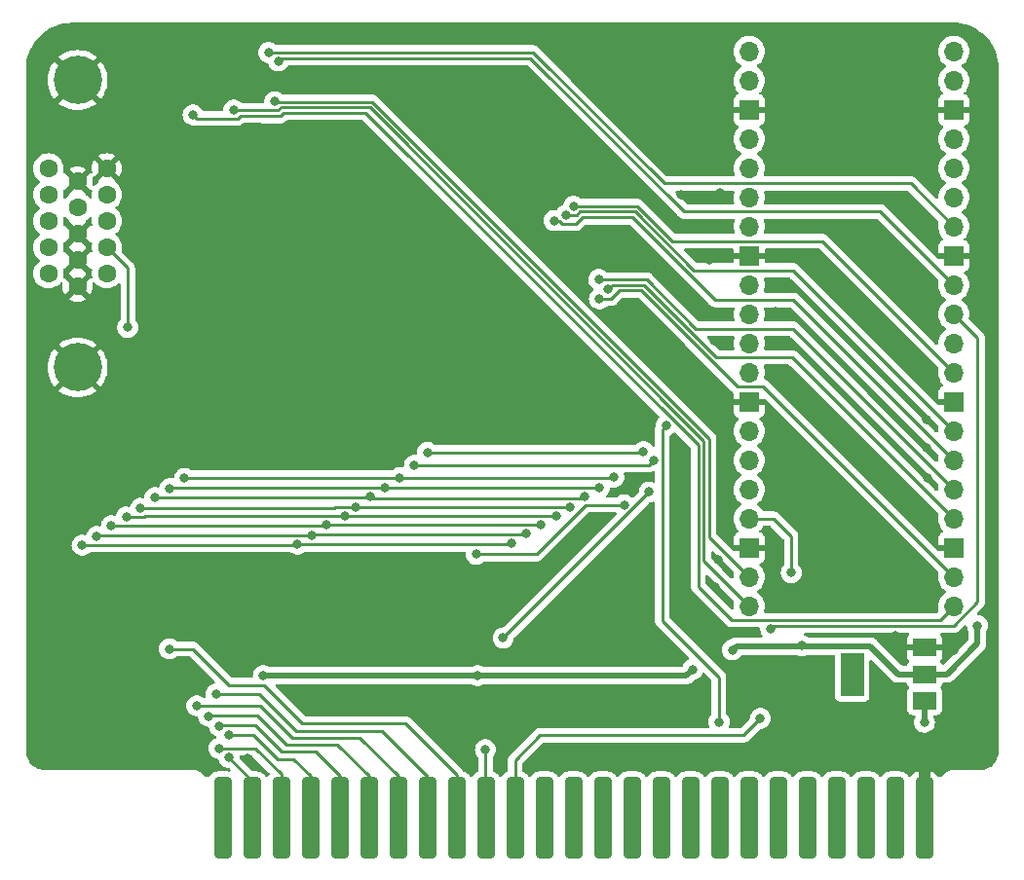
<source format=gbl>
G04 #@! TF.GenerationSoftware,KiCad,Pcbnew,(7.0.0-0)*
G04 #@! TF.CreationDate,2024-01-11T11:42:18+09:00*
G04 #@! TF.ProjectId,AppleVGA_mini_kmm,4170706c-6556-4474-915f-6d696e695f6b,1.0*
G04 #@! TF.SameCoordinates,Original*
G04 #@! TF.FileFunction,Copper,L2,Bot*
G04 #@! TF.FilePolarity,Positive*
%FSLAX46Y46*%
G04 Gerber Fmt 4.6, Leading zero omitted, Abs format (unit mm)*
G04 Created by KiCad (PCBNEW (7.0.0-0)) date 2024-01-11 11:42:18*
%MOMM*%
%LPD*%
G01*
G04 APERTURE LIST*
G04 Aperture macros list*
%AMRoundRect*
0 Rectangle with rounded corners*
0 $1 Rounding radius*
0 $2 $3 $4 $5 $6 $7 $8 $9 X,Y pos of 4 corners*
0 Add a 4 corners polygon primitive as box body*
4,1,4,$2,$3,$4,$5,$6,$7,$8,$9,$2,$3,0*
0 Add four circle primitives for the rounded corners*
1,1,$1+$1,$2,$3*
1,1,$1+$1,$4,$5*
1,1,$1+$1,$6,$7*
1,1,$1+$1,$8,$9*
0 Add four rect primitives between the rounded corners*
20,1,$1+$1,$2,$3,$4,$5,0*
20,1,$1+$1,$4,$5,$6,$7,0*
20,1,$1+$1,$6,$7,$8,$9,0*
20,1,$1+$1,$8,$9,$2,$3,0*%
G04 Aperture macros list end*
G04 #@! TA.AperFunction,ConnectorPad*
%ADD10RoundRect,0.381000X0.381000X3.175000X-0.381000X3.175000X-0.381000X-3.175000X0.381000X-3.175000X0*%
G04 #@! TD*
G04 #@! TA.AperFunction,ComponentPad*
%ADD11O,1.700000X1.700000*%
G04 #@! TD*
G04 #@! TA.AperFunction,ComponentPad*
%ADD12R,1.700000X1.700000*%
G04 #@! TD*
G04 #@! TA.AperFunction,ComponentPad*
%ADD13C,4.200000*%
G04 #@! TD*
G04 #@! TA.AperFunction,ComponentPad*
%ADD14C,1.600000*%
G04 #@! TD*
G04 #@! TA.AperFunction,SMDPad,CuDef*
%ADD15R,2.000000X1.500000*%
G04 #@! TD*
G04 #@! TA.AperFunction,SMDPad,CuDef*
%ADD16R,2.000000X3.800000*%
G04 #@! TD*
G04 #@! TA.AperFunction,ViaPad*
%ADD17C,0.800000*%
G04 #@! TD*
G04 #@! TA.AperFunction,Conductor*
%ADD18C,0.500000*%
G04 #@! TD*
G04 #@! TA.AperFunction,Conductor*
%ADD19C,1.000000*%
G04 #@! TD*
G04 #@! TA.AperFunction,Conductor*
%ADD20C,0.250000*%
G04 #@! TD*
G04 #@! TA.AperFunction,Conductor*
%ADD21C,0.228600*%
G04 #@! TD*
G04 APERTURE END LIST*
D10*
X182880000Y-136525000D03*
X180340000Y-136525000D03*
X177800000Y-136525000D03*
X175260000Y-136525000D03*
X172720000Y-136525000D03*
X170180000Y-136525000D03*
X167640000Y-136525000D03*
X165100000Y-136525000D03*
X162560000Y-136525000D03*
X160020000Y-136525000D03*
X157480000Y-136525000D03*
X154940000Y-136525000D03*
X152400000Y-136525000D03*
X149860000Y-136525000D03*
X147320000Y-136525000D03*
X144780000Y-136525000D03*
X142240000Y-136525000D03*
X139700000Y-136525000D03*
X137160000Y-136525000D03*
X134620000Y-136525000D03*
X132080000Y-136525000D03*
X129540000Y-136525000D03*
X127000000Y-136525000D03*
X124460000Y-136525000D03*
X121920000Y-136525000D03*
D11*
X167669999Y-69834999D03*
X167669999Y-72374999D03*
D12*
X167669999Y-74914999D03*
D11*
X167669999Y-77454999D03*
X167669999Y-79994999D03*
X167669999Y-82534999D03*
X167669999Y-85074999D03*
D12*
X167669999Y-87614999D03*
D11*
X167669999Y-90154999D03*
X167669999Y-92694999D03*
X167669999Y-95234999D03*
X167669999Y-97774999D03*
D12*
X167669999Y-100314999D03*
D11*
X167669999Y-102854999D03*
X167669999Y-105394999D03*
X167669999Y-107934999D03*
X167669999Y-110474999D03*
D12*
X167669999Y-113014999D03*
D11*
X167669999Y-115554999D03*
X167669999Y-118094999D03*
X185449999Y-118094999D03*
X185449999Y-115554999D03*
D12*
X185449999Y-113014999D03*
D11*
X185449999Y-110474999D03*
X185449999Y-107934999D03*
X185449999Y-105394999D03*
X185449999Y-102854999D03*
D12*
X185449999Y-100314999D03*
D11*
X185449999Y-97774999D03*
X185449999Y-95234999D03*
X185449999Y-92694999D03*
X185449999Y-90154999D03*
D12*
X185449999Y-87614999D03*
D11*
X185449999Y-85074999D03*
X185449999Y-82534999D03*
X185449999Y-79994999D03*
X185449999Y-77454999D03*
D12*
X185449999Y-74914999D03*
D11*
X185449999Y-72374999D03*
X185449999Y-69834999D03*
D13*
X109312988Y-72326500D03*
X109312988Y-97326500D03*
D14*
X111852988Y-89144500D03*
X111852988Y-86858500D03*
X111852988Y-84572500D03*
X111852988Y-82286500D03*
X111852988Y-80000500D03*
X109312988Y-90287500D03*
X109312988Y-88001500D03*
X109312988Y-85715500D03*
X109312988Y-83429500D03*
X109312988Y-81143500D03*
X106772988Y-89144500D03*
X106772988Y-86858500D03*
X106772988Y-84572500D03*
X106772988Y-82286500D03*
X106772988Y-80000500D03*
D15*
X182924999Y-121699999D03*
X182924999Y-123999999D03*
D16*
X176624999Y-123999999D03*
D15*
X182924999Y-126299999D03*
D17*
X182900000Y-128200000D03*
X183430000Y-99220000D03*
X136271000Y-121920000D03*
X176530000Y-73660000D03*
X124460000Y-68580000D03*
X142240000Y-130810000D03*
X164592000Y-80137000D03*
X125730000Y-80010000D03*
X170000000Y-85000000D03*
X109220000Y-109220000D03*
X125730000Y-105410000D03*
X152950000Y-89090000D03*
X161720000Y-82260000D03*
X127000000Y-116840000D03*
X182500000Y-85000000D03*
X137850000Y-72030000D03*
X170000000Y-95000000D03*
X180340000Y-120650000D03*
X128270000Y-76200000D03*
X164973000Y-114046000D03*
X113411000Y-83312000D03*
X183007000Y-117856000D03*
X124110000Y-131300000D03*
X164465000Y-101854000D03*
X164190000Y-87940000D03*
X170440000Y-131250000D03*
X107950000Y-76200000D03*
X158420000Y-87270000D03*
X121285000Y-117856000D03*
X177780000Y-128630000D03*
X123190000Y-85090000D03*
X182500000Y-110000000D03*
X182500000Y-89070000D03*
X119940000Y-73310000D03*
X137810000Y-68440000D03*
X144780000Y-102870000D03*
X158496000Y-122555000D03*
X120650000Y-92710000D03*
X171450000Y-104140000D03*
X182500000Y-80000000D03*
X112690000Y-101850000D03*
X165735000Y-110363000D03*
X129540000Y-121920000D03*
X128270000Y-86360000D03*
X111760000Y-121920000D03*
X157480000Y-107950000D03*
X185420000Y-121920000D03*
X164973000Y-119888000D03*
X183190000Y-106970000D03*
X183120000Y-104320000D03*
X168910000Y-104140000D03*
X163703000Y-98806000D03*
X162560000Y-68580000D03*
X187833000Y-124079000D03*
X115570000Y-74930000D03*
X170430000Y-124970000D03*
X110920000Y-92670000D03*
X128270000Y-90170000D03*
X153420000Y-131050000D03*
X128270000Y-81280000D03*
X165989000Y-71247000D03*
X158750000Y-113030000D03*
X125730000Y-114300000D03*
X143764000Y-125730000D03*
X158750000Y-102870000D03*
X121840000Y-96840000D03*
X117983000Y-91694000D03*
X169990000Y-74880000D03*
X142367000Y-119507000D03*
X178816000Y-124587000D03*
X113030000Y-77470000D03*
X115570000Y-92710000D03*
X161290000Y-111760000D03*
X112649000Y-90932000D03*
X165100000Y-82169000D03*
X151130000Y-93980000D03*
X187320000Y-130000000D03*
X162560000Y-130810000D03*
X109220000Y-116840000D03*
X139920000Y-113810000D03*
X161160000Y-84600000D03*
X124460000Y-93980000D03*
X138260000Y-127110000D03*
X182500000Y-92500000D03*
X185420000Y-127000000D03*
X158120000Y-94010000D03*
X147193000Y-72136000D03*
X151130000Y-68580000D03*
X151130000Y-121920000D03*
X171450000Y-99060000D03*
X115570000Y-86360000D03*
X188160000Y-71170000D03*
X157480000Y-116840000D03*
X144907000Y-82042000D03*
X111760000Y-130810000D03*
X161290000Y-78740000D03*
X165862000Y-106807000D03*
X170000000Y-87500000D03*
X157480000Y-81280000D03*
X164250000Y-74910000D03*
X138600000Y-117880000D03*
X183130000Y-101850000D03*
X107950000Y-113030000D03*
X106210000Y-101970000D03*
X121950000Y-80020000D03*
X170053000Y-116713000D03*
X118237000Y-96901000D03*
X161640000Y-90410000D03*
X170000000Y-92500000D03*
X170000000Y-82500000D03*
X164592000Y-94996000D03*
X119380000Y-85090000D03*
X151130000Y-130810000D03*
X139192000Y-122428000D03*
X170100000Y-68570000D03*
X115570000Y-116840000D03*
X107680000Y-116840000D03*
X164719000Y-116459000D03*
X160020000Y-95250000D03*
X182500000Y-97500000D03*
X165735000Y-104140000D03*
X146050000Y-116840000D03*
X106680000Y-91440000D03*
X137160000Y-80010000D03*
X170000000Y-80000000D03*
X172339000Y-117983000D03*
X161290000Y-111760000D03*
X147840000Y-85390000D03*
X107950000Y-127000000D03*
X115570000Y-80010000D03*
X170000000Y-90000000D03*
X124460000Y-72390000D03*
X163068000Y-91694000D03*
X172720000Y-87630000D03*
X144780000Y-115570000D03*
X139700000Y-125730000D03*
X142250000Y-85430000D03*
X170000000Y-112500000D03*
X121890000Y-88380000D03*
X143002000Y-122809000D03*
X154440000Y-97630000D03*
X129540000Y-93980000D03*
X173910000Y-127430000D03*
X158750000Y-125730000D03*
X162560000Y-125730000D03*
X161671000Y-108204000D03*
X161290000Y-128270000D03*
X115570000Y-69850000D03*
X125450000Y-124125000D03*
X162750000Y-123575000D03*
X187504978Y-119780000D03*
X166200000Y-121900000D03*
X172250000Y-121525000D03*
X144075000Y-124125000D03*
X128430000Y-112700000D03*
X109705287Y-112778100D03*
X147055000Y-112625000D03*
X129700000Y-111946900D03*
X110975287Y-112025000D03*
X148325000Y-111750000D03*
X130974713Y-110996900D03*
X112250000Y-111075000D03*
X149575000Y-111000000D03*
X113546684Y-110321900D03*
X132500000Y-110243800D03*
X150875000Y-110250000D03*
X133510000Y-109490700D03*
X152125000Y-109475000D03*
X114785287Y-109568800D03*
X116025287Y-108628100D03*
X134750000Y-108550000D03*
X153400000Y-108550000D03*
X136050000Y-107775000D03*
X154675000Y-107775000D03*
X117325287Y-107853100D03*
X118600287Y-106978100D03*
X137325000Y-106900000D03*
X155925000Y-106850000D03*
X168640000Y-127850000D03*
X160467477Y-102357523D03*
X165050000Y-128150000D03*
X144750000Y-130550000D03*
X158985376Y-108155376D03*
X146290752Y-120850000D03*
X169560000Y-120090000D03*
X122460000Y-131250000D03*
X121600000Y-130450000D03*
X122450000Y-129300000D03*
X121625000Y-128525000D03*
X120700000Y-127650000D03*
X119675000Y-126746400D03*
X121325000Y-125725000D03*
X117300000Y-121800000D03*
X156800000Y-109275000D03*
X143950000Y-113575000D03*
X171325000Y-115189000D03*
X126450000Y-74200000D03*
X122875000Y-74925000D03*
X119350000Y-75350000D03*
X125900000Y-69925000D03*
X126755432Y-70678100D03*
X113665000Y-93853000D03*
X152400000Y-83300000D03*
X151728251Y-84078298D03*
X150703886Y-84553100D03*
X154600000Y-89675000D03*
X155400000Y-90550000D03*
X154658444Y-91358444D03*
X139725000Y-104700000D03*
X158491900Y-104641900D03*
X138575000Y-105850000D03*
X159371900Y-105403100D03*
D18*
X182900000Y-126325000D02*
X182925000Y-126300000D01*
X182900000Y-128200000D02*
X182900000Y-126325000D01*
X187320000Y-130000000D02*
X183860000Y-130000000D01*
D19*
X182880000Y-136525000D02*
X182880000Y-130980000D01*
D18*
X183860000Y-130000000D02*
X182880000Y-130980000D01*
X172270200Y-121545200D02*
X178179800Y-121545200D01*
X166554800Y-121545200D02*
X172229800Y-121545200D01*
X172250000Y-121525000D02*
X172270200Y-121545200D01*
X187504978Y-121325022D02*
X184830000Y-124000000D01*
X125450000Y-124125000D02*
X125525000Y-124125000D01*
X144075000Y-124125000D02*
X125450000Y-124125000D01*
X162750000Y-123575000D02*
X162200000Y-124125000D01*
X178179800Y-121545200D02*
X180634600Y-124000000D01*
X144075000Y-124125000D02*
X144100000Y-124175000D01*
X180634600Y-124000000D02*
X182925000Y-124000000D01*
X184830000Y-124000000D02*
X182925000Y-124000000D01*
X162200000Y-124125000D02*
X144075000Y-124125000D01*
X166200000Y-121900000D02*
X166554800Y-121545200D01*
X187504978Y-119780000D02*
X187504978Y-121325022D01*
X172229800Y-121545200D02*
X172250000Y-121525000D01*
X178179800Y-121545200D02*
X179900000Y-123265400D01*
D20*
X109705287Y-112778100D02*
X128351900Y-112778100D01*
X146980000Y-112700000D02*
X128430000Y-112700000D01*
X147055000Y-112625000D02*
X146980000Y-112700000D01*
X128351900Y-112778100D02*
X128430000Y-112700000D01*
X129700000Y-111946900D02*
X129821900Y-111825000D01*
X129700000Y-111946900D02*
X111053387Y-111946900D01*
X129821900Y-111825000D02*
X148250000Y-111825000D01*
X111053387Y-111946900D02*
X110975287Y-112025000D01*
X148250000Y-111825000D02*
X148325000Y-111750000D01*
X149571900Y-110996900D02*
X149575000Y-111000000D01*
X112250000Y-111075000D02*
X130896613Y-111075000D01*
X149578100Y-110996900D02*
X149596900Y-110996900D01*
X130974713Y-110996900D02*
X149571900Y-110996900D01*
X130896613Y-111075000D02*
X130974713Y-110996900D01*
X149575000Y-111000000D02*
X149578100Y-110996900D01*
X149596900Y-110996900D02*
X149600000Y-111000000D01*
X115176039Y-110243800D02*
X115097939Y-110321900D01*
X150843800Y-110243800D02*
X150850000Y-110250000D01*
X132500000Y-110243800D02*
X150843800Y-110243800D01*
X115097939Y-110321900D02*
X113546684Y-110321900D01*
X132500000Y-110243800D02*
X115176039Y-110243800D01*
X133510000Y-109490700D02*
X152109300Y-109490700D01*
X131581200Y-109568800D02*
X131659300Y-109490700D01*
X152109300Y-109490700D02*
X152125000Y-109475000D01*
X114785287Y-109568800D02*
X131581200Y-109568800D01*
X131659300Y-109490700D02*
X133510000Y-109490700D01*
X134900000Y-108700000D02*
X153250000Y-108700000D01*
X116046687Y-108606700D02*
X116025287Y-108628100D01*
X153250000Y-108700000D02*
X153400000Y-108550000D01*
X134750000Y-108550000D02*
X134900000Y-108700000D01*
X134750000Y-108550000D02*
X134693300Y-108606700D01*
X134693300Y-108606700D02*
X116046687Y-108606700D01*
X154675000Y-107775000D02*
X136050000Y-107775000D01*
X117325287Y-107853100D02*
X117403387Y-107775000D01*
X117403387Y-107775000D02*
X136050000Y-107775000D01*
X118678387Y-106900000D02*
X118600287Y-106978100D01*
X137325000Y-106900000D02*
X155950000Y-106900000D01*
X137325000Y-106900000D02*
X118678387Y-106900000D01*
X149500000Y-129325000D02*
X147320000Y-131505000D01*
X168640000Y-127850000D02*
X167165000Y-129325000D01*
X147320000Y-131505000D02*
X147320000Y-136525000D01*
X167165000Y-129325000D02*
X149500000Y-129325000D01*
X160125000Y-102700000D02*
X160125000Y-119350000D01*
X160125000Y-119350000D02*
X165050000Y-124275000D01*
X160467477Y-102357523D02*
X160125000Y-102700000D01*
X165050000Y-124275000D02*
X165050000Y-128150000D01*
X158985376Y-108155376D02*
X146290752Y-120850000D01*
X144750000Y-136495000D02*
X144780000Y-136525000D01*
X144750000Y-130550000D02*
X144750000Y-136495000D01*
X185469948Y-119777200D02*
X187520000Y-117727148D01*
X187520000Y-94765000D02*
X185450000Y-92695000D01*
X187520000Y-117727148D02*
X187520000Y-94765000D01*
X169560000Y-120090000D02*
X169872800Y-119777200D01*
X169872800Y-119777200D02*
X185469948Y-119777200D01*
X124460000Y-136525000D02*
X124460000Y-134470119D01*
X124450000Y-133240000D02*
X124450000Y-136515000D01*
X122460000Y-131250000D02*
X124450000Y-133240000D01*
X124450000Y-136515000D02*
X124460000Y-136525000D01*
X121603600Y-130446400D02*
X124762152Y-130446400D01*
X121600000Y-130450000D02*
X121603600Y-130446400D01*
X127000000Y-132684248D02*
X127000000Y-136525000D01*
X124762152Y-130446400D02*
X127000000Y-132684248D01*
X128050000Y-131375000D02*
X129540000Y-132865000D01*
X124625000Y-129325000D02*
X126675000Y-131375000D01*
X122475000Y-129325000D02*
X124625000Y-129325000D01*
X129540000Y-132865000D02*
X129540000Y-136525000D01*
X126675000Y-131375000D02*
X128050000Y-131375000D01*
X122450000Y-129300000D02*
X122475000Y-129325000D01*
X132080000Y-132830000D02*
X132080000Y-136525000D01*
X130000000Y-130750000D02*
X132080000Y-132830000D01*
X127050000Y-130750000D02*
X130000000Y-130750000D01*
X121625000Y-128525000D02*
X121675000Y-128475000D01*
X124775000Y-128475000D02*
X127050000Y-130750000D01*
X121675000Y-128475000D02*
X124775000Y-128475000D01*
X120750000Y-127600000D02*
X124900000Y-127600000D01*
X120700000Y-127650000D02*
X120750000Y-127600000D01*
X131900000Y-130150000D02*
X134620000Y-132870000D01*
X134620000Y-132870000D02*
X134620000Y-136525000D01*
X124900000Y-127600000D02*
X127450000Y-130150000D01*
X127450000Y-130150000D02*
X131900000Y-130150000D01*
X133825000Y-129550000D02*
X137160000Y-132885000D01*
X119675000Y-126746400D02*
X125171400Y-126746400D01*
X125171400Y-126746400D02*
X127975000Y-129550000D01*
X137160000Y-132885000D02*
X137160000Y-136525000D01*
X127975000Y-129550000D02*
X133825000Y-129550000D01*
X135725000Y-128925000D02*
X139700000Y-132900000D01*
X139700000Y-132900000D02*
X139700000Y-136525000D01*
X128325000Y-128925000D02*
X135725000Y-128925000D01*
X121325000Y-125725000D02*
X125125000Y-125725000D01*
X125125000Y-125725000D02*
X128325000Y-128925000D01*
X137775000Y-128275000D02*
X142240000Y-132740000D01*
X128825000Y-128275000D02*
X137775000Y-128275000D01*
X122454800Y-124954800D02*
X125504800Y-124954800D01*
X117300000Y-121800000D02*
X119300000Y-121800000D01*
X119300000Y-121800000D02*
X122454800Y-124954800D01*
X125504800Y-124954800D02*
X128825000Y-128275000D01*
X142240000Y-132740000D02*
X142240000Y-136525000D01*
D21*
X143950000Y-113575000D02*
X149192900Y-113575000D01*
X153475000Y-109292900D02*
X156782100Y-109292900D01*
X156800000Y-109275000D02*
X156817900Y-109292900D01*
X156782100Y-109292900D02*
X156800000Y-109275000D01*
X149192900Y-113575000D02*
X153475000Y-109292900D01*
X171325000Y-115189000D02*
X171325000Y-112016000D01*
X169784000Y-110475000D02*
X167670000Y-110475000D01*
X171325000Y-112016000D02*
X169784000Y-110475000D01*
D20*
X126450000Y-74200000D02*
X126575000Y-74225000D01*
X126575000Y-74225000D02*
X126600000Y-74225000D01*
X167670000Y-115555000D02*
X164200000Y-112085000D01*
X164200000Y-112085000D02*
X164200000Y-103523158D01*
X134901842Y-74225000D02*
X126625000Y-74225000D01*
X126625000Y-74225000D02*
X126450000Y-74200000D01*
X164200000Y-103523158D02*
X134901842Y-74225000D01*
X127012152Y-74703600D02*
X126740752Y-74975000D01*
X163721400Y-103721400D02*
X134703600Y-74703600D01*
X163721400Y-114146400D02*
X163721400Y-103721400D01*
X167670000Y-118095000D02*
X163721400Y-114146400D01*
X122875000Y-74925000D02*
X122875000Y-74975000D01*
X134703600Y-74703600D02*
X127012152Y-74703600D01*
X126740752Y-74975000D02*
X122875000Y-74925000D01*
X185450000Y-118095000D02*
X184246400Y-119298600D01*
X126932788Y-75456124D02*
X123454615Y-75411137D01*
X127213891Y-75182200D02*
X126939967Y-75456124D01*
X166161600Y-119298600D02*
X163242800Y-116379800D01*
X184246400Y-119298600D02*
X166161600Y-119298600D01*
X119350000Y-75350000D02*
X119325000Y-75350000D01*
X119325000Y-75350000D02*
X119425000Y-75450000D01*
X123454615Y-75411137D02*
X123187152Y-75678600D01*
X119678600Y-75678600D02*
X119350000Y-75350000D01*
X134357200Y-75182200D02*
X127213891Y-75182200D01*
X163242800Y-104067800D02*
X134357200Y-75182200D01*
X126939967Y-75456124D02*
X126932788Y-75456124D01*
X163242800Y-116379800D02*
X163242800Y-104067800D01*
X123187152Y-75678600D02*
X119678600Y-75678600D01*
X185450000Y-85075000D02*
X181700000Y-81325000D01*
X160275000Y-81325000D02*
X148875000Y-69925000D01*
X125900000Y-69800000D02*
X126000000Y-69900000D01*
X125900000Y-69925000D02*
X125900000Y-69800000D01*
X181700000Y-81325000D02*
X160275000Y-81325000D01*
X148875000Y-69925000D02*
X125900000Y-69925000D01*
X148653600Y-70403600D02*
X162000000Y-83750000D01*
X162000000Y-83750000D02*
X179045000Y-83750000D01*
X126755432Y-70678100D02*
X127029932Y-70403600D01*
X179045000Y-83750000D02*
X185450000Y-90155000D01*
X127029932Y-70403600D02*
X148653600Y-70403600D01*
X113665000Y-88670512D02*
X111852988Y-86858500D01*
X113665000Y-93853000D02*
X113665000Y-88670512D01*
X174000000Y-86325000D02*
X160976842Y-86325000D01*
X185450000Y-97775000D02*
X174000000Y-86325000D01*
X152400000Y-83300000D02*
X152475000Y-83300000D01*
X157951842Y-83300000D02*
X152400000Y-83300000D01*
X160976842Y-86325000D02*
X157951842Y-83300000D01*
X152712152Y-84053600D02*
X152987152Y-83778600D01*
X162869800Y-88894800D02*
X168930000Y-88894800D01*
X168949800Y-88875000D02*
X171470000Y-88875000D01*
X171470000Y-88875000D02*
X185450000Y-102855000D01*
X151728251Y-84078298D02*
X151752949Y-84053600D01*
X168930000Y-88894800D02*
X168949800Y-88875000D01*
X152987152Y-83778600D02*
X157753600Y-83778600D01*
X151752949Y-84053600D02*
X152712152Y-84053600D01*
X157753600Y-83778600D02*
X162869800Y-88894800D01*
X164748158Y-91450000D02*
X171505000Y-91450000D01*
X151137301Y-84553100D02*
X151416099Y-84831898D01*
X152610697Y-84831898D02*
X153185395Y-84257200D01*
X150703886Y-84553100D02*
X151137301Y-84553100D01*
X171505000Y-91450000D02*
X185450000Y-105395000D01*
X151416099Y-84831898D02*
X152610697Y-84831898D01*
X150703886Y-84553100D02*
X150625786Y-84475000D01*
X153185395Y-84257200D02*
X157555358Y-84257200D01*
X157555358Y-84257200D02*
X164748158Y-91450000D01*
X158750000Y-89675000D02*
X163025000Y-93950000D01*
X171465000Y-93950000D02*
X185450000Y-107935000D01*
X163025000Y-93950000D02*
X171465000Y-93950000D01*
X154600000Y-89675000D02*
X158750000Y-89675000D01*
X158503600Y-90153600D02*
X164788600Y-96438600D01*
X155400000Y-90550000D02*
X155796400Y-90153600D01*
X155796400Y-90153600D02*
X158503600Y-90153600D01*
X164788600Y-96438600D02*
X171413600Y-96438600D01*
X171413600Y-96438600D02*
X185450000Y-110475000D01*
X154658444Y-91358444D02*
X155657308Y-91358444D01*
X155657308Y-91358444D02*
X156383552Y-90632200D01*
X156383552Y-90632200D02*
X158305358Y-90632200D01*
X158305358Y-90632200D02*
X166651758Y-98978600D01*
X168873600Y-98978600D02*
X185450000Y-115555000D01*
X166651758Y-98978600D02*
X168873600Y-98978600D01*
X158491900Y-104641900D02*
X158433800Y-104700000D01*
X158433800Y-104700000D02*
X139725000Y-104700000D01*
X158975000Y-105800000D02*
X138625000Y-105800000D01*
X138625000Y-105800000D02*
X138575000Y-105850000D01*
X159371900Y-105403100D02*
X158975000Y-105800000D01*
G04 #@! TA.AperFunction,Conductor*
G36*
X185353119Y-67310632D02*
G01*
X185714909Y-67327363D01*
X185726303Y-67328419D01*
X186082184Y-67378065D01*
X186093436Y-67380169D01*
X186443213Y-67462439D01*
X186454215Y-67465569D01*
X186794927Y-67579766D01*
X186805596Y-67583900D01*
X187134308Y-67729042D01*
X187144543Y-67734139D01*
X187458466Y-67908994D01*
X187468192Y-67915017D01*
X187764637Y-68118088D01*
X187773777Y-68124990D01*
X188050208Y-68354535D01*
X188058672Y-68362251D01*
X188312748Y-68616328D01*
X188320464Y-68624792D01*
X188550015Y-68901229D01*
X188556915Y-68910366D01*
X188658629Y-69058849D01*
X188759978Y-69206799D01*
X188766008Y-69216537D01*
X188940857Y-69530449D01*
X188945962Y-69540701D01*
X189091098Y-69869399D01*
X189095236Y-69880079D01*
X189209429Y-70220778D01*
X189212563Y-70231795D01*
X189294829Y-70581561D01*
X189296934Y-70592819D01*
X189346579Y-70948692D01*
X189347636Y-70960096D01*
X189364368Y-71321905D01*
X189364500Y-71327633D01*
X189364500Y-130719997D01*
X189364184Y-130728845D01*
X189348944Y-130941870D01*
X189346426Y-130959381D01*
X189301969Y-131163736D01*
X189296984Y-131180712D01*
X189223901Y-131376650D01*
X189216552Y-131392743D01*
X189116322Y-131576296D01*
X189106757Y-131591178D01*
X188981428Y-131758598D01*
X188969842Y-131771969D01*
X188821969Y-131919842D01*
X188808598Y-131931428D01*
X188641178Y-132056757D01*
X188626296Y-132066322D01*
X188442743Y-132166552D01*
X188426650Y-132173901D01*
X188230712Y-132246984D01*
X188213736Y-132251969D01*
X188009381Y-132296426D01*
X187991870Y-132298944D01*
X187778845Y-132314184D01*
X187769997Y-132314500D01*
X185621604Y-132314500D01*
X185550000Y-132314500D01*
X185438991Y-132314500D01*
X185434177Y-132315262D01*
X185434170Y-132315263D01*
X185224517Y-132348469D01*
X185224514Y-132348469D01*
X185219707Y-132349231D01*
X185215084Y-132350733D01*
X185215076Y-132350735D01*
X185013191Y-132416331D01*
X185013179Y-132416335D01*
X185008556Y-132417838D01*
X185004228Y-132420043D01*
X185004214Y-132420049D01*
X184821135Y-132513334D01*
X184810737Y-132518632D01*
X184806797Y-132521494D01*
X184806788Y-132521500D01*
X184635066Y-132646263D01*
X184635059Y-132646268D01*
X184631121Y-132649130D01*
X184627678Y-132652572D01*
X184627672Y-132652578D01*
X184477578Y-132802672D01*
X184477572Y-132802678D01*
X184474130Y-132806121D01*
X184471268Y-132810059D01*
X184471263Y-132810066D01*
X184392929Y-132917885D01*
X184348906Y-132955485D01*
X184292611Y-132969000D01*
X184132355Y-132969000D01*
X184066994Y-132950375D01*
X184021267Y-132900095D01*
X184010680Y-132878750D01*
X184003478Y-132867481D01*
X183891842Y-132728601D01*
X183882398Y-132719157D01*
X183743518Y-132607521D01*
X183732249Y-132600319D01*
X183572620Y-132521150D01*
X183560081Y-132516543D01*
X183385937Y-132473236D01*
X183375184Y-132471548D01*
X183339697Y-132469141D01*
X183335510Y-132469000D01*
X183146326Y-132469000D01*
X183133450Y-132472450D01*
X183130000Y-132485326D01*
X183130000Y-132845000D01*
X183113387Y-132907000D01*
X183068000Y-132952387D01*
X183006000Y-132969000D01*
X182754000Y-132969000D01*
X182692000Y-132952387D01*
X182646613Y-132907000D01*
X182630000Y-132845000D01*
X182630000Y-132485327D01*
X182626549Y-132472451D01*
X182613674Y-132469001D01*
X182424493Y-132469001D01*
X182420298Y-132469143D01*
X182384812Y-132471548D01*
X182374066Y-132473235D01*
X182199918Y-132516543D01*
X182187379Y-132521150D01*
X182027750Y-132600319D01*
X182016481Y-132607521D01*
X181877601Y-132719157D01*
X181868157Y-132728601D01*
X181756521Y-132867481D01*
X181749319Y-132878750D01*
X181738733Y-132900095D01*
X181693006Y-132950375D01*
X181627645Y-132969000D01*
X181601168Y-132969000D01*
X181536378Y-132950727D01*
X181490683Y-132901295D01*
X181474057Y-132868665D01*
X181471107Y-132862875D01*
X181353436Y-132717564D01*
X181300890Y-132675013D01*
X181213176Y-132603983D01*
X181213174Y-132603982D01*
X181208125Y-132599893D01*
X181202336Y-132596943D01*
X181202334Y-132596942D01*
X181047313Y-132517955D01*
X181047308Y-132517953D01*
X181041524Y-132515006D01*
X181035251Y-132513325D01*
X181035248Y-132513324D01*
X180866403Y-132468082D01*
X180866397Y-132468081D01*
X180860915Y-132466612D01*
X180855251Y-132466166D01*
X180855250Y-132466166D01*
X180785692Y-132460691D01*
X180785677Y-132460690D01*
X180783258Y-132460500D01*
X179896742Y-132460500D01*
X179894323Y-132460690D01*
X179894307Y-132460691D01*
X179824749Y-132466166D01*
X179824746Y-132466166D01*
X179819085Y-132466612D01*
X179813604Y-132468080D01*
X179813596Y-132468082D01*
X179644751Y-132513324D01*
X179644745Y-132513326D01*
X179638476Y-132515006D01*
X179632695Y-132517951D01*
X179632686Y-132517955D01*
X179477665Y-132596942D01*
X179477658Y-132596946D01*
X179471875Y-132599893D01*
X179466829Y-132603978D01*
X179466823Y-132603983D01*
X179331610Y-132713477D01*
X179331605Y-132713481D01*
X179326564Y-132717564D01*
X179322481Y-132722605D01*
X179322477Y-132722610D01*
X179212983Y-132857823D01*
X179212978Y-132857829D01*
X179208893Y-132862875D01*
X179205946Y-132868658D01*
X179205942Y-132868665D01*
X179189317Y-132901295D01*
X179143622Y-132950727D01*
X179078832Y-132969000D01*
X179061168Y-132969000D01*
X178996378Y-132950727D01*
X178950683Y-132901295D01*
X178934057Y-132868665D01*
X178931107Y-132862875D01*
X178813436Y-132717564D01*
X178760890Y-132675013D01*
X178673176Y-132603983D01*
X178673174Y-132603982D01*
X178668125Y-132599893D01*
X178662336Y-132596943D01*
X178662334Y-132596942D01*
X178507313Y-132517955D01*
X178507308Y-132517953D01*
X178501524Y-132515006D01*
X178495251Y-132513325D01*
X178495248Y-132513324D01*
X178326403Y-132468082D01*
X178326397Y-132468081D01*
X178320915Y-132466612D01*
X178315251Y-132466166D01*
X178315250Y-132466166D01*
X178245692Y-132460691D01*
X178245677Y-132460690D01*
X178243258Y-132460500D01*
X177356742Y-132460500D01*
X177354323Y-132460690D01*
X177354307Y-132460691D01*
X177284749Y-132466166D01*
X177284746Y-132466166D01*
X177279085Y-132466612D01*
X177273604Y-132468080D01*
X177273596Y-132468082D01*
X177104751Y-132513324D01*
X177104745Y-132513326D01*
X177098476Y-132515006D01*
X177092695Y-132517951D01*
X177092686Y-132517955D01*
X176937665Y-132596942D01*
X176937658Y-132596946D01*
X176931875Y-132599893D01*
X176926829Y-132603978D01*
X176926823Y-132603983D01*
X176791610Y-132713477D01*
X176791605Y-132713481D01*
X176786564Y-132717564D01*
X176782481Y-132722605D01*
X176782477Y-132722610D01*
X176672983Y-132857823D01*
X176672978Y-132857829D01*
X176668893Y-132862875D01*
X176665946Y-132868658D01*
X176665942Y-132868665D01*
X176649317Y-132901295D01*
X176603622Y-132950727D01*
X176538832Y-132969000D01*
X176521168Y-132969000D01*
X176456378Y-132950727D01*
X176410683Y-132901295D01*
X176394057Y-132868665D01*
X176391107Y-132862875D01*
X176273436Y-132717564D01*
X176220890Y-132675013D01*
X176133176Y-132603983D01*
X176133174Y-132603982D01*
X176128125Y-132599893D01*
X176122336Y-132596943D01*
X176122334Y-132596942D01*
X175967313Y-132517955D01*
X175967308Y-132517953D01*
X175961524Y-132515006D01*
X175955251Y-132513325D01*
X175955248Y-132513324D01*
X175786403Y-132468082D01*
X175786397Y-132468081D01*
X175780915Y-132466612D01*
X175775251Y-132466166D01*
X175775250Y-132466166D01*
X175705692Y-132460691D01*
X175705677Y-132460690D01*
X175703258Y-132460500D01*
X174816742Y-132460500D01*
X174814323Y-132460690D01*
X174814307Y-132460691D01*
X174744749Y-132466166D01*
X174744746Y-132466166D01*
X174739085Y-132466612D01*
X174733604Y-132468080D01*
X174733596Y-132468082D01*
X174564751Y-132513324D01*
X174564745Y-132513326D01*
X174558476Y-132515006D01*
X174552695Y-132517951D01*
X174552686Y-132517955D01*
X174397665Y-132596942D01*
X174397658Y-132596946D01*
X174391875Y-132599893D01*
X174386829Y-132603978D01*
X174386823Y-132603983D01*
X174251610Y-132713477D01*
X174251605Y-132713481D01*
X174246564Y-132717564D01*
X174242481Y-132722605D01*
X174242477Y-132722610D01*
X174132983Y-132857823D01*
X174132978Y-132857829D01*
X174128893Y-132862875D01*
X174125946Y-132868658D01*
X174125942Y-132868665D01*
X174109317Y-132901295D01*
X174063622Y-132950727D01*
X173998832Y-132969000D01*
X173981168Y-132969000D01*
X173916378Y-132950727D01*
X173870683Y-132901295D01*
X173854057Y-132868665D01*
X173851107Y-132862875D01*
X173733436Y-132717564D01*
X173680890Y-132675013D01*
X173593176Y-132603983D01*
X173593174Y-132603982D01*
X173588125Y-132599893D01*
X173582336Y-132596943D01*
X173582334Y-132596942D01*
X173427313Y-132517955D01*
X173427308Y-132517953D01*
X173421524Y-132515006D01*
X173415251Y-132513325D01*
X173415248Y-132513324D01*
X173246403Y-132468082D01*
X173246397Y-132468081D01*
X173240915Y-132466612D01*
X173235251Y-132466166D01*
X173235250Y-132466166D01*
X173165692Y-132460691D01*
X173165677Y-132460690D01*
X173163258Y-132460500D01*
X172276742Y-132460500D01*
X172274323Y-132460690D01*
X172274307Y-132460691D01*
X172204749Y-132466166D01*
X172204746Y-132466166D01*
X172199085Y-132466612D01*
X172193604Y-132468080D01*
X172193596Y-132468082D01*
X172024751Y-132513324D01*
X172024745Y-132513326D01*
X172018476Y-132515006D01*
X172012695Y-132517951D01*
X172012686Y-132517955D01*
X171857665Y-132596942D01*
X171857658Y-132596946D01*
X171851875Y-132599893D01*
X171846829Y-132603978D01*
X171846823Y-132603983D01*
X171711610Y-132713477D01*
X171711605Y-132713481D01*
X171706564Y-132717564D01*
X171702481Y-132722605D01*
X171702477Y-132722610D01*
X171592983Y-132857823D01*
X171592978Y-132857829D01*
X171588893Y-132862875D01*
X171585946Y-132868658D01*
X171585942Y-132868665D01*
X171569317Y-132901295D01*
X171523622Y-132950727D01*
X171458832Y-132969000D01*
X171441168Y-132969000D01*
X171376378Y-132950727D01*
X171330683Y-132901295D01*
X171314057Y-132868665D01*
X171311107Y-132862875D01*
X171193436Y-132717564D01*
X171140890Y-132675013D01*
X171053176Y-132603983D01*
X171053174Y-132603982D01*
X171048125Y-132599893D01*
X171042336Y-132596943D01*
X171042334Y-132596942D01*
X170887313Y-132517955D01*
X170887308Y-132517953D01*
X170881524Y-132515006D01*
X170875251Y-132513325D01*
X170875248Y-132513324D01*
X170706403Y-132468082D01*
X170706397Y-132468081D01*
X170700915Y-132466612D01*
X170695251Y-132466166D01*
X170695250Y-132466166D01*
X170625692Y-132460691D01*
X170625677Y-132460690D01*
X170623258Y-132460500D01*
X169736742Y-132460500D01*
X169734323Y-132460690D01*
X169734307Y-132460691D01*
X169664749Y-132466166D01*
X169664746Y-132466166D01*
X169659085Y-132466612D01*
X169653604Y-132468080D01*
X169653596Y-132468082D01*
X169484751Y-132513324D01*
X169484745Y-132513326D01*
X169478476Y-132515006D01*
X169472695Y-132517951D01*
X169472686Y-132517955D01*
X169317665Y-132596942D01*
X169317658Y-132596946D01*
X169311875Y-132599893D01*
X169306829Y-132603978D01*
X169306823Y-132603983D01*
X169171610Y-132713477D01*
X169171605Y-132713481D01*
X169166564Y-132717564D01*
X169162481Y-132722605D01*
X169162477Y-132722610D01*
X169052983Y-132857823D01*
X169052978Y-132857829D01*
X169048893Y-132862875D01*
X169045946Y-132868658D01*
X169045942Y-132868665D01*
X169029317Y-132901295D01*
X168983622Y-132950727D01*
X168918832Y-132969000D01*
X168901168Y-132969000D01*
X168836378Y-132950727D01*
X168790683Y-132901295D01*
X168774057Y-132868665D01*
X168771107Y-132862875D01*
X168653436Y-132717564D01*
X168600890Y-132675013D01*
X168513176Y-132603983D01*
X168513174Y-132603982D01*
X168508125Y-132599893D01*
X168502336Y-132596943D01*
X168502334Y-132596942D01*
X168347313Y-132517955D01*
X168347308Y-132517953D01*
X168341524Y-132515006D01*
X168335251Y-132513325D01*
X168335248Y-132513324D01*
X168166403Y-132468082D01*
X168166397Y-132468081D01*
X168160915Y-132466612D01*
X168155251Y-132466166D01*
X168155250Y-132466166D01*
X168085692Y-132460691D01*
X168085677Y-132460690D01*
X168083258Y-132460500D01*
X167196742Y-132460500D01*
X167194323Y-132460690D01*
X167194307Y-132460691D01*
X167124749Y-132466166D01*
X167124746Y-132466166D01*
X167119085Y-132466612D01*
X167113604Y-132468080D01*
X167113596Y-132468082D01*
X166944751Y-132513324D01*
X166944745Y-132513326D01*
X166938476Y-132515006D01*
X166932695Y-132517951D01*
X166932686Y-132517955D01*
X166777665Y-132596942D01*
X166777658Y-132596946D01*
X166771875Y-132599893D01*
X166766829Y-132603978D01*
X166766823Y-132603983D01*
X166631610Y-132713477D01*
X166631605Y-132713481D01*
X166626564Y-132717564D01*
X166622481Y-132722605D01*
X166622477Y-132722610D01*
X166512983Y-132857823D01*
X166512978Y-132857829D01*
X166508893Y-132862875D01*
X166505946Y-132868658D01*
X166505942Y-132868665D01*
X166489317Y-132901295D01*
X166443622Y-132950727D01*
X166378832Y-132969000D01*
X166361168Y-132969000D01*
X166296378Y-132950727D01*
X166250683Y-132901295D01*
X166234057Y-132868665D01*
X166231107Y-132862875D01*
X166113436Y-132717564D01*
X166060890Y-132675013D01*
X165973176Y-132603983D01*
X165973174Y-132603982D01*
X165968125Y-132599893D01*
X165962336Y-132596943D01*
X165962334Y-132596942D01*
X165807313Y-132517955D01*
X165807308Y-132517953D01*
X165801524Y-132515006D01*
X165795251Y-132513325D01*
X165795248Y-132513324D01*
X165626403Y-132468082D01*
X165626397Y-132468081D01*
X165620915Y-132466612D01*
X165615251Y-132466166D01*
X165615250Y-132466166D01*
X165545692Y-132460691D01*
X165545677Y-132460690D01*
X165543258Y-132460500D01*
X164656742Y-132460500D01*
X164654323Y-132460690D01*
X164654307Y-132460691D01*
X164584749Y-132466166D01*
X164584746Y-132466166D01*
X164579085Y-132466612D01*
X164573604Y-132468080D01*
X164573596Y-132468082D01*
X164404751Y-132513324D01*
X164404745Y-132513326D01*
X164398476Y-132515006D01*
X164392695Y-132517951D01*
X164392686Y-132517955D01*
X164237665Y-132596942D01*
X164237658Y-132596946D01*
X164231875Y-132599893D01*
X164226829Y-132603978D01*
X164226823Y-132603983D01*
X164091610Y-132713477D01*
X164091605Y-132713481D01*
X164086564Y-132717564D01*
X164082481Y-132722605D01*
X164082477Y-132722610D01*
X163972983Y-132857823D01*
X163972978Y-132857829D01*
X163968893Y-132862875D01*
X163965946Y-132868658D01*
X163965942Y-132868665D01*
X163949317Y-132901295D01*
X163903622Y-132950727D01*
X163838832Y-132969000D01*
X163821168Y-132969000D01*
X163756378Y-132950727D01*
X163710683Y-132901295D01*
X163694057Y-132868665D01*
X163691107Y-132862875D01*
X163573436Y-132717564D01*
X163520890Y-132675013D01*
X163433176Y-132603983D01*
X163433174Y-132603982D01*
X163428125Y-132599893D01*
X163422336Y-132596943D01*
X163422334Y-132596942D01*
X163267313Y-132517955D01*
X163267308Y-132517953D01*
X163261524Y-132515006D01*
X163255251Y-132513325D01*
X163255248Y-132513324D01*
X163086403Y-132468082D01*
X163086397Y-132468081D01*
X163080915Y-132466612D01*
X163075251Y-132466166D01*
X163075250Y-132466166D01*
X163005692Y-132460691D01*
X163005677Y-132460690D01*
X163003258Y-132460500D01*
X162116742Y-132460500D01*
X162114323Y-132460690D01*
X162114307Y-132460691D01*
X162044749Y-132466166D01*
X162044746Y-132466166D01*
X162039085Y-132466612D01*
X162033604Y-132468080D01*
X162033596Y-132468082D01*
X161864751Y-132513324D01*
X161864745Y-132513326D01*
X161858476Y-132515006D01*
X161852695Y-132517951D01*
X161852686Y-132517955D01*
X161697665Y-132596942D01*
X161697658Y-132596946D01*
X161691875Y-132599893D01*
X161686829Y-132603978D01*
X161686823Y-132603983D01*
X161551610Y-132713477D01*
X161551605Y-132713481D01*
X161546564Y-132717564D01*
X161542481Y-132722605D01*
X161542477Y-132722610D01*
X161432983Y-132857823D01*
X161432978Y-132857829D01*
X161428893Y-132862875D01*
X161425946Y-132868658D01*
X161425942Y-132868665D01*
X161409317Y-132901295D01*
X161363622Y-132950727D01*
X161298832Y-132969000D01*
X161281168Y-132969000D01*
X161216378Y-132950727D01*
X161170683Y-132901295D01*
X161154057Y-132868665D01*
X161151107Y-132862875D01*
X161033436Y-132717564D01*
X160980890Y-132675013D01*
X160893176Y-132603983D01*
X160893174Y-132603982D01*
X160888125Y-132599893D01*
X160882336Y-132596943D01*
X160882334Y-132596942D01*
X160727313Y-132517955D01*
X160727308Y-132517953D01*
X160721524Y-132515006D01*
X160715251Y-132513325D01*
X160715248Y-132513324D01*
X160546403Y-132468082D01*
X160546397Y-132468081D01*
X160540915Y-132466612D01*
X160535251Y-132466166D01*
X160535250Y-132466166D01*
X160465692Y-132460691D01*
X160465677Y-132460690D01*
X160463258Y-132460500D01*
X159576742Y-132460500D01*
X159574323Y-132460690D01*
X159574307Y-132460691D01*
X159504749Y-132466166D01*
X159504746Y-132466166D01*
X159499085Y-132466612D01*
X159493604Y-132468080D01*
X159493596Y-132468082D01*
X159324751Y-132513324D01*
X159324745Y-132513326D01*
X159318476Y-132515006D01*
X159312695Y-132517951D01*
X159312686Y-132517955D01*
X159157665Y-132596942D01*
X159157658Y-132596946D01*
X159151875Y-132599893D01*
X159146829Y-132603978D01*
X159146823Y-132603983D01*
X159011610Y-132713477D01*
X159011605Y-132713481D01*
X159006564Y-132717564D01*
X159002481Y-132722605D01*
X159002477Y-132722610D01*
X158892983Y-132857823D01*
X158892978Y-132857829D01*
X158888893Y-132862875D01*
X158885946Y-132868658D01*
X158885942Y-132868665D01*
X158869317Y-132901295D01*
X158823622Y-132950727D01*
X158758832Y-132969000D01*
X158741168Y-132969000D01*
X158676378Y-132950727D01*
X158630683Y-132901295D01*
X158614057Y-132868665D01*
X158611107Y-132862875D01*
X158493436Y-132717564D01*
X158440890Y-132675013D01*
X158353176Y-132603983D01*
X158353174Y-132603982D01*
X158348125Y-132599893D01*
X158342336Y-132596943D01*
X158342334Y-132596942D01*
X158187313Y-132517955D01*
X158187308Y-132517953D01*
X158181524Y-132515006D01*
X158175251Y-132513325D01*
X158175248Y-132513324D01*
X158006403Y-132468082D01*
X158006397Y-132468081D01*
X158000915Y-132466612D01*
X157995251Y-132466166D01*
X157995250Y-132466166D01*
X157925692Y-132460691D01*
X157925677Y-132460690D01*
X157923258Y-132460500D01*
X157036742Y-132460500D01*
X157034323Y-132460690D01*
X157034307Y-132460691D01*
X156964749Y-132466166D01*
X156964746Y-132466166D01*
X156959085Y-132466612D01*
X156953604Y-132468080D01*
X156953596Y-132468082D01*
X156784751Y-132513324D01*
X156784745Y-132513326D01*
X156778476Y-132515006D01*
X156772695Y-132517951D01*
X156772686Y-132517955D01*
X156617665Y-132596942D01*
X156617658Y-132596946D01*
X156611875Y-132599893D01*
X156606829Y-132603978D01*
X156606823Y-132603983D01*
X156471610Y-132713477D01*
X156471605Y-132713481D01*
X156466564Y-132717564D01*
X156462481Y-132722605D01*
X156462477Y-132722610D01*
X156352983Y-132857823D01*
X156352978Y-132857829D01*
X156348893Y-132862875D01*
X156345946Y-132868658D01*
X156345942Y-132868665D01*
X156329317Y-132901295D01*
X156283622Y-132950727D01*
X156218832Y-132969000D01*
X156201168Y-132969000D01*
X156136378Y-132950727D01*
X156090683Y-132901295D01*
X156074057Y-132868665D01*
X156071107Y-132862875D01*
X155953436Y-132717564D01*
X155900890Y-132675013D01*
X155813176Y-132603983D01*
X155813174Y-132603982D01*
X155808125Y-132599893D01*
X155802336Y-132596943D01*
X155802334Y-132596942D01*
X155647313Y-132517955D01*
X155647308Y-132517953D01*
X155641524Y-132515006D01*
X155635251Y-132513325D01*
X155635248Y-132513324D01*
X155466403Y-132468082D01*
X155466397Y-132468081D01*
X155460915Y-132466612D01*
X155455251Y-132466166D01*
X155455250Y-132466166D01*
X155385692Y-132460691D01*
X155385677Y-132460690D01*
X155383258Y-132460500D01*
X154496742Y-132460500D01*
X154494323Y-132460690D01*
X154494307Y-132460691D01*
X154424749Y-132466166D01*
X154424746Y-132466166D01*
X154419085Y-132466612D01*
X154413604Y-132468080D01*
X154413596Y-132468082D01*
X154244751Y-132513324D01*
X154244745Y-132513326D01*
X154238476Y-132515006D01*
X154232695Y-132517951D01*
X154232686Y-132517955D01*
X154077665Y-132596942D01*
X154077658Y-132596946D01*
X154071875Y-132599893D01*
X154066829Y-132603978D01*
X154066823Y-132603983D01*
X153931610Y-132713477D01*
X153931605Y-132713481D01*
X153926564Y-132717564D01*
X153922481Y-132722605D01*
X153922477Y-132722610D01*
X153812983Y-132857823D01*
X153812978Y-132857829D01*
X153808893Y-132862875D01*
X153805946Y-132868658D01*
X153805942Y-132868665D01*
X153789317Y-132901295D01*
X153743622Y-132950727D01*
X153678832Y-132969000D01*
X153661168Y-132969000D01*
X153596378Y-132950727D01*
X153550683Y-132901295D01*
X153534057Y-132868665D01*
X153531107Y-132862875D01*
X153413436Y-132717564D01*
X153360890Y-132675013D01*
X153273176Y-132603983D01*
X153273174Y-132603982D01*
X153268125Y-132599893D01*
X153262336Y-132596943D01*
X153262334Y-132596942D01*
X153107313Y-132517955D01*
X153107308Y-132517953D01*
X153101524Y-132515006D01*
X153095251Y-132513325D01*
X153095248Y-132513324D01*
X152926403Y-132468082D01*
X152926397Y-132468081D01*
X152920915Y-132466612D01*
X152915251Y-132466166D01*
X152915250Y-132466166D01*
X152845692Y-132460691D01*
X152845677Y-132460690D01*
X152843258Y-132460500D01*
X151956742Y-132460500D01*
X151954323Y-132460690D01*
X151954307Y-132460691D01*
X151884749Y-132466166D01*
X151884746Y-132466166D01*
X151879085Y-132466612D01*
X151873604Y-132468080D01*
X151873596Y-132468082D01*
X151704751Y-132513324D01*
X151704745Y-132513326D01*
X151698476Y-132515006D01*
X151692695Y-132517951D01*
X151692686Y-132517955D01*
X151537665Y-132596942D01*
X151537658Y-132596946D01*
X151531875Y-132599893D01*
X151526829Y-132603978D01*
X151526823Y-132603983D01*
X151391610Y-132713477D01*
X151391605Y-132713481D01*
X151386564Y-132717564D01*
X151382481Y-132722605D01*
X151382477Y-132722610D01*
X151272983Y-132857823D01*
X151272978Y-132857829D01*
X151268893Y-132862875D01*
X151265946Y-132868658D01*
X151265942Y-132868665D01*
X151249317Y-132901295D01*
X151203622Y-132950727D01*
X151138832Y-132969000D01*
X151121168Y-132969000D01*
X151056378Y-132950727D01*
X151010683Y-132901295D01*
X150994057Y-132868665D01*
X150991107Y-132862875D01*
X150873436Y-132717564D01*
X150820890Y-132675013D01*
X150733176Y-132603983D01*
X150733174Y-132603982D01*
X150728125Y-132599893D01*
X150722336Y-132596943D01*
X150722334Y-132596942D01*
X150567313Y-132517955D01*
X150567308Y-132517953D01*
X150561524Y-132515006D01*
X150555251Y-132513325D01*
X150555248Y-132513324D01*
X150386403Y-132468082D01*
X150386397Y-132468081D01*
X150380915Y-132466612D01*
X150375251Y-132466166D01*
X150375250Y-132466166D01*
X150305692Y-132460691D01*
X150305677Y-132460690D01*
X150303258Y-132460500D01*
X149416742Y-132460500D01*
X149414323Y-132460690D01*
X149414307Y-132460691D01*
X149344749Y-132466166D01*
X149344746Y-132466166D01*
X149339085Y-132466612D01*
X149333604Y-132468080D01*
X149333596Y-132468082D01*
X149164751Y-132513324D01*
X149164745Y-132513326D01*
X149158476Y-132515006D01*
X149152695Y-132517951D01*
X149152686Y-132517955D01*
X148997665Y-132596942D01*
X148997658Y-132596946D01*
X148991875Y-132599893D01*
X148986829Y-132603978D01*
X148986823Y-132603983D01*
X148851610Y-132713477D01*
X148851605Y-132713481D01*
X148846564Y-132717564D01*
X148842481Y-132722605D01*
X148842477Y-132722610D01*
X148732983Y-132857823D01*
X148732978Y-132857829D01*
X148728893Y-132862875D01*
X148725946Y-132868658D01*
X148725942Y-132868665D01*
X148709317Y-132901295D01*
X148663622Y-132950727D01*
X148598832Y-132969000D01*
X148581168Y-132969000D01*
X148516378Y-132950727D01*
X148470683Y-132901295D01*
X148454057Y-132868665D01*
X148451107Y-132862875D01*
X148333436Y-132717564D01*
X148280890Y-132675013D01*
X148193176Y-132603983D01*
X148193174Y-132603982D01*
X148188125Y-132599893D01*
X148182336Y-132596943D01*
X148182334Y-132596942D01*
X148021524Y-132515006D01*
X148022375Y-132513334D01*
X147991436Y-132493668D01*
X147963377Y-132452897D01*
X147953500Y-132404399D01*
X147953500Y-131818766D01*
X147962939Y-131771313D01*
X147989819Y-131731085D01*
X149726085Y-129994819D01*
X149766313Y-129967939D01*
X149813766Y-129958500D01*
X167086154Y-129958500D01*
X167097437Y-129959031D01*
X167104909Y-129960702D01*
X167173017Y-129958560D01*
X167176913Y-129958500D01*
X167200958Y-129958500D01*
X167204856Y-129958500D01*
X167208724Y-129958011D01*
X167208947Y-129957983D01*
X167220608Y-129957064D01*
X167264889Y-129955673D01*
X167284490Y-129949977D01*
X167303541Y-129946032D01*
X167323797Y-129943474D01*
X167355022Y-129931110D01*
X167364993Y-129927163D01*
X167376043Y-129923379D01*
X167418593Y-129911018D01*
X167436165Y-129900625D01*
X167453632Y-129892068D01*
X167472617Y-129884552D01*
X167508475Y-129858498D01*
X167518223Y-129852096D01*
X167556362Y-129829542D01*
X167570793Y-129815110D01*
X167585588Y-129802472D01*
X167602107Y-129790472D01*
X167630360Y-129756318D01*
X167638203Y-129747699D01*
X168591085Y-128794819D01*
X168631314Y-128767939D01*
X168678767Y-128758500D01*
X168728984Y-128758500D01*
X168735487Y-128758500D01*
X168922288Y-128718794D01*
X169096752Y-128641118D01*
X169251253Y-128528866D01*
X169379040Y-128386944D01*
X169474527Y-128221556D01*
X169533542Y-128039928D01*
X169553504Y-127850000D01*
X169533542Y-127660072D01*
X169474527Y-127478444D01*
X169379040Y-127313056D01*
X169251253Y-127171134D01*
X169246003Y-127167319D01*
X169245999Y-127167316D01*
X169102006Y-127062699D01*
X169102004Y-127062697D01*
X169096752Y-127058882D01*
X169090821Y-127056241D01*
X169090817Y-127056239D01*
X168928226Y-126983849D01*
X168928219Y-126983846D01*
X168922288Y-126981206D01*
X168915935Y-126979855D01*
X168915927Y-126979853D01*
X168741849Y-126942852D01*
X168741846Y-126942851D01*
X168735487Y-126941500D01*
X168544513Y-126941500D01*
X168538154Y-126942851D01*
X168538150Y-126942852D01*
X168364072Y-126979853D01*
X168364061Y-126979856D01*
X168357712Y-126981206D01*
X168351782Y-126983845D01*
X168351773Y-126983849D01*
X168189182Y-127056239D01*
X168189174Y-127056243D01*
X168183248Y-127058882D01*
X168177999Y-127062695D01*
X168177993Y-127062699D01*
X168034000Y-127167316D01*
X168033991Y-127167323D01*
X168028747Y-127171134D01*
X168024403Y-127175957D01*
X168024400Y-127175961D01*
X167909741Y-127303304D01*
X167900960Y-127313056D01*
X167897714Y-127318676D01*
X167897711Y-127318682D01*
X167808721Y-127472817D01*
X167808718Y-127472822D01*
X167805473Y-127478444D01*
X167803467Y-127484616D01*
X167803465Y-127484622D01*
X167748465Y-127653892D01*
X167748463Y-127653901D01*
X167746458Y-127660072D01*
X167745779Y-127666531D01*
X167745779Y-127666532D01*
X167729018Y-127825996D01*
X167717617Y-127866418D01*
X167693378Y-127900715D01*
X166938914Y-128655181D01*
X166898686Y-128682061D01*
X166851233Y-128691500D01*
X165999063Y-128691500D01*
X165939896Y-128676474D01*
X165895069Y-128635037D01*
X165875446Y-128577232D01*
X165884985Y-128521704D01*
X165884527Y-128521556D01*
X165885554Y-128518394D01*
X165943542Y-128339928D01*
X165963504Y-128150000D01*
X165943542Y-127960072D01*
X165884527Y-127778444D01*
X165789040Y-127613056D01*
X165715349Y-127531214D01*
X165691736Y-127492681D01*
X165683500Y-127448243D01*
X165683500Y-124353847D01*
X165684031Y-124342562D01*
X165685702Y-124335091D01*
X165683560Y-124266968D01*
X165683500Y-124263074D01*
X165683500Y-124239044D01*
X165683500Y-124235144D01*
X165682983Y-124231058D01*
X165682065Y-124219399D01*
X165680674Y-124175111D01*
X165674974Y-124155494D01*
X165671033Y-124136461D01*
X165668474Y-124116203D01*
X165652165Y-124075012D01*
X165648380Y-124063958D01*
X165638193Y-124028895D01*
X165636018Y-124021407D01*
X165625619Y-124003824D01*
X165617070Y-123986371D01*
X165609552Y-123967383D01*
X165583503Y-123931530D01*
X165577098Y-123921779D01*
X165568225Y-123906776D01*
X165554542Y-123883638D01*
X165540107Y-123869203D01*
X165527470Y-123854407D01*
X165515472Y-123837893D01*
X165509460Y-123832920D01*
X165509457Y-123832916D01*
X165481325Y-123809643D01*
X165472685Y-123801781D01*
X160794819Y-119123914D01*
X160767939Y-119083686D01*
X160758500Y-119036233D01*
X160758500Y-103302955D01*
X160767529Y-103256504D01*
X160793302Y-103216817D01*
X160832065Y-103189675D01*
X160876404Y-103169934D01*
X160924229Y-103148641D01*
X161078730Y-103036389D01*
X161103468Y-103008913D01*
X161159364Y-102973303D01*
X161225617Y-102971568D01*
X161283300Y-103004204D01*
X162572981Y-104293885D01*
X162599861Y-104334113D01*
X162609300Y-104381566D01*
X162609300Y-116300954D01*
X162608768Y-116312237D01*
X162607098Y-116319709D01*
X162607343Y-116327505D01*
X162607343Y-116327507D01*
X162609239Y-116387817D01*
X162609300Y-116391713D01*
X162609300Y-116419656D01*
X162609788Y-116423521D01*
X162609789Y-116423532D01*
X162609819Y-116423770D01*
X162610734Y-116435396D01*
X162611881Y-116471896D01*
X162611882Y-116471903D01*
X162612127Y-116479689D01*
X162614300Y-116487170D01*
X162614302Y-116487180D01*
X162617822Y-116499295D01*
X162621767Y-116518342D01*
X162624326Y-116538597D01*
X162627195Y-116545845D01*
X162627198Y-116545854D01*
X162640638Y-116579801D01*
X162644421Y-116590848D01*
X162656782Y-116633393D01*
X162660753Y-116640108D01*
X162660754Y-116640110D01*
X162667175Y-116650968D01*
X162675730Y-116668431D01*
X162683248Y-116687417D01*
X162687830Y-116693724D01*
X162687831Y-116693725D01*
X162709291Y-116723262D01*
X162715705Y-116733027D01*
X162738258Y-116771162D01*
X162743776Y-116776680D01*
X162752689Y-116785593D01*
X162765325Y-116800388D01*
X162772738Y-116810591D01*
X162772743Y-116810596D01*
X162777328Y-116816907D01*
X162811467Y-116845149D01*
X162820108Y-116853012D01*
X165657894Y-119690798D01*
X165665496Y-119699151D01*
X165669600Y-119705618D01*
X165693352Y-119727922D01*
X165719267Y-119752258D01*
X165722065Y-119754969D01*
X165741831Y-119774735D01*
X165744910Y-119777123D01*
X165745086Y-119777260D01*
X165753976Y-119784852D01*
X165786279Y-119815186D01*
X165804170Y-119825021D01*
X165820427Y-119835701D01*
X165830396Y-119843433D01*
X165836560Y-119848214D01*
X165843716Y-119851310D01*
X165843715Y-119851310D01*
X165877218Y-119865808D01*
X165887711Y-119870948D01*
X165926540Y-119892295D01*
X165946318Y-119897373D01*
X165964720Y-119903674D01*
X165968203Y-119905181D01*
X165983455Y-119911781D01*
X166027221Y-119918712D01*
X166038641Y-119921077D01*
X166081570Y-119932100D01*
X166101985Y-119932100D01*
X166121383Y-119933627D01*
X166141543Y-119936820D01*
X166180076Y-119933177D01*
X166185658Y-119932650D01*
X166197327Y-119932100D01*
X168525376Y-119932100D01*
X168591087Y-119950942D01*
X168636827Y-120001743D01*
X168648696Y-120069061D01*
X168646496Y-120090000D01*
X168647175Y-120096460D01*
X168665778Y-120273467D01*
X168665779Y-120273475D01*
X168666458Y-120279928D01*
X168668463Y-120286100D01*
X168668465Y-120286107D01*
X168714961Y-120429205D01*
X168725473Y-120461556D01*
X168728720Y-120467180D01*
X168728721Y-120467182D01*
X168805808Y-120600700D01*
X168822421Y-120662700D01*
X168805808Y-120724700D01*
X168760421Y-120770087D01*
X168698421Y-120786700D01*
X166619096Y-120786700D01*
X166601125Y-120785391D01*
X166584160Y-120782906D01*
X166584158Y-120782905D01*
X166577011Y-120781859D01*
X166569819Y-120782488D01*
X166569813Y-120782488D01*
X166531921Y-120785803D01*
X166527072Y-120786228D01*
X166516267Y-120786700D01*
X166510620Y-120786700D01*
X166507058Y-120787116D01*
X166507046Y-120787117D01*
X166479482Y-120790339D01*
X166475896Y-120790705D01*
X166407568Y-120796683D01*
X166407563Y-120796683D01*
X166400374Y-120797313D01*
X166393521Y-120799582D01*
X166389835Y-120800344D01*
X166389666Y-120800371D01*
X166389508Y-120800416D01*
X166385850Y-120801283D01*
X166378687Y-120802121D01*
X166340373Y-120816065D01*
X166307451Y-120828048D01*
X166304049Y-120829230D01*
X166238914Y-120850814D01*
X166238903Y-120850818D01*
X166232062Y-120853086D01*
X166225926Y-120856870D01*
X166222521Y-120858458D01*
X166222354Y-120858526D01*
X166222202Y-120858612D01*
X166218844Y-120860298D01*
X166212068Y-120862765D01*
X166206044Y-120866726D01*
X166206034Y-120866732D01*
X166148700Y-120904441D01*
X166145660Y-120906378D01*
X166087295Y-120942378D01*
X166087288Y-120942383D01*
X166081149Y-120946170D01*
X166076048Y-120951270D01*
X166073104Y-120953598D01*
X166072957Y-120953704D01*
X166072835Y-120953816D01*
X166069953Y-120956234D01*
X166063926Y-120960199D01*
X166058974Y-120965447D01*
X166058970Y-120965451D01*
X166043361Y-120981995D01*
X166013915Y-121005000D01*
X165978953Y-121018188D01*
X165925261Y-121029601D01*
X165917712Y-121031206D01*
X165911783Y-121033845D01*
X165911779Y-121033847D01*
X165749182Y-121106239D01*
X165749174Y-121106243D01*
X165743248Y-121108882D01*
X165737999Y-121112695D01*
X165737993Y-121112699D01*
X165594000Y-121217316D01*
X165593991Y-121217323D01*
X165588747Y-121221134D01*
X165584403Y-121225957D01*
X165584400Y-121225961D01*
X165493765Y-121326622D01*
X165460960Y-121363056D01*
X165457714Y-121368676D01*
X165457711Y-121368682D01*
X165368721Y-121522817D01*
X165368718Y-121522822D01*
X165365473Y-121528444D01*
X165363467Y-121534616D01*
X165363465Y-121534622D01*
X165308465Y-121703892D01*
X165308463Y-121703901D01*
X165306458Y-121710072D01*
X165305780Y-121716522D01*
X165305778Y-121716532D01*
X165293840Y-121830123D01*
X165286496Y-121900000D01*
X165287175Y-121906460D01*
X165305778Y-122083467D01*
X165305779Y-122083475D01*
X165306458Y-122089928D01*
X165308463Y-122096100D01*
X165308465Y-122096107D01*
X165363465Y-122265377D01*
X165365473Y-122271556D01*
X165368720Y-122277180D01*
X165368721Y-122277182D01*
X165392172Y-122317801D01*
X165460960Y-122436944D01*
X165588747Y-122578866D01*
X165593997Y-122582680D01*
X165594000Y-122582683D01*
X165690344Y-122652681D01*
X165743248Y-122691118D01*
X165749181Y-122693759D01*
X165749182Y-122693760D01*
X165882264Y-122753012D01*
X165917712Y-122768794D01*
X165924070Y-122770145D01*
X165924072Y-122770146D01*
X165926326Y-122770625D01*
X166104513Y-122808500D01*
X166288984Y-122808500D01*
X166295487Y-122808500D01*
X166482288Y-122768794D01*
X166656752Y-122691118D01*
X166811253Y-122578866D01*
X166939040Y-122436944D01*
X166980173Y-122365699D01*
X167025560Y-122320313D01*
X167087560Y-122303700D01*
X171739872Y-122303700D01*
X171792498Y-122317801D01*
X171793248Y-122316118D01*
X171904611Y-122365700D01*
X171967712Y-122393794D01*
X171974070Y-122395145D01*
X171974072Y-122395146D01*
X172010874Y-122402968D01*
X172154513Y-122433500D01*
X172338984Y-122433500D01*
X172345487Y-122433500D01*
X172532288Y-122393794D01*
X172706752Y-122316118D01*
X172707501Y-122317801D01*
X172760128Y-122303700D01*
X174992500Y-122303700D01*
X175054500Y-122320313D01*
X175099887Y-122365700D01*
X175116500Y-122427700D01*
X175116500Y-125948638D01*
X175116852Y-125951918D01*
X175116853Y-125951924D01*
X175117624Y-125959099D01*
X175123011Y-126009201D01*
X175125717Y-126016458D01*
X175125719Y-126016463D01*
X175155593Y-126096556D01*
X175174111Y-126146204D01*
X175179425Y-126153303D01*
X175179426Y-126153304D01*
X175225672Y-126215082D01*
X175261739Y-126263261D01*
X175378796Y-126350889D01*
X175515799Y-126401989D01*
X175576362Y-126408500D01*
X177670328Y-126408500D01*
X177673638Y-126408500D01*
X177734201Y-126401989D01*
X177871204Y-126350889D01*
X177988261Y-126263261D01*
X178075889Y-126146204D01*
X178126989Y-126009201D01*
X178133500Y-125948638D01*
X178133500Y-122870943D01*
X178147015Y-122814648D01*
X178184615Y-122770625D01*
X178238102Y-122748470D01*
X178295818Y-122753012D01*
X178345181Y-122783262D01*
X180052795Y-124490876D01*
X180064573Y-124504503D01*
X180079131Y-124524058D01*
X180099696Y-124541314D01*
X180117532Y-124556280D01*
X180125507Y-124563588D01*
X180129499Y-124567580D01*
X180154105Y-124587036D01*
X180156874Y-124589293D01*
X180214960Y-124638032D01*
X180221418Y-124641275D01*
X180224527Y-124643320D01*
X180224689Y-124643437D01*
X180224850Y-124643527D01*
X180228029Y-124645488D01*
X180233694Y-124649967D01*
X180302452Y-124682028D01*
X180305607Y-124683555D01*
X180373412Y-124717609D01*
X180380444Y-124719275D01*
X180383943Y-124720549D01*
X180384126Y-124720625D01*
X180384306Y-124720676D01*
X180387844Y-124721848D01*
X180394393Y-124724902D01*
X180468645Y-124740233D01*
X180472164Y-124741013D01*
X180545944Y-124758500D01*
X180553175Y-124758500D01*
X180556869Y-124758932D01*
X180557067Y-124758964D01*
X180557250Y-124758972D01*
X180560968Y-124759297D01*
X180568042Y-124760758D01*
X180575259Y-124760548D01*
X180643858Y-124758552D01*
X180647464Y-124758500D01*
X181302095Y-124758500D01*
X181355612Y-124770643D01*
X181398648Y-124804695D01*
X181422359Y-124853143D01*
X181423011Y-124859201D01*
X181433489Y-124887293D01*
X181452289Y-124937699D01*
X181474111Y-124996204D01*
X181479424Y-125003301D01*
X181479425Y-125003303D01*
X181533613Y-125075690D01*
X181555511Y-125123642D01*
X181555511Y-125176358D01*
X181533613Y-125224310D01*
X181479425Y-125296696D01*
X181479422Y-125296700D01*
X181474111Y-125303796D01*
X181471013Y-125312099D01*
X181471011Y-125312105D01*
X181425719Y-125433536D01*
X181425717Y-125433543D01*
X181423011Y-125440799D01*
X181422182Y-125448500D01*
X181422182Y-125448505D01*
X181416853Y-125498075D01*
X181416500Y-125501362D01*
X181416500Y-127098638D01*
X181416852Y-127101918D01*
X181416853Y-127101924D01*
X181419181Y-127123582D01*
X181423011Y-127159201D01*
X181425717Y-127166458D01*
X181425719Y-127166463D01*
X181469314Y-127283344D01*
X181474111Y-127296204D01*
X181561739Y-127413261D01*
X181678796Y-127500889D01*
X181815799Y-127551989D01*
X181876362Y-127558500D01*
X182006551Y-127558500D01*
X182068551Y-127575113D01*
X182113938Y-127620500D01*
X182130551Y-127682500D01*
X182113938Y-127744500D01*
X182068721Y-127822817D01*
X182068718Y-127822822D01*
X182065473Y-127828444D01*
X182063467Y-127834616D01*
X182063465Y-127834622D01*
X182008465Y-128003892D01*
X182008463Y-128003901D01*
X182006458Y-128010072D01*
X182005780Y-128016522D01*
X182005778Y-128016532D01*
X181992430Y-128143540D01*
X181986496Y-128200000D01*
X181987175Y-128206460D01*
X182005778Y-128383467D01*
X182005779Y-128383475D01*
X182006458Y-128389928D01*
X182008463Y-128396100D01*
X182008465Y-128396107D01*
X182063465Y-128565377D01*
X182065473Y-128571556D01*
X182068720Y-128577180D01*
X182068721Y-128577182D01*
X182151261Y-128720146D01*
X182160960Y-128736944D01*
X182288747Y-128878866D01*
X182293997Y-128882680D01*
X182294000Y-128882683D01*
X182342526Y-128917939D01*
X182443248Y-128991118D01*
X182449181Y-128993759D01*
X182449182Y-128993760D01*
X182602326Y-129061944D01*
X182617712Y-129068794D01*
X182624070Y-129070145D01*
X182624072Y-129070146D01*
X182627234Y-129070818D01*
X182804513Y-129108500D01*
X182988984Y-129108500D01*
X182995487Y-129108500D01*
X183182288Y-129068794D01*
X183356752Y-128991118D01*
X183511253Y-128878866D01*
X183639040Y-128736944D01*
X183734527Y-128571556D01*
X183793542Y-128389928D01*
X183813504Y-128200000D01*
X183793542Y-128010072D01*
X183734527Y-127828444D01*
X183686062Y-127744500D01*
X183669449Y-127682500D01*
X183686062Y-127620500D01*
X183731449Y-127575113D01*
X183793449Y-127558500D01*
X183970328Y-127558500D01*
X183973638Y-127558500D01*
X184034201Y-127551989D01*
X184171204Y-127500889D01*
X184288261Y-127413261D01*
X184375889Y-127296204D01*
X184426989Y-127159201D01*
X184433500Y-127098638D01*
X184433500Y-125501362D01*
X184426989Y-125440799D01*
X184375889Y-125303796D01*
X184316386Y-125224310D01*
X184294488Y-125176358D01*
X184294488Y-125123642D01*
X184316387Y-125075689D01*
X184334898Y-125050961D01*
X184375889Y-124996204D01*
X184426989Y-124859201D01*
X184427640Y-124853143D01*
X184451352Y-124804695D01*
X184494388Y-124770643D01*
X184547905Y-124758500D01*
X184765705Y-124758500D01*
X184783677Y-124759809D01*
X184807789Y-124763341D01*
X184857727Y-124758971D01*
X184868533Y-124758500D01*
X184870571Y-124758500D01*
X184874180Y-124758500D01*
X184905370Y-124754853D01*
X184908851Y-124754498D01*
X184984426Y-124747887D01*
X184991290Y-124745612D01*
X184994924Y-124744862D01*
X184995119Y-124744830D01*
X184995308Y-124744777D01*
X184998930Y-124743918D01*
X185006113Y-124743079D01*
X185077393Y-124717134D01*
X185080709Y-124715981D01*
X185152738Y-124692114D01*
X185158886Y-124688320D01*
X185162251Y-124686752D01*
X185162438Y-124686674D01*
X185162618Y-124686574D01*
X185165934Y-124684908D01*
X185172732Y-124682435D01*
X185236103Y-124640753D01*
X185239110Y-124638837D01*
X185303651Y-124599030D01*
X185308763Y-124593916D01*
X185311672Y-124591617D01*
X185311843Y-124591493D01*
X185311990Y-124591359D01*
X185314832Y-124588974D01*
X185320874Y-124585001D01*
X185372963Y-124529788D01*
X185375408Y-124527271D01*
X187995858Y-121906821D01*
X188009484Y-121895045D01*
X188029036Y-121880491D01*
X188061256Y-121842090D01*
X188068572Y-121834109D01*
X188069188Y-121833491D01*
X188072558Y-121830123D01*
X188092027Y-121805499D01*
X188094256Y-121802763D01*
X188143010Y-121744662D01*
X188146253Y-121738201D01*
X188148290Y-121735106D01*
X188148408Y-121734941D01*
X188148510Y-121734760D01*
X188150458Y-121731601D01*
X188154945Y-121725928D01*
X188159327Y-121716532D01*
X188187001Y-121657182D01*
X188188517Y-121654047D01*
X188222587Y-121586210D01*
X188224254Y-121579171D01*
X188225525Y-121575681D01*
X188225605Y-121575487D01*
X188225661Y-121575291D01*
X188226825Y-121571777D01*
X188229880Y-121565228D01*
X188245217Y-121490947D01*
X188245999Y-121487422D01*
X188258514Y-121434622D01*
X188263478Y-121413678D01*
X188263478Y-121406449D01*
X188263910Y-121402753D01*
X188263941Y-121402555D01*
X188263950Y-121402372D01*
X188264275Y-121398653D01*
X188265736Y-121391580D01*
X188263530Y-121315764D01*
X188263478Y-121312158D01*
X188263478Y-120316464D01*
X188280091Y-120254464D01*
X188306610Y-120208531D01*
X188339505Y-120151556D01*
X188398520Y-119969928D01*
X188418482Y-119780000D01*
X188398520Y-119590072D01*
X188339505Y-119408444D01*
X188244018Y-119243056D01*
X188116231Y-119101134D01*
X188110981Y-119097319D01*
X188110977Y-119097316D01*
X187966984Y-118992699D01*
X187966982Y-118992697D01*
X187961730Y-118988882D01*
X187955799Y-118986241D01*
X187955795Y-118986239D01*
X187793204Y-118913849D01*
X187793197Y-118913846D01*
X187787266Y-118911206D01*
X187780913Y-118909855D01*
X187780905Y-118909853D01*
X187606827Y-118872852D01*
X187606824Y-118872851D01*
X187600465Y-118871500D01*
X187570913Y-118871500D01*
X187514618Y-118857985D01*
X187470595Y-118820385D01*
X187448440Y-118766898D01*
X187452982Y-118709182D01*
X187483232Y-118659819D01*
X187649657Y-118493394D01*
X187912212Y-118230838D01*
X187920550Y-118223252D01*
X187927018Y-118219148D01*
X187973706Y-118169427D01*
X187976324Y-118166726D01*
X187996134Y-118146918D01*
X187998664Y-118143656D01*
X188006244Y-118134778D01*
X188036586Y-118102469D01*
X188046422Y-118084575D01*
X188057098Y-118068322D01*
X188069613Y-118052189D01*
X188087206Y-118011533D01*
X188092341Y-118001048D01*
X188113695Y-117962208D01*
X188118773Y-117942431D01*
X188125078Y-117924017D01*
X188133181Y-117905293D01*
X188140111Y-117861532D01*
X188142481Y-117850091D01*
X188153500Y-117807178D01*
X188153500Y-117786757D01*
X188155027Y-117767360D01*
X188155386Y-117765088D01*
X188158219Y-117747205D01*
X188154049Y-117703098D01*
X188153500Y-117691430D01*
X188153500Y-94843846D01*
X188154031Y-94832562D01*
X188155702Y-94825091D01*
X188153560Y-94756982D01*
X188153500Y-94753087D01*
X188153500Y-94729042D01*
X188153500Y-94725144D01*
X188152981Y-94721041D01*
X188152064Y-94709389D01*
X188151395Y-94688102D01*
X188150673Y-94665111D01*
X188146551Y-94650926D01*
X188144979Y-94645512D01*
X188141032Y-94626455D01*
X188139451Y-94613941D01*
X188138474Y-94606203D01*
X188122159Y-94564998D01*
X188118379Y-94553955D01*
X188108194Y-94518896D01*
X188108193Y-94518893D01*
X188106018Y-94511407D01*
X188095619Y-94493824D01*
X188087070Y-94476371D01*
X188079552Y-94457383D01*
X188053503Y-94421530D01*
X188047098Y-94411779D01*
X188028514Y-94380355D01*
X188024542Y-94373638D01*
X188010107Y-94359203D01*
X187997470Y-94344407D01*
X187985472Y-94327893D01*
X187979460Y-94322920D01*
X187979457Y-94322916D01*
X187951325Y-94299643D01*
X187942685Y-94291781D01*
X186799062Y-93148157D01*
X186767192Y-93093393D01*
X186766538Y-93030037D01*
X186794564Y-92919368D01*
X186813156Y-92695000D01*
X186794564Y-92470632D01*
X186739296Y-92252384D01*
X186648860Y-92046209D01*
X186525722Y-91857732D01*
X186463163Y-91789775D01*
X186376711Y-91695864D01*
X186376708Y-91695861D01*
X186373240Y-91692094D01*
X186360597Y-91682253D01*
X186199623Y-91556960D01*
X186199615Y-91556955D01*
X186195576Y-91553811D01*
X186191064Y-91551369D01*
X186191061Y-91551367D01*
X186159070Y-91534055D01*
X186111564Y-91488474D01*
X186094086Y-91425000D01*
X186111564Y-91361526D01*
X186159070Y-91315945D01*
X186159109Y-91315923D01*
X186195576Y-91296189D01*
X186373240Y-91157906D01*
X186525722Y-90992268D01*
X186648860Y-90803791D01*
X186739296Y-90597616D01*
X186794564Y-90379368D01*
X186813156Y-90155000D01*
X186794564Y-89930632D01*
X186739296Y-89712384D01*
X186648860Y-89506209D01*
X186525722Y-89317732D01*
X186374292Y-89153237D01*
X186345519Y-89100485D01*
X186344926Y-89040399D01*
X186372653Y-88987088D01*
X186422189Y-88953073D01*
X186533777Y-88911452D01*
X186549189Y-88903037D01*
X186650092Y-88827501D01*
X186662501Y-88815092D01*
X186738037Y-88714189D01*
X186746452Y-88698777D01*
X186790888Y-88579641D01*
X186794426Y-88564667D01*
X186799646Y-88516114D01*
X186800000Y-88509518D01*
X186800000Y-87881326D01*
X186796549Y-87868450D01*
X186783674Y-87865000D01*
X184107266Y-87865000D01*
X184059813Y-87855561D01*
X184019585Y-87828681D01*
X182292012Y-86101108D01*
X179548695Y-83357790D01*
X179541103Y-83349448D01*
X179537000Y-83342982D01*
X179487316Y-83296326D01*
X179484550Y-83293645D01*
X179467527Y-83276622D01*
X179464770Y-83273865D01*
X179461486Y-83271317D01*
X179452624Y-83263746D01*
X179426009Y-83238754D01*
X179426003Y-83238749D01*
X179420321Y-83233414D01*
X179413488Y-83229658D01*
X179413482Y-83229653D01*
X179402429Y-83223576D01*
X179386174Y-83212899D01*
X179376209Y-83205170D01*
X179376206Y-83205168D01*
X179370041Y-83200386D01*
X179329376Y-83182789D01*
X179318884Y-83177649D01*
X179286896Y-83160063D01*
X179286894Y-83160062D01*
X179280060Y-83156305D01*
X179260284Y-83151227D01*
X179241881Y-83144926D01*
X179230309Y-83139918D01*
X179230301Y-83139915D01*
X179223145Y-83136819D01*
X179215440Y-83135598D01*
X179215438Y-83135598D01*
X179179381Y-83129887D01*
X179167955Y-83127521D01*
X179125030Y-83116500D01*
X179117228Y-83116500D01*
X179104615Y-83116500D01*
X179085217Y-83114973D01*
X179072766Y-83113001D01*
X179065057Y-83111780D01*
X179057291Y-83112514D01*
X179057288Y-83112514D01*
X179020942Y-83115950D01*
X179009273Y-83116500D01*
X169083441Y-83116500D01*
X169028981Y-83103900D01*
X168985588Y-83068662D01*
X168962080Y-83017947D01*
X168963235Y-82962060D01*
X168967999Y-82943249D01*
X169014564Y-82759368D01*
X169033156Y-82535000D01*
X169031464Y-82514587D01*
X169014988Y-82315751D01*
X169014564Y-82310632D01*
X168964500Y-82112937D01*
X168963346Y-82057054D01*
X168986853Y-82006338D01*
X169030247Y-81971100D01*
X169084707Y-81958500D01*
X181386234Y-81958500D01*
X181433687Y-81967939D01*
X181473915Y-81994819D01*
X184100936Y-84621841D01*
X184132806Y-84676604D01*
X184133461Y-84739962D01*
X184106695Y-84845656D01*
X184106692Y-84845668D01*
X184105436Y-84850632D01*
X184105012Y-84855741D01*
X184105011Y-84855751D01*
X184093011Y-85000571D01*
X184086844Y-85075000D01*
X184087268Y-85080117D01*
X184105011Y-85294248D01*
X184105012Y-85294256D01*
X184105436Y-85299368D01*
X184106693Y-85304335D01*
X184106695Y-85304342D01*
X184148676Y-85470118D01*
X184160704Y-85517616D01*
X184180986Y-85563855D01*
X184249080Y-85719096D01*
X184249083Y-85719101D01*
X184251140Y-85723791D01*
X184303970Y-85804653D01*
X184371474Y-85907977D01*
X184371477Y-85907981D01*
X184374278Y-85912268D01*
X184377752Y-85916041D01*
X184377753Y-85916043D01*
X184525706Y-86076761D01*
X184554480Y-86129513D01*
X184555073Y-86189600D01*
X184527346Y-86242910D01*
X184477811Y-86276925D01*
X184366226Y-86318544D01*
X184350810Y-86326962D01*
X184249907Y-86402498D01*
X184237498Y-86414907D01*
X184161962Y-86515810D01*
X184153547Y-86531222D01*
X184109111Y-86650358D01*
X184105573Y-86665332D01*
X184100353Y-86713885D01*
X184100000Y-86720482D01*
X184100000Y-87348674D01*
X184103450Y-87361549D01*
X184116326Y-87365000D01*
X186783674Y-87365000D01*
X186796549Y-87361549D01*
X186800000Y-87348674D01*
X186800000Y-86720482D01*
X186799646Y-86713885D01*
X186794426Y-86665332D01*
X186790888Y-86650358D01*
X186746452Y-86531222D01*
X186738037Y-86515810D01*
X186662501Y-86414907D01*
X186650092Y-86402498D01*
X186549189Y-86326962D01*
X186533779Y-86318548D01*
X186422188Y-86276926D01*
X186372653Y-86242910D01*
X186344926Y-86189600D01*
X186345519Y-86129513D01*
X186374290Y-86076765D01*
X186525722Y-85912268D01*
X186648860Y-85723791D01*
X186739296Y-85517616D01*
X186794564Y-85299368D01*
X186813156Y-85075000D01*
X186794564Y-84850632D01*
X186739296Y-84632384D01*
X186648860Y-84426209D01*
X186544573Y-84266586D01*
X186528525Y-84242022D01*
X186528523Y-84242020D01*
X186525722Y-84237732D01*
X186520680Y-84232255D01*
X186376711Y-84075864D01*
X186376708Y-84075861D01*
X186373240Y-84072094D01*
X186295169Y-84011328D01*
X186199623Y-83936960D01*
X186199615Y-83936955D01*
X186195576Y-83933811D01*
X186191066Y-83931370D01*
X186191061Y-83931367D01*
X186159070Y-83914055D01*
X186111564Y-83868474D01*
X186094086Y-83805000D01*
X186111564Y-83741526D01*
X186159070Y-83695945D01*
X186183077Y-83682953D01*
X186195576Y-83676189D01*
X186373240Y-83537906D01*
X186525722Y-83372268D01*
X186648860Y-83183791D01*
X186739296Y-82977616D01*
X186794564Y-82759368D01*
X186813156Y-82535000D01*
X186811464Y-82514587D01*
X186794988Y-82315751D01*
X186794564Y-82310632D01*
X186739296Y-82092384D01*
X186648860Y-81886209D01*
X186525722Y-81697732D01*
X186467664Y-81634665D01*
X186376711Y-81535864D01*
X186376708Y-81535861D01*
X186373240Y-81532094D01*
X186334487Y-81501931D01*
X186199623Y-81396960D01*
X186199615Y-81396955D01*
X186195576Y-81393811D01*
X186191069Y-81391372D01*
X186191060Y-81391366D01*
X186159068Y-81374053D01*
X186111562Y-81328471D01*
X186094086Y-81264996D01*
X186111565Y-81201522D01*
X186159067Y-81155946D01*
X186195576Y-81136189D01*
X186373240Y-80997906D01*
X186525722Y-80832268D01*
X186648860Y-80643791D01*
X186739296Y-80437616D01*
X186794564Y-80219368D01*
X186813156Y-79995000D01*
X186794564Y-79770632D01*
X186739296Y-79552384D01*
X186648860Y-79346209D01*
X186525722Y-79157732D01*
X186520784Y-79152368D01*
X186376711Y-78995864D01*
X186376708Y-78995861D01*
X186373240Y-78992094D01*
X186360597Y-78982253D01*
X186199623Y-78856960D01*
X186199615Y-78856955D01*
X186195576Y-78853811D01*
X186191064Y-78851369D01*
X186191061Y-78851367D01*
X186159070Y-78834055D01*
X186111564Y-78788474D01*
X186094086Y-78725000D01*
X186111564Y-78661526D01*
X186159070Y-78615945D01*
X186159109Y-78615923D01*
X186195576Y-78596189D01*
X186373240Y-78457906D01*
X186525722Y-78292268D01*
X186648860Y-78103791D01*
X186739296Y-77897616D01*
X186794564Y-77679368D01*
X186813156Y-77455000D01*
X186794564Y-77230632D01*
X186739296Y-77012384D01*
X186648860Y-76806209D01*
X186525722Y-76617732D01*
X186374292Y-76453237D01*
X186345519Y-76400485D01*
X186344926Y-76340399D01*
X186372653Y-76287088D01*
X186422189Y-76253073D01*
X186533777Y-76211452D01*
X186549189Y-76203037D01*
X186650092Y-76127501D01*
X186662501Y-76115092D01*
X186738037Y-76014189D01*
X186746452Y-75998777D01*
X186790888Y-75879641D01*
X186794426Y-75864667D01*
X186799646Y-75816114D01*
X186800000Y-75809518D01*
X186800000Y-75181326D01*
X186796549Y-75168450D01*
X186783674Y-75165000D01*
X184116326Y-75165000D01*
X184103450Y-75168450D01*
X184100000Y-75181326D01*
X184100000Y-75809518D01*
X184100353Y-75816114D01*
X184105573Y-75864667D01*
X184109111Y-75879641D01*
X184153547Y-75998777D01*
X184161962Y-76014189D01*
X184237498Y-76115092D01*
X184249907Y-76127501D01*
X184350810Y-76203037D01*
X184366220Y-76211451D01*
X184477811Y-76253073D01*
X184527346Y-76287088D01*
X184555073Y-76340399D01*
X184554480Y-76400485D01*
X184525707Y-76453238D01*
X184377747Y-76613963D01*
X184377743Y-76613967D01*
X184374278Y-76617732D01*
X184371481Y-76622012D01*
X184371474Y-76622022D01*
X184253942Y-76801920D01*
X184251140Y-76806209D01*
X184249085Y-76810892D01*
X184249080Y-76810903D01*
X184162764Y-77007687D01*
X184160704Y-77012384D01*
X184159446Y-77017349D01*
X184159445Y-77017354D01*
X184106695Y-77225657D01*
X184106693Y-77225666D01*
X184105436Y-77230632D01*
X184105012Y-77235741D01*
X184105011Y-77235751D01*
X184087268Y-77449883D01*
X184086844Y-77455000D01*
X184087268Y-77460117D01*
X184105011Y-77674248D01*
X184105012Y-77674256D01*
X184105436Y-77679368D01*
X184106693Y-77684335D01*
X184106695Y-77684342D01*
X184159445Y-77892645D01*
X184160704Y-77897616D01*
X184162764Y-77902312D01*
X184249080Y-78099096D01*
X184249083Y-78099101D01*
X184251140Y-78103791D01*
X184310505Y-78194656D01*
X184371474Y-78287977D01*
X184371477Y-78287981D01*
X184374278Y-78292268D01*
X184377752Y-78296041D01*
X184377753Y-78296043D01*
X184523288Y-78454135D01*
X184523291Y-78454138D01*
X184526760Y-78457906D01*
X184530801Y-78461051D01*
X184700376Y-78593039D01*
X184700381Y-78593042D01*
X184704424Y-78596189D01*
X184708931Y-78598628D01*
X184708934Y-78598630D01*
X184740930Y-78615945D01*
X184788436Y-78661526D01*
X184805913Y-78725000D01*
X184788436Y-78788474D01*
X184740930Y-78834055D01*
X184708934Y-78851369D01*
X184708922Y-78851376D01*
X184704424Y-78853811D01*
X184700389Y-78856951D01*
X184700376Y-78856960D01*
X184530801Y-78988948D01*
X184530795Y-78988952D01*
X184526760Y-78992094D01*
X184523297Y-78995855D01*
X184523288Y-78995864D01*
X184377753Y-79153956D01*
X184377747Y-79153963D01*
X184374278Y-79157732D01*
X184371481Y-79162012D01*
X184371474Y-79162022D01*
X184255645Y-79339313D01*
X184251140Y-79346209D01*
X184249085Y-79350892D01*
X184249080Y-79350903D01*
X184163349Y-79546353D01*
X184160704Y-79552384D01*
X184159446Y-79557349D01*
X184159445Y-79557354D01*
X184106695Y-79765657D01*
X184106693Y-79765666D01*
X184105436Y-79770632D01*
X184105012Y-79775741D01*
X184105011Y-79775751D01*
X184087345Y-79988956D01*
X184086844Y-79995000D01*
X184087268Y-80000117D01*
X184105011Y-80214248D01*
X184105012Y-80214256D01*
X184105436Y-80219368D01*
X184106693Y-80224335D01*
X184106695Y-80224342D01*
X184157863Y-80426396D01*
X184160704Y-80437616D01*
X184162764Y-80442312D01*
X184249080Y-80639096D01*
X184249083Y-80639101D01*
X184251140Y-80643791D01*
X184289509Y-80702519D01*
X184371474Y-80827977D01*
X184371477Y-80827981D01*
X184374278Y-80832268D01*
X184377752Y-80836041D01*
X184377753Y-80836043D01*
X184523288Y-80994135D01*
X184523291Y-80994138D01*
X184526760Y-80997906D01*
X184530801Y-81001051D01*
X184700376Y-81133039D01*
X184700381Y-81133042D01*
X184704424Y-81136189D01*
X184740930Y-81155945D01*
X184788434Y-81201523D01*
X184805913Y-81264996D01*
X184788437Y-81328471D01*
X184740933Y-81374053D01*
X184708930Y-81391372D01*
X184708925Y-81391374D01*
X184704424Y-81393811D01*
X184700389Y-81396951D01*
X184700376Y-81396960D01*
X184530801Y-81528948D01*
X184530795Y-81528952D01*
X184526760Y-81532094D01*
X184523297Y-81535855D01*
X184523288Y-81535864D01*
X184377753Y-81693956D01*
X184377747Y-81693963D01*
X184374278Y-81697732D01*
X184371481Y-81702012D01*
X184371474Y-81702022D01*
X184253942Y-81881920D01*
X184251140Y-81886209D01*
X184249085Y-81890892D01*
X184249080Y-81890903D01*
X184176201Y-82057054D01*
X184160704Y-82092384D01*
X184159446Y-82097349D01*
X184159445Y-82097354D01*
X184106695Y-82305657D01*
X184106693Y-82305666D01*
X184105436Y-82310632D01*
X184105012Y-82315741D01*
X184105011Y-82315751D01*
X184087437Y-82527835D01*
X184062496Y-82592742D01*
X184006539Y-82634019D01*
X183937161Y-82638686D01*
X183876180Y-82605276D01*
X183161807Y-81890903D01*
X182203695Y-80932790D01*
X182196103Y-80924448D01*
X182192000Y-80917982D01*
X182142316Y-80871326D01*
X182139550Y-80868645D01*
X182122527Y-80851622D01*
X182122526Y-80851621D01*
X182119770Y-80848865D01*
X182116486Y-80846317D01*
X182107624Y-80838746D01*
X182081009Y-80813754D01*
X182081003Y-80813749D01*
X182075321Y-80808414D01*
X182068488Y-80804658D01*
X182068482Y-80804653D01*
X182057429Y-80798576D01*
X182041174Y-80787899D01*
X182031209Y-80780170D01*
X182031206Y-80780168D01*
X182025041Y-80775386D01*
X181984376Y-80757789D01*
X181973884Y-80752649D01*
X181941896Y-80735063D01*
X181941894Y-80735062D01*
X181935060Y-80731305D01*
X181915284Y-80726227D01*
X181896881Y-80719926D01*
X181885309Y-80714918D01*
X181885301Y-80714915D01*
X181878145Y-80711819D01*
X181870440Y-80710598D01*
X181870438Y-80710598D01*
X181834381Y-80704887D01*
X181822955Y-80702521D01*
X181780030Y-80691500D01*
X181772228Y-80691500D01*
X181759615Y-80691500D01*
X181740217Y-80689973D01*
X181727766Y-80688001D01*
X181720057Y-80686780D01*
X181712291Y-80687514D01*
X181712288Y-80687514D01*
X181675942Y-80690950D01*
X181664273Y-80691500D01*
X169037729Y-80691500D01*
X168978712Y-80676555D01*
X168933921Y-80635322D01*
X168914153Y-80577741D01*
X168924173Y-80517691D01*
X168957234Y-80442317D01*
X168957236Y-80442312D01*
X168959296Y-80437616D01*
X169014564Y-80219368D01*
X169033156Y-79995000D01*
X169014564Y-79770632D01*
X168959296Y-79552384D01*
X168868860Y-79346209D01*
X168745722Y-79157732D01*
X168740784Y-79152368D01*
X168596711Y-78995864D01*
X168596708Y-78995861D01*
X168593240Y-78992094D01*
X168580597Y-78982253D01*
X168419623Y-78856960D01*
X168419615Y-78856955D01*
X168415576Y-78853811D01*
X168411064Y-78851369D01*
X168411061Y-78851367D01*
X168379070Y-78834055D01*
X168331564Y-78788474D01*
X168314086Y-78725000D01*
X168331564Y-78661526D01*
X168379070Y-78615945D01*
X168379109Y-78615923D01*
X168415576Y-78596189D01*
X168593240Y-78457906D01*
X168745722Y-78292268D01*
X168868860Y-78103791D01*
X168959296Y-77897616D01*
X169014564Y-77679368D01*
X169033156Y-77455000D01*
X169014564Y-77230632D01*
X168959296Y-77012384D01*
X168868860Y-76806209D01*
X168745722Y-76617732D01*
X168594292Y-76453237D01*
X168565519Y-76400485D01*
X168564926Y-76340399D01*
X168592653Y-76287088D01*
X168642189Y-76253073D01*
X168753777Y-76211452D01*
X168769189Y-76203037D01*
X168870092Y-76127501D01*
X168882501Y-76115092D01*
X168958037Y-76014189D01*
X168966452Y-75998777D01*
X169010888Y-75879641D01*
X169014426Y-75864667D01*
X169019646Y-75816114D01*
X169020000Y-75809518D01*
X169020000Y-75181326D01*
X169016549Y-75168450D01*
X169003674Y-75165000D01*
X166336326Y-75165000D01*
X166323450Y-75168450D01*
X166320000Y-75181326D01*
X166320000Y-75809518D01*
X166320353Y-75816114D01*
X166325573Y-75864667D01*
X166329111Y-75879641D01*
X166373547Y-75998777D01*
X166381962Y-76014189D01*
X166457498Y-76115092D01*
X166469907Y-76127501D01*
X166570810Y-76203037D01*
X166586220Y-76211451D01*
X166697811Y-76253073D01*
X166747346Y-76287088D01*
X166775073Y-76340399D01*
X166774480Y-76400485D01*
X166745707Y-76453238D01*
X166597747Y-76613963D01*
X166597743Y-76613967D01*
X166594278Y-76617732D01*
X166591481Y-76622012D01*
X166591474Y-76622022D01*
X166473942Y-76801920D01*
X166471140Y-76806209D01*
X166469085Y-76810892D01*
X166469080Y-76810903D01*
X166382764Y-77007687D01*
X166380704Y-77012384D01*
X166379446Y-77017349D01*
X166379445Y-77017354D01*
X166326695Y-77225657D01*
X166326693Y-77225666D01*
X166325436Y-77230632D01*
X166325012Y-77235741D01*
X166325011Y-77235751D01*
X166307268Y-77449883D01*
X166306844Y-77455000D01*
X166307268Y-77460117D01*
X166325011Y-77674248D01*
X166325012Y-77674256D01*
X166325436Y-77679368D01*
X166326693Y-77684335D01*
X166326695Y-77684342D01*
X166379445Y-77892645D01*
X166380704Y-77897616D01*
X166382764Y-77902312D01*
X166469080Y-78099096D01*
X166469083Y-78099101D01*
X166471140Y-78103791D01*
X166530505Y-78194656D01*
X166591474Y-78287977D01*
X166591477Y-78287981D01*
X166594278Y-78292268D01*
X166597752Y-78296041D01*
X166597753Y-78296043D01*
X166743288Y-78454135D01*
X166743291Y-78454138D01*
X166746760Y-78457906D01*
X166750801Y-78461051D01*
X166920376Y-78593039D01*
X166920381Y-78593042D01*
X166924424Y-78596189D01*
X166928931Y-78598628D01*
X166928934Y-78598630D01*
X166960930Y-78615945D01*
X167008436Y-78661526D01*
X167025913Y-78725000D01*
X167008436Y-78788474D01*
X166960930Y-78834055D01*
X166928934Y-78851369D01*
X166928922Y-78851376D01*
X166924424Y-78853811D01*
X166920389Y-78856951D01*
X166920376Y-78856960D01*
X166750801Y-78988948D01*
X166750795Y-78988952D01*
X166746760Y-78992094D01*
X166743297Y-78995855D01*
X166743288Y-78995864D01*
X166597753Y-79153956D01*
X166597747Y-79153963D01*
X166594278Y-79157732D01*
X166591481Y-79162012D01*
X166591474Y-79162022D01*
X166475645Y-79339313D01*
X166471140Y-79346209D01*
X166469085Y-79350892D01*
X166469080Y-79350903D01*
X166383349Y-79546353D01*
X166380704Y-79552384D01*
X166379446Y-79557349D01*
X166379445Y-79557354D01*
X166326695Y-79765657D01*
X166326693Y-79765666D01*
X166325436Y-79770632D01*
X166325012Y-79775741D01*
X166325011Y-79775751D01*
X166307345Y-79988956D01*
X166306844Y-79995000D01*
X166307268Y-80000117D01*
X166325011Y-80214248D01*
X166325012Y-80214256D01*
X166325436Y-80219368D01*
X166326693Y-80224335D01*
X166326695Y-80224342D01*
X166377863Y-80426396D01*
X166380704Y-80437616D01*
X166382761Y-80442306D01*
X166382765Y-80442317D01*
X166415827Y-80517691D01*
X166425847Y-80577741D01*
X166406079Y-80635322D01*
X166361288Y-80676555D01*
X166302271Y-80691500D01*
X160588766Y-80691500D01*
X160541313Y-80682061D01*
X160501085Y-80655181D01*
X152220905Y-72375000D01*
X166306844Y-72375000D01*
X166307268Y-72380117D01*
X166325011Y-72594248D01*
X166325012Y-72594256D01*
X166325436Y-72599368D01*
X166326693Y-72604335D01*
X166326695Y-72604342D01*
X166348791Y-72691595D01*
X166380704Y-72817616D01*
X166382764Y-72822312D01*
X166469080Y-73019096D01*
X166469083Y-73019101D01*
X166471140Y-73023791D01*
X166530505Y-73114656D01*
X166591474Y-73207977D01*
X166591477Y-73207981D01*
X166594278Y-73212268D01*
X166597752Y-73216041D01*
X166597753Y-73216043D01*
X166745706Y-73376761D01*
X166774480Y-73429513D01*
X166775073Y-73489600D01*
X166747346Y-73542910D01*
X166697811Y-73576925D01*
X166586226Y-73618544D01*
X166570810Y-73626962D01*
X166469907Y-73702498D01*
X166457498Y-73714907D01*
X166381962Y-73815810D01*
X166373547Y-73831222D01*
X166329111Y-73950358D01*
X166325573Y-73965332D01*
X166320353Y-74013885D01*
X166320000Y-74020482D01*
X166320000Y-74648674D01*
X166323450Y-74661549D01*
X166336326Y-74665000D01*
X169003674Y-74665000D01*
X169016549Y-74661549D01*
X169020000Y-74648674D01*
X169020000Y-74020482D01*
X169019646Y-74013885D01*
X169014426Y-73965332D01*
X169010888Y-73950358D01*
X168966452Y-73831222D01*
X168958037Y-73815810D01*
X168882501Y-73714907D01*
X168870092Y-73702498D01*
X168769189Y-73626962D01*
X168753779Y-73618548D01*
X168642188Y-73576926D01*
X168592653Y-73542910D01*
X168564926Y-73489600D01*
X168565519Y-73429513D01*
X168594290Y-73376765D01*
X168745722Y-73212268D01*
X168868860Y-73023791D01*
X168959296Y-72817616D01*
X169014564Y-72599368D01*
X169033156Y-72375000D01*
X184086844Y-72375000D01*
X184087268Y-72380117D01*
X184105011Y-72594248D01*
X184105012Y-72594256D01*
X184105436Y-72599368D01*
X184106693Y-72604335D01*
X184106695Y-72604342D01*
X184128791Y-72691595D01*
X184160704Y-72817616D01*
X184162764Y-72822312D01*
X184249080Y-73019096D01*
X184249083Y-73019101D01*
X184251140Y-73023791D01*
X184310505Y-73114656D01*
X184371474Y-73207977D01*
X184371477Y-73207981D01*
X184374278Y-73212268D01*
X184377752Y-73216041D01*
X184377753Y-73216043D01*
X184525706Y-73376761D01*
X184554480Y-73429513D01*
X184555073Y-73489600D01*
X184527346Y-73542910D01*
X184477811Y-73576925D01*
X184366226Y-73618544D01*
X184350810Y-73626962D01*
X184249907Y-73702498D01*
X184237498Y-73714907D01*
X184161962Y-73815810D01*
X184153547Y-73831222D01*
X184109111Y-73950358D01*
X184105573Y-73965332D01*
X184100353Y-74013885D01*
X184100000Y-74020482D01*
X184100000Y-74648674D01*
X184103450Y-74661549D01*
X184116326Y-74665000D01*
X186783674Y-74665000D01*
X186796549Y-74661549D01*
X186800000Y-74648674D01*
X186800000Y-74020482D01*
X186799646Y-74013885D01*
X186794426Y-73965332D01*
X186790888Y-73950358D01*
X186746452Y-73831222D01*
X186738037Y-73815810D01*
X186662501Y-73714907D01*
X186650092Y-73702498D01*
X186549189Y-73626962D01*
X186533779Y-73618548D01*
X186422188Y-73576926D01*
X186372653Y-73542910D01*
X186344926Y-73489600D01*
X186345519Y-73429513D01*
X186374290Y-73376765D01*
X186525722Y-73212268D01*
X186648860Y-73023791D01*
X186739296Y-72817616D01*
X186794564Y-72599368D01*
X186813156Y-72375000D01*
X186794564Y-72150632D01*
X186739296Y-71932384D01*
X186648860Y-71726209D01*
X186531708Y-71546894D01*
X186528525Y-71542022D01*
X186528523Y-71542020D01*
X186525722Y-71537732D01*
X186427795Y-71431356D01*
X186376711Y-71375864D01*
X186376708Y-71375861D01*
X186373240Y-71372094D01*
X186312425Y-71324759D01*
X186199623Y-71236960D01*
X186199615Y-71236955D01*
X186195576Y-71233811D01*
X186191064Y-71231369D01*
X186191061Y-71231367D01*
X186159070Y-71214055D01*
X186111564Y-71168474D01*
X186094086Y-71105000D01*
X186111564Y-71041526D01*
X186159070Y-70995945D01*
X186160657Y-70995086D01*
X186195576Y-70976189D01*
X186373240Y-70837906D01*
X186525722Y-70672268D01*
X186648860Y-70483791D01*
X186739296Y-70277616D01*
X186794564Y-70059368D01*
X186813156Y-69835000D01*
X186794564Y-69610632D01*
X186739296Y-69392384D01*
X186648860Y-69186209D01*
X186525722Y-68997732D01*
X186373240Y-68832094D01*
X186360597Y-68822253D01*
X186199623Y-68696960D01*
X186199615Y-68696955D01*
X186195576Y-68693811D01*
X186191071Y-68691373D01*
X186191065Y-68691369D01*
X186002080Y-68589096D01*
X186002074Y-68589093D01*
X185997574Y-68586658D01*
X185992733Y-68584996D01*
X185992726Y-68584993D01*
X185789488Y-68515222D01*
X185789487Y-68515221D01*
X185784635Y-68513556D01*
X185779585Y-68512713D01*
X185779576Y-68512711D01*
X185567631Y-68477344D01*
X185567622Y-68477343D01*
X185562569Y-68476500D01*
X185337431Y-68476500D01*
X185332378Y-68477343D01*
X185332368Y-68477344D01*
X185120423Y-68512711D01*
X185120411Y-68512713D01*
X185115365Y-68513556D01*
X185110515Y-68515220D01*
X185110511Y-68515222D01*
X184907273Y-68584993D01*
X184907262Y-68584997D01*
X184902426Y-68586658D01*
X184897929Y-68589091D01*
X184897919Y-68589096D01*
X184708934Y-68691369D01*
X184708922Y-68691376D01*
X184704424Y-68693811D01*
X184700389Y-68696951D01*
X184700376Y-68696960D01*
X184530801Y-68828948D01*
X184530795Y-68828952D01*
X184526760Y-68832094D01*
X184523297Y-68835855D01*
X184523288Y-68835864D01*
X184377753Y-68993956D01*
X184377747Y-68993963D01*
X184374278Y-68997732D01*
X184371481Y-69002012D01*
X184371474Y-69002022D01*
X184282833Y-69137699D01*
X184251140Y-69186209D01*
X184249085Y-69190892D01*
X184249080Y-69190903D01*
X184164720Y-69383228D01*
X184160704Y-69392384D01*
X184159446Y-69397349D01*
X184159445Y-69397354D01*
X184106695Y-69605657D01*
X184106693Y-69605666D01*
X184105436Y-69610632D01*
X184105012Y-69615741D01*
X184105011Y-69615751D01*
X184089864Y-69798550D01*
X184086844Y-69835000D01*
X184087268Y-69840117D01*
X184105011Y-70054248D01*
X184105012Y-70054256D01*
X184105436Y-70059368D01*
X184106693Y-70064335D01*
X184106695Y-70064342D01*
X184157960Y-70266782D01*
X184160704Y-70277616D01*
X184169012Y-70296556D01*
X184249080Y-70479096D01*
X184249083Y-70479101D01*
X184251140Y-70483791D01*
X184310505Y-70574656D01*
X184371474Y-70667977D01*
X184371477Y-70667981D01*
X184374278Y-70672268D01*
X184377752Y-70676041D01*
X184377753Y-70676043D01*
X184523288Y-70834135D01*
X184523291Y-70834138D01*
X184526760Y-70837906D01*
X184542351Y-70850041D01*
X184700376Y-70973039D01*
X184700381Y-70973042D01*
X184704424Y-70976189D01*
X184708931Y-70978628D01*
X184708934Y-70978630D01*
X184740930Y-70995945D01*
X184788436Y-71041526D01*
X184805913Y-71105000D01*
X184788436Y-71168474D01*
X184740930Y-71214055D01*
X184708934Y-71231369D01*
X184708922Y-71231376D01*
X184704424Y-71233811D01*
X184700389Y-71236951D01*
X184700376Y-71236960D01*
X184530801Y-71368948D01*
X184530795Y-71368952D01*
X184526760Y-71372094D01*
X184523297Y-71375855D01*
X184523288Y-71375864D01*
X184377753Y-71533956D01*
X184377747Y-71533963D01*
X184374278Y-71537732D01*
X184371481Y-71542012D01*
X184371474Y-71542022D01*
X184268546Y-71699567D01*
X184251140Y-71726209D01*
X184249085Y-71730892D01*
X184249080Y-71730903D01*
X184162764Y-71927687D01*
X184160704Y-71932384D01*
X184159446Y-71937349D01*
X184159445Y-71937354D01*
X184106695Y-72145657D01*
X184106693Y-72145666D01*
X184105436Y-72150632D01*
X184105012Y-72155741D01*
X184105011Y-72155751D01*
X184091819Y-72314957D01*
X184086844Y-72375000D01*
X169033156Y-72375000D01*
X169014564Y-72150632D01*
X168959296Y-71932384D01*
X168868860Y-71726209D01*
X168751708Y-71546894D01*
X168748525Y-71542022D01*
X168748523Y-71542020D01*
X168745722Y-71537732D01*
X168647795Y-71431356D01*
X168596711Y-71375864D01*
X168596708Y-71375861D01*
X168593240Y-71372094D01*
X168532425Y-71324759D01*
X168419623Y-71236960D01*
X168419615Y-71236955D01*
X168415576Y-71233811D01*
X168411064Y-71231369D01*
X168411061Y-71231367D01*
X168379070Y-71214055D01*
X168331564Y-71168474D01*
X168314086Y-71105000D01*
X168331564Y-71041526D01*
X168379070Y-70995945D01*
X168380657Y-70995086D01*
X168415576Y-70976189D01*
X168593240Y-70837906D01*
X168745722Y-70672268D01*
X168868860Y-70483791D01*
X168959296Y-70277616D01*
X169014564Y-70059368D01*
X169033156Y-69835000D01*
X169014564Y-69610632D01*
X168959296Y-69392384D01*
X168868860Y-69186209D01*
X168745722Y-68997732D01*
X168593240Y-68832094D01*
X168580597Y-68822253D01*
X168419623Y-68696960D01*
X168419615Y-68696955D01*
X168415576Y-68693811D01*
X168411071Y-68691373D01*
X168411065Y-68691369D01*
X168222080Y-68589096D01*
X168222074Y-68589093D01*
X168217574Y-68586658D01*
X168212733Y-68584996D01*
X168212726Y-68584993D01*
X168009488Y-68515222D01*
X168009487Y-68515221D01*
X168004635Y-68513556D01*
X167999585Y-68512713D01*
X167999576Y-68512711D01*
X167787631Y-68477344D01*
X167787622Y-68477343D01*
X167782569Y-68476500D01*
X167557431Y-68476500D01*
X167552378Y-68477343D01*
X167552368Y-68477344D01*
X167340423Y-68512711D01*
X167340411Y-68512713D01*
X167335365Y-68513556D01*
X167330515Y-68515220D01*
X167330511Y-68515222D01*
X167127273Y-68584993D01*
X167127262Y-68584997D01*
X167122426Y-68586658D01*
X167117929Y-68589091D01*
X167117919Y-68589096D01*
X166928934Y-68691369D01*
X166928922Y-68691376D01*
X166924424Y-68693811D01*
X166920389Y-68696951D01*
X166920376Y-68696960D01*
X166750801Y-68828948D01*
X166750795Y-68828952D01*
X166746760Y-68832094D01*
X166743297Y-68835855D01*
X166743288Y-68835864D01*
X166597753Y-68993956D01*
X166597747Y-68993963D01*
X166594278Y-68997732D01*
X166591481Y-69002012D01*
X166591474Y-69002022D01*
X166502833Y-69137699D01*
X166471140Y-69186209D01*
X166469085Y-69190892D01*
X166469080Y-69190903D01*
X166384720Y-69383228D01*
X166380704Y-69392384D01*
X166379446Y-69397349D01*
X166379445Y-69397354D01*
X166326695Y-69605657D01*
X166326693Y-69605666D01*
X166325436Y-69610632D01*
X166325012Y-69615741D01*
X166325011Y-69615751D01*
X166309864Y-69798550D01*
X166306844Y-69835000D01*
X166307268Y-69840117D01*
X166325011Y-70054248D01*
X166325012Y-70054256D01*
X166325436Y-70059368D01*
X166326693Y-70064335D01*
X166326695Y-70064342D01*
X166377960Y-70266782D01*
X166380704Y-70277616D01*
X166389012Y-70296556D01*
X166469080Y-70479096D01*
X166469083Y-70479101D01*
X166471140Y-70483791D01*
X166530505Y-70574656D01*
X166591474Y-70667977D01*
X166591477Y-70667981D01*
X166594278Y-70672268D01*
X166597752Y-70676041D01*
X166597753Y-70676043D01*
X166743288Y-70834135D01*
X166743291Y-70834138D01*
X166746760Y-70837906D01*
X166762351Y-70850041D01*
X166920376Y-70973039D01*
X166920381Y-70973042D01*
X166924424Y-70976189D01*
X166928931Y-70978628D01*
X166928934Y-70978630D01*
X166960930Y-70995945D01*
X167008436Y-71041526D01*
X167025913Y-71105000D01*
X167008436Y-71168474D01*
X166960930Y-71214055D01*
X166928934Y-71231369D01*
X166928922Y-71231376D01*
X166924424Y-71233811D01*
X166920389Y-71236951D01*
X166920376Y-71236960D01*
X166750801Y-71368948D01*
X166750795Y-71368952D01*
X166746760Y-71372094D01*
X166743297Y-71375855D01*
X166743288Y-71375864D01*
X166597753Y-71533956D01*
X166597747Y-71533963D01*
X166594278Y-71537732D01*
X166591481Y-71542012D01*
X166591474Y-71542022D01*
X166488546Y-71699567D01*
X166471140Y-71726209D01*
X166469085Y-71730892D01*
X166469080Y-71730903D01*
X166382764Y-71927687D01*
X166380704Y-71932384D01*
X166379446Y-71937349D01*
X166379445Y-71937354D01*
X166326695Y-72145657D01*
X166326693Y-72145666D01*
X166325436Y-72150632D01*
X166325012Y-72155741D01*
X166325011Y-72155751D01*
X166311819Y-72314957D01*
X166306844Y-72375000D01*
X152220905Y-72375000D01*
X149378695Y-69532790D01*
X149371103Y-69524448D01*
X149367000Y-69517982D01*
X149317316Y-69471326D01*
X149314550Y-69468645D01*
X149297527Y-69451622D01*
X149297526Y-69451621D01*
X149294770Y-69448865D01*
X149291486Y-69446317D01*
X149282624Y-69438746D01*
X149256009Y-69413754D01*
X149256003Y-69413749D01*
X149250321Y-69408414D01*
X149243488Y-69404658D01*
X149243482Y-69404653D01*
X149232429Y-69398576D01*
X149216174Y-69387899D01*
X149206209Y-69380170D01*
X149206206Y-69380168D01*
X149200041Y-69375386D01*
X149159376Y-69357789D01*
X149148884Y-69352649D01*
X149116896Y-69335063D01*
X149116894Y-69335062D01*
X149110060Y-69331305D01*
X149090284Y-69326227D01*
X149071881Y-69319926D01*
X149060309Y-69314918D01*
X149060301Y-69314915D01*
X149053145Y-69311819D01*
X149045440Y-69310598D01*
X149045438Y-69310598D01*
X149009381Y-69304887D01*
X148997955Y-69302521D01*
X148955030Y-69291500D01*
X148947228Y-69291500D01*
X148934615Y-69291500D01*
X148915217Y-69289973D01*
X148902766Y-69288001D01*
X148895057Y-69286780D01*
X148887291Y-69287514D01*
X148887288Y-69287514D01*
X148850942Y-69290950D01*
X148839273Y-69291500D01*
X126607309Y-69291500D01*
X126556874Y-69280780D01*
X126520978Y-69254700D01*
X126520429Y-69255310D01*
X126515598Y-69250960D01*
X126511253Y-69246134D01*
X126506003Y-69242319D01*
X126505999Y-69242316D01*
X126362006Y-69137699D01*
X126362004Y-69137697D01*
X126356752Y-69133882D01*
X126350821Y-69131241D01*
X126350817Y-69131239D01*
X126188226Y-69058849D01*
X126188219Y-69058846D01*
X126182288Y-69056206D01*
X126175935Y-69054855D01*
X126175927Y-69054853D01*
X126001849Y-69017852D01*
X126001846Y-69017851D01*
X125995487Y-69016500D01*
X125804513Y-69016500D01*
X125798154Y-69017851D01*
X125798150Y-69017852D01*
X125624072Y-69054853D01*
X125624061Y-69054856D01*
X125617712Y-69056206D01*
X125611782Y-69058845D01*
X125611773Y-69058849D01*
X125449182Y-69131239D01*
X125449174Y-69131243D01*
X125443248Y-69133882D01*
X125437999Y-69137695D01*
X125437993Y-69137699D01*
X125294000Y-69242316D01*
X125293991Y-69242323D01*
X125288747Y-69246134D01*
X125284403Y-69250957D01*
X125284400Y-69250961D01*
X125165307Y-69383228D01*
X125160960Y-69388056D01*
X125157714Y-69393676D01*
X125157711Y-69393682D01*
X125068721Y-69547817D01*
X125068718Y-69547822D01*
X125065473Y-69553444D01*
X125063467Y-69559616D01*
X125063465Y-69559622D01*
X125008465Y-69728892D01*
X125008463Y-69728901D01*
X125006458Y-69735072D01*
X125005780Y-69741522D01*
X125005778Y-69741532D01*
X124999786Y-69798550D01*
X124986496Y-69925000D01*
X124987175Y-69931460D01*
X125005778Y-70108467D01*
X125005779Y-70108475D01*
X125006458Y-70114928D01*
X125008463Y-70121100D01*
X125008465Y-70121107D01*
X125063465Y-70290377D01*
X125065473Y-70296556D01*
X125160960Y-70461944D01*
X125288747Y-70603866D01*
X125293997Y-70607680D01*
X125294000Y-70607683D01*
X125428559Y-70705446D01*
X125443248Y-70716118D01*
X125617712Y-70793794D01*
X125624070Y-70795145D01*
X125624072Y-70795146D01*
X125678582Y-70806732D01*
X125784068Y-70829154D01*
X125841259Y-70858294D01*
X125876218Y-70912125D01*
X125899468Y-70983682D01*
X125920905Y-71049656D01*
X125924152Y-71055280D01*
X125924153Y-71055282D01*
X125949451Y-71099100D01*
X126016392Y-71215044D01*
X126144179Y-71356966D01*
X126149429Y-71360780D01*
X126149432Y-71360783D01*
X126246932Y-71431621D01*
X126298680Y-71469218D01*
X126304613Y-71471859D01*
X126304614Y-71471860D01*
X126452565Y-71537732D01*
X126473144Y-71546894D01*
X126479502Y-71548245D01*
X126479504Y-71548246D01*
X126516306Y-71556068D01*
X126659945Y-71586600D01*
X126844416Y-71586600D01*
X126850919Y-71586600D01*
X127037720Y-71546894D01*
X127212184Y-71469218D01*
X127366685Y-71356966D01*
X127494472Y-71215044D01*
X127561413Y-71099098D01*
X127606799Y-71053713D01*
X127668799Y-71037100D01*
X148339834Y-71037100D01*
X148387287Y-71046539D01*
X148427515Y-71073419D01*
X161496302Y-84142207D01*
X161503898Y-84150555D01*
X161508000Y-84157018D01*
X161557684Y-84203674D01*
X161560448Y-84206353D01*
X161580230Y-84226135D01*
X161583306Y-84228521D01*
X161583503Y-84228674D01*
X161592383Y-84236259D01*
X161605612Y-84248682D01*
X161624679Y-84266586D01*
X161642565Y-84276418D01*
X161658829Y-84287102D01*
X161668792Y-84294831D01*
X161668795Y-84294833D01*
X161674959Y-84299614D01*
X161682122Y-84302713D01*
X161682123Y-84302714D01*
X161715616Y-84317207D01*
X161726112Y-84322348D01*
X161764940Y-84343695D01*
X161784716Y-84348772D01*
X161803123Y-84355075D01*
X161814691Y-84360081D01*
X161814692Y-84360081D01*
X161821855Y-84363181D01*
X161865621Y-84370112D01*
X161877041Y-84372477D01*
X161919970Y-84383500D01*
X161940385Y-84383500D01*
X161959783Y-84385027D01*
X161979943Y-84388220D01*
X162018476Y-84384577D01*
X162024058Y-84384050D01*
X162035727Y-84383500D01*
X166300078Y-84383500D01*
X166359095Y-84398445D01*
X166403886Y-84439678D01*
X166423654Y-84497260D01*
X166413634Y-84557310D01*
X166382764Y-84627686D01*
X166382764Y-84627687D01*
X166380704Y-84632384D01*
X166379446Y-84637349D01*
X166379445Y-84637354D01*
X166326695Y-84845657D01*
X166326693Y-84845666D01*
X166325436Y-84850632D01*
X166325012Y-84855741D01*
X166325011Y-84855751D01*
X166313011Y-85000571D01*
X166306844Y-85075000D01*
X166307268Y-85080117D01*
X166325011Y-85294248D01*
X166325012Y-85294256D01*
X166325436Y-85299368D01*
X166326693Y-85304335D01*
X166326695Y-85304342D01*
X166368676Y-85470118D01*
X166380704Y-85517616D01*
X166382764Y-85522312D01*
X166384429Y-85527162D01*
X166382539Y-85527810D01*
X166390715Y-85578223D01*
X166370811Y-85635592D01*
X166326055Y-85676632D01*
X166267180Y-85691500D01*
X161290608Y-85691500D01*
X161243155Y-85682061D01*
X161202927Y-85655181D01*
X159842577Y-84294831D01*
X158455537Y-82907790D01*
X158447945Y-82899448D01*
X158443842Y-82892982D01*
X158394158Y-82846326D01*
X158391392Y-82843645D01*
X158374369Y-82826622D01*
X158371612Y-82823865D01*
X158368328Y-82821317D01*
X158359466Y-82813746D01*
X158332851Y-82788754D01*
X158332845Y-82788749D01*
X158327163Y-82783414D01*
X158320330Y-82779658D01*
X158320324Y-82779653D01*
X158309271Y-82773576D01*
X158293016Y-82762899D01*
X158283051Y-82755170D01*
X158283048Y-82755168D01*
X158276883Y-82750386D01*
X158236218Y-82732789D01*
X158225726Y-82727649D01*
X158193738Y-82710063D01*
X158193736Y-82710062D01*
X158186902Y-82706305D01*
X158167126Y-82701227D01*
X158148723Y-82694926D01*
X158137151Y-82689918D01*
X158137143Y-82689915D01*
X158129987Y-82686819D01*
X158122282Y-82685598D01*
X158122280Y-82685598D01*
X158086223Y-82679887D01*
X158074797Y-82677521D01*
X158031872Y-82666500D01*
X158024070Y-82666500D01*
X158011457Y-82666500D01*
X157992059Y-82664973D01*
X157979608Y-82663001D01*
X157971899Y-82661780D01*
X157964133Y-82662514D01*
X157964130Y-82662514D01*
X157927784Y-82665950D01*
X157916115Y-82666500D01*
X153107309Y-82666500D01*
X153056874Y-82655780D01*
X153020978Y-82629700D01*
X153020429Y-82630310D01*
X153015598Y-82625960D01*
X153011253Y-82621134D01*
X153006003Y-82617319D01*
X153005999Y-82617316D01*
X152862006Y-82512699D01*
X152862004Y-82512697D01*
X152856752Y-82508882D01*
X152850821Y-82506241D01*
X152850817Y-82506239D01*
X152688226Y-82433849D01*
X152688219Y-82433846D01*
X152682288Y-82431206D01*
X152675935Y-82429855D01*
X152675927Y-82429853D01*
X152501849Y-82392852D01*
X152501846Y-82392851D01*
X152495487Y-82391500D01*
X152304513Y-82391500D01*
X152298154Y-82392851D01*
X152298150Y-82392852D01*
X152124072Y-82429853D01*
X152124061Y-82429856D01*
X152117712Y-82431206D01*
X152111782Y-82433845D01*
X152111773Y-82433849D01*
X151949182Y-82506239D01*
X151949174Y-82506243D01*
X151943248Y-82508882D01*
X151937999Y-82512695D01*
X151937993Y-82512699D01*
X151794000Y-82617316D01*
X151793991Y-82617323D01*
X151788747Y-82621134D01*
X151784403Y-82625957D01*
X151784400Y-82625961D01*
X151665307Y-82758228D01*
X151660960Y-82763056D01*
X151657714Y-82768676D01*
X151657711Y-82768682D01*
X151568721Y-82922817D01*
X151568718Y-82922822D01*
X151565473Y-82928444D01*
X151563467Y-82934616D01*
X151563465Y-82934622D01*
X151508466Y-83103889D01*
X151508464Y-83103897D01*
X151506458Y-83110072D01*
X151505778Y-83116531D01*
X151504427Y-83122893D01*
X151503007Y-83122591D01*
X151482942Y-83174856D01*
X151433061Y-83215248D01*
X151277433Y-83284537D01*
X151277425Y-83284541D01*
X151271499Y-83287180D01*
X151266250Y-83290993D01*
X151266244Y-83290997D01*
X151122251Y-83395614D01*
X151122242Y-83395621D01*
X151116998Y-83399432D01*
X151112654Y-83404255D01*
X151112651Y-83404259D01*
X150993559Y-83536524D01*
X150993555Y-83536529D01*
X150989211Y-83541354D01*
X150985965Y-83546976D01*
X150985960Y-83546983D01*
X150960410Y-83591236D01*
X150925908Y-83629553D01*
X150878804Y-83650524D01*
X150827243Y-83650524D01*
X150805735Y-83645952D01*
X150805732Y-83645951D01*
X150799373Y-83644600D01*
X150608399Y-83644600D01*
X150602040Y-83645951D01*
X150602036Y-83645952D01*
X150427958Y-83682953D01*
X150427947Y-83682956D01*
X150421598Y-83684306D01*
X150415668Y-83686945D01*
X150415659Y-83686949D01*
X150253068Y-83759339D01*
X150253060Y-83759343D01*
X150247134Y-83761982D01*
X150241885Y-83765795D01*
X150241879Y-83765799D01*
X150097886Y-83870416D01*
X150097877Y-83870423D01*
X150092633Y-83874234D01*
X150088289Y-83879057D01*
X150088286Y-83879061D01*
X150036154Y-83936960D01*
X149964846Y-84016156D01*
X149961600Y-84021776D01*
X149961597Y-84021782D01*
X149872607Y-84175917D01*
X149872604Y-84175922D01*
X149869359Y-84181544D01*
X149867353Y-84187716D01*
X149867351Y-84187722D01*
X149812351Y-84356992D01*
X149812349Y-84357001D01*
X149810344Y-84363172D01*
X149809666Y-84369622D01*
X149809664Y-84369632D01*
X149797037Y-84489781D01*
X149790382Y-84553100D01*
X149791061Y-84559560D01*
X149809664Y-84736567D01*
X149809665Y-84736575D01*
X149810344Y-84743028D01*
X149812349Y-84749200D01*
X149812351Y-84749207D01*
X149867351Y-84918477D01*
X149869359Y-84924656D01*
X149872606Y-84930280D01*
X149872607Y-84930282D01*
X149959114Y-85080117D01*
X149964846Y-85090044D01*
X150092633Y-85231966D01*
X150097883Y-85235780D01*
X150097886Y-85235783D01*
X150199166Y-85309367D01*
X150247134Y-85344218D01*
X150253067Y-85346859D01*
X150253068Y-85346860D01*
X150410156Y-85416800D01*
X150421598Y-85421894D01*
X150427956Y-85423245D01*
X150427958Y-85423246D01*
X150439000Y-85425593D01*
X150608399Y-85461600D01*
X150792870Y-85461600D01*
X150799373Y-85461600D01*
X150986174Y-85421894D01*
X151033894Y-85400647D01*
X151089520Y-85390036D01*
X151144063Y-85405265D01*
X151181039Y-85425593D01*
X151200815Y-85430670D01*
X151219222Y-85436973D01*
X151230790Y-85441979D01*
X151230791Y-85441979D01*
X151237954Y-85445079D01*
X151281720Y-85452010D01*
X151293140Y-85454375D01*
X151336069Y-85465398D01*
X151356484Y-85465398D01*
X151375882Y-85466925D01*
X151396042Y-85470118D01*
X151434575Y-85466475D01*
X151440157Y-85465948D01*
X151451826Y-85465398D01*
X152531851Y-85465398D01*
X152543134Y-85465929D01*
X152550606Y-85467600D01*
X152618714Y-85465458D01*
X152622610Y-85465398D01*
X152646655Y-85465398D01*
X152650553Y-85465398D01*
X152654421Y-85464909D01*
X152654644Y-85464881D01*
X152666305Y-85463962D01*
X152710586Y-85462571D01*
X152730187Y-85456875D01*
X152749238Y-85452930D01*
X152769494Y-85450372D01*
X152803335Y-85436973D01*
X152810690Y-85434061D01*
X152821740Y-85430277D01*
X152864290Y-85417916D01*
X152881862Y-85407523D01*
X152899329Y-85398966D01*
X152918314Y-85391450D01*
X152954172Y-85365396D01*
X152963920Y-85358994D01*
X153002059Y-85336440D01*
X153016490Y-85322008D01*
X153031285Y-85309370D01*
X153047804Y-85297370D01*
X153076057Y-85263215D01*
X153083890Y-85254607D01*
X153411482Y-84927016D01*
X153451708Y-84900139D01*
X153499161Y-84890700D01*
X157241592Y-84890700D01*
X157289045Y-84900139D01*
X157329273Y-84927019D01*
X164244452Y-91842198D01*
X164252054Y-91850551D01*
X164256158Y-91857018D01*
X164266744Y-91866959D01*
X164305825Y-91903658D01*
X164308622Y-91906368D01*
X164328388Y-91926134D01*
X164331642Y-91928658D01*
X164340525Y-91936244D01*
X164372837Y-91966586D01*
X164379675Y-91970345D01*
X164390726Y-91976421D01*
X164406988Y-91987103D01*
X164416946Y-91994827D01*
X164416950Y-91994829D01*
X164423117Y-91999613D01*
X164430277Y-92002711D01*
X164430280Y-92002713D01*
X164463772Y-92017206D01*
X164474265Y-92022346D01*
X164513098Y-92043695D01*
X164532876Y-92048773D01*
X164551278Y-92055074D01*
X164561155Y-92059347D01*
X164570013Y-92063181D01*
X164613779Y-92070112D01*
X164625199Y-92072477D01*
X164668128Y-92083500D01*
X164688543Y-92083500D01*
X164707941Y-92085027D01*
X164728101Y-92088220D01*
X164766634Y-92084577D01*
X164772216Y-92084050D01*
X164783885Y-92083500D01*
X166265457Y-92083500D01*
X166322209Y-92097249D01*
X166366375Y-92135448D01*
X166388162Y-92189624D01*
X166382738Y-92247744D01*
X166380704Y-92252384D01*
X166379447Y-92257344D01*
X166379447Y-92257347D01*
X166326695Y-92465657D01*
X166326693Y-92465666D01*
X166325436Y-92470632D01*
X166325012Y-92475741D01*
X166325011Y-92475751D01*
X166307268Y-92689883D01*
X166306844Y-92695000D01*
X166307268Y-92700117D01*
X166325011Y-92914248D01*
X166325012Y-92914256D01*
X166325436Y-92919368D01*
X166326693Y-92924335D01*
X166326695Y-92924342D01*
X166326696Y-92924344D01*
X166380704Y-93137616D01*
X166382761Y-93142307D01*
X166382762Y-93142308D01*
X166382927Y-93142683D01*
X166382960Y-93142885D01*
X166384429Y-93147162D01*
X166383715Y-93147406D01*
X166392951Y-93202735D01*
X166373185Y-93260319D01*
X166328393Y-93301554D01*
X166269374Y-93316500D01*
X163338766Y-93316500D01*
X163291313Y-93307061D01*
X163251085Y-93280181D01*
X161267093Y-91296189D01*
X159253695Y-89282790D01*
X159246103Y-89274448D01*
X159242000Y-89267982D01*
X159192316Y-89221326D01*
X159189550Y-89218645D01*
X159172527Y-89201622D01*
X159172526Y-89201621D01*
X159169770Y-89198865D01*
X159166486Y-89196317D01*
X159157624Y-89188746D01*
X159131009Y-89163754D01*
X159131003Y-89163749D01*
X159125321Y-89158414D01*
X159118488Y-89154658D01*
X159118482Y-89154653D01*
X159107429Y-89148576D01*
X159091174Y-89137899D01*
X159081209Y-89130170D01*
X159081206Y-89130168D01*
X159075041Y-89125386D01*
X159034376Y-89107789D01*
X159023884Y-89102649D01*
X158991896Y-89085063D01*
X158991894Y-89085062D01*
X158985060Y-89081305D01*
X158965284Y-89076227D01*
X158946881Y-89069926D01*
X158935309Y-89064918D01*
X158935301Y-89064915D01*
X158928145Y-89061819D01*
X158920440Y-89060598D01*
X158920438Y-89060598D01*
X158884381Y-89054887D01*
X158872955Y-89052521D01*
X158830030Y-89041500D01*
X158822228Y-89041500D01*
X158809615Y-89041500D01*
X158790217Y-89039973D01*
X158777766Y-89038001D01*
X158770057Y-89036780D01*
X158762291Y-89037514D01*
X158762288Y-89037514D01*
X158725942Y-89040950D01*
X158714273Y-89041500D01*
X155307309Y-89041500D01*
X155256874Y-89030780D01*
X155220978Y-89004700D01*
X155220429Y-89005310D01*
X155215598Y-89000960D01*
X155211253Y-88996134D01*
X155206003Y-88992319D01*
X155205999Y-88992316D01*
X155062006Y-88887699D01*
X155062004Y-88887697D01*
X155056752Y-88883882D01*
X155050821Y-88881241D01*
X155050817Y-88881239D01*
X154888226Y-88808849D01*
X154888219Y-88808846D01*
X154882288Y-88806206D01*
X154875935Y-88804855D01*
X154875927Y-88804853D01*
X154701849Y-88767852D01*
X154701846Y-88767851D01*
X154695487Y-88766500D01*
X154504513Y-88766500D01*
X154498154Y-88767851D01*
X154498150Y-88767852D01*
X154324072Y-88804853D01*
X154324061Y-88804856D01*
X154317712Y-88806206D01*
X154311782Y-88808845D01*
X154311773Y-88808849D01*
X154149182Y-88881239D01*
X154149174Y-88881243D01*
X154143248Y-88883882D01*
X154137999Y-88887695D01*
X154137993Y-88887699D01*
X153994000Y-88992316D01*
X153993991Y-88992323D01*
X153988747Y-88996134D01*
X153984403Y-89000957D01*
X153984400Y-89000961D01*
X153865307Y-89133228D01*
X153860960Y-89138056D01*
X153857714Y-89143676D01*
X153857711Y-89143682D01*
X153768721Y-89297817D01*
X153768718Y-89297822D01*
X153765473Y-89303444D01*
X153763467Y-89309616D01*
X153763465Y-89309622D01*
X153708465Y-89478892D01*
X153708463Y-89478901D01*
X153706458Y-89485072D01*
X153705780Y-89491522D01*
X153705778Y-89491532D01*
X153689958Y-89642063D01*
X153686496Y-89675000D01*
X153687175Y-89681460D01*
X153705778Y-89858467D01*
X153705779Y-89858475D01*
X153706458Y-89864928D01*
X153708463Y-89871100D01*
X153708465Y-89871107D01*
X153748193Y-89993375D01*
X153765473Y-90046556D01*
X153768720Y-90052180D01*
X153768721Y-90052182D01*
X153831037Y-90160117D01*
X153860960Y-90211944D01*
X153988747Y-90353866D01*
X153993997Y-90357680D01*
X153994000Y-90357683D01*
X154104044Y-90437635D01*
X154141643Y-90481658D01*
X154155158Y-90537953D01*
X154141643Y-90594247D01*
X154104044Y-90638270D01*
X154052451Y-90675755D01*
X154052443Y-90675762D01*
X154047191Y-90679578D01*
X154042847Y-90684401D01*
X154042844Y-90684405D01*
X153925281Y-90814973D01*
X153919404Y-90821500D01*
X153916158Y-90827120D01*
X153916155Y-90827126D01*
X153827165Y-90981261D01*
X153827162Y-90981266D01*
X153823917Y-90986888D01*
X153821911Y-90993060D01*
X153821909Y-90993066D01*
X153766909Y-91162336D01*
X153766907Y-91162345D01*
X153764902Y-91168516D01*
X153764224Y-91174966D01*
X153764222Y-91174976D01*
X153750870Y-91302019D01*
X153744940Y-91358444D01*
X153746288Y-91371274D01*
X153764222Y-91541911D01*
X153764223Y-91541919D01*
X153764902Y-91548372D01*
X153766907Y-91554544D01*
X153766909Y-91554551D01*
X153810578Y-91688948D01*
X153823917Y-91730000D01*
X153827164Y-91735624D01*
X153827165Y-91735626D01*
X153900696Y-91862986D01*
X153919404Y-91895388D01*
X154047191Y-92037310D01*
X154052441Y-92041124D01*
X154052444Y-92041127D01*
X154160754Y-92119819D01*
X154201692Y-92149562D01*
X154376156Y-92227238D01*
X154382514Y-92228589D01*
X154382516Y-92228590D01*
X154419318Y-92236412D01*
X154562957Y-92266944D01*
X154747428Y-92266944D01*
X154753931Y-92266944D01*
X154940732Y-92227238D01*
X155115196Y-92149562D01*
X155269697Y-92037310D01*
X155274044Y-92032481D01*
X155278873Y-92028134D01*
X155279422Y-92028743D01*
X155315318Y-92002664D01*
X155365753Y-91991944D01*
X155578462Y-91991944D01*
X155589745Y-91992475D01*
X155597217Y-91994146D01*
X155665325Y-91992004D01*
X155669221Y-91991944D01*
X155693266Y-91991944D01*
X155697164Y-91991944D01*
X155701032Y-91991455D01*
X155701255Y-91991427D01*
X155712916Y-91990508D01*
X155757197Y-91989117D01*
X155776798Y-91983421D01*
X155795849Y-91979476D01*
X155816105Y-91976918D01*
X155847330Y-91964554D01*
X155857301Y-91960607D01*
X155868351Y-91956823D01*
X155910901Y-91944462D01*
X155928473Y-91934069D01*
X155945940Y-91925512D01*
X155964925Y-91917996D01*
X156000783Y-91891942D01*
X156010531Y-91885540D01*
X156048670Y-91862986D01*
X156063101Y-91848554D01*
X156077896Y-91835916D01*
X156094415Y-91823916D01*
X156122668Y-91789761D01*
X156130501Y-91781153D01*
X156609640Y-91302016D01*
X156649866Y-91275139D01*
X156697319Y-91265700D01*
X157991592Y-91265700D01*
X158039045Y-91275139D01*
X158079272Y-91302018D01*
X162115938Y-95338685D01*
X166148060Y-99370807D01*
X166155656Y-99379155D01*
X166159758Y-99385618D01*
X166209442Y-99432274D01*
X166212205Y-99434952D01*
X166231988Y-99454735D01*
X166235064Y-99457121D01*
X166235261Y-99457274D01*
X166244141Y-99464859D01*
X166276437Y-99495186D01*
X166275478Y-99496207D01*
X166306487Y-99532518D01*
X166320000Y-99588809D01*
X166320000Y-100048674D01*
X166323450Y-100061549D01*
X166336326Y-100065000D01*
X169012734Y-100065000D01*
X169060187Y-100074439D01*
X169100415Y-100101319D01*
X184100936Y-115101840D01*
X184132806Y-115156603D01*
X184133461Y-115219960D01*
X184106696Y-115325653D01*
X184106694Y-115325662D01*
X184105436Y-115330632D01*
X184105012Y-115335741D01*
X184105011Y-115335751D01*
X184091686Y-115496566D01*
X184086844Y-115555000D01*
X184087268Y-115560117D01*
X184105011Y-115774248D01*
X184105012Y-115774256D01*
X184105436Y-115779368D01*
X184106693Y-115784335D01*
X184106695Y-115784342D01*
X184155306Y-115976300D01*
X184160704Y-115997616D01*
X184162764Y-116002312D01*
X184249080Y-116199096D01*
X184249083Y-116199101D01*
X184251140Y-116203791D01*
X184283557Y-116253409D01*
X184371474Y-116387977D01*
X184371477Y-116387981D01*
X184374278Y-116392268D01*
X184377752Y-116396041D01*
X184377753Y-116396043D01*
X184523288Y-116554135D01*
X184523291Y-116554138D01*
X184526760Y-116557906D01*
X184569083Y-116590848D01*
X184700376Y-116693039D01*
X184700381Y-116693042D01*
X184704424Y-116696189D01*
X184708931Y-116698628D01*
X184708934Y-116698630D01*
X184740930Y-116715945D01*
X184788436Y-116761526D01*
X184805913Y-116825000D01*
X184788436Y-116888474D01*
X184740930Y-116934055D01*
X184708934Y-116951369D01*
X184708922Y-116951376D01*
X184704424Y-116953811D01*
X184700389Y-116956951D01*
X184700376Y-116956960D01*
X184530801Y-117088948D01*
X184530795Y-117088952D01*
X184526760Y-117092094D01*
X184523297Y-117095855D01*
X184523288Y-117095864D01*
X184377753Y-117253956D01*
X184377747Y-117253963D01*
X184374278Y-117257732D01*
X184371481Y-117262012D01*
X184371474Y-117262022D01*
X184283556Y-117396592D01*
X184251140Y-117446209D01*
X184249085Y-117450892D01*
X184249080Y-117450903D01*
X184173033Y-117624276D01*
X184160704Y-117652384D01*
X184159446Y-117657349D01*
X184159445Y-117657354D01*
X184106695Y-117865657D01*
X184106693Y-117865666D01*
X184105436Y-117870632D01*
X184105012Y-117875741D01*
X184105011Y-117875751D01*
X184097281Y-117969041D01*
X184086844Y-118095000D01*
X184087268Y-118100117D01*
X184105011Y-118314248D01*
X184105012Y-118314256D01*
X184105436Y-118319368D01*
X184106694Y-118324339D01*
X184106696Y-118324346D01*
X184133460Y-118430037D01*
X184132805Y-118493394D01*
X184100936Y-118548156D01*
X184020314Y-118628780D01*
X183980085Y-118655661D01*
X183932632Y-118665100D01*
X169086328Y-118665100D01*
X169031868Y-118652500D01*
X168988475Y-118617262D01*
X168964967Y-118566547D01*
X168966122Y-118510660D01*
X168969243Y-118498337D01*
X169014564Y-118319368D01*
X169033156Y-118095000D01*
X169014564Y-117870632D01*
X168959296Y-117652384D01*
X168868860Y-117446209D01*
X168745722Y-117257732D01*
X168593240Y-117092094D01*
X168580597Y-117082253D01*
X168419623Y-116956960D01*
X168419615Y-116956955D01*
X168415576Y-116953811D01*
X168411064Y-116951369D01*
X168411061Y-116951367D01*
X168379070Y-116934055D01*
X168331564Y-116888474D01*
X168314086Y-116825000D01*
X168331564Y-116761526D01*
X168379070Y-116715945D01*
X168379109Y-116715923D01*
X168415576Y-116696189D01*
X168593240Y-116557906D01*
X168745722Y-116392268D01*
X168868860Y-116203791D01*
X168959296Y-115997616D01*
X169014564Y-115779368D01*
X169033156Y-115555000D01*
X169014564Y-115330632D01*
X168959296Y-115112384D01*
X168868860Y-114906209D01*
X168745722Y-114717732D01*
X168594292Y-114553237D01*
X168565519Y-114500485D01*
X168564926Y-114440399D01*
X168592653Y-114387088D01*
X168642189Y-114353073D01*
X168753777Y-114311452D01*
X168769189Y-114303037D01*
X168870092Y-114227501D01*
X168882501Y-114215092D01*
X168958037Y-114114189D01*
X168966452Y-114098777D01*
X169010888Y-113979641D01*
X169014426Y-113964667D01*
X169019646Y-113916114D01*
X169020000Y-113909518D01*
X169020000Y-113281326D01*
X169016549Y-113268450D01*
X169003674Y-113265000D01*
X166327266Y-113265000D01*
X166279813Y-113255561D01*
X166239585Y-113228681D01*
X165985111Y-112974207D01*
X164869819Y-111858914D01*
X164842939Y-111818686D01*
X164833500Y-111771233D01*
X164833500Y-110475000D01*
X166306844Y-110475000D01*
X166307268Y-110480117D01*
X166325011Y-110694248D01*
X166325012Y-110694256D01*
X166325436Y-110699368D01*
X166326693Y-110704335D01*
X166326695Y-110704342D01*
X166379445Y-110912645D01*
X166380704Y-110917616D01*
X166382764Y-110922312D01*
X166469080Y-111119096D01*
X166469083Y-111119101D01*
X166471140Y-111123791D01*
X166519006Y-111197055D01*
X166591474Y-111307977D01*
X166591477Y-111307981D01*
X166594278Y-111312268D01*
X166597752Y-111316041D01*
X166597753Y-111316043D01*
X166745706Y-111476761D01*
X166774480Y-111529513D01*
X166775073Y-111589600D01*
X166747346Y-111642910D01*
X166697811Y-111676925D01*
X166586226Y-111718544D01*
X166570810Y-111726962D01*
X166469907Y-111802498D01*
X166457498Y-111814907D01*
X166381962Y-111915810D01*
X166373547Y-111931222D01*
X166329111Y-112050358D01*
X166325573Y-112065332D01*
X166320353Y-112113885D01*
X166320000Y-112120482D01*
X166320000Y-112748674D01*
X166323450Y-112761549D01*
X166336326Y-112765000D01*
X169003674Y-112765000D01*
X169016549Y-112761549D01*
X169020000Y-112748674D01*
X169020000Y-112120482D01*
X169019646Y-112113885D01*
X169014426Y-112065332D01*
X169010888Y-112050358D01*
X168966452Y-111931222D01*
X168958037Y-111915810D01*
X168882501Y-111814907D01*
X168870092Y-111802498D01*
X168769189Y-111726962D01*
X168753779Y-111718548D01*
X168642188Y-111676926D01*
X168592653Y-111642910D01*
X168564926Y-111589600D01*
X168565519Y-111529513D01*
X168594290Y-111476765D01*
X168745722Y-111312268D01*
X168836443Y-111173409D01*
X168849138Y-111153978D01*
X168893930Y-111112745D01*
X168952947Y-111097800D01*
X169474666Y-111097800D01*
X169522119Y-111107239D01*
X169562347Y-111134119D01*
X170665881Y-112237654D01*
X170692761Y-112277882D01*
X170702200Y-112325335D01*
X170702200Y-114475359D01*
X170693964Y-114519796D01*
X170670349Y-114558331D01*
X170585960Y-114652056D01*
X170582714Y-114657676D01*
X170582711Y-114657682D01*
X170493721Y-114811817D01*
X170493718Y-114811822D01*
X170490473Y-114817444D01*
X170488467Y-114823616D01*
X170488465Y-114823622D01*
X170433465Y-114992892D01*
X170433463Y-114992901D01*
X170431458Y-114999072D01*
X170430780Y-115005522D01*
X170430778Y-115005532D01*
X170419026Y-115117354D01*
X170411496Y-115189000D01*
X170412175Y-115195460D01*
X170430778Y-115372467D01*
X170430779Y-115372475D01*
X170431458Y-115378928D01*
X170433463Y-115385100D01*
X170433465Y-115385107D01*
X170487005Y-115549883D01*
X170490473Y-115560556D01*
X170493720Y-115566180D01*
X170493721Y-115566182D01*
X170520602Y-115612742D01*
X170585960Y-115725944D01*
X170713747Y-115867866D01*
X170718997Y-115871680D01*
X170719000Y-115871683D01*
X170730475Y-115880020D01*
X170868248Y-115980118D01*
X171042712Y-116057794D01*
X171049070Y-116059145D01*
X171049072Y-116059146D01*
X171081473Y-116066033D01*
X171229513Y-116097500D01*
X171413984Y-116097500D01*
X171420487Y-116097500D01*
X171607288Y-116057794D01*
X171781752Y-115980118D01*
X171936253Y-115867866D01*
X172064040Y-115725944D01*
X172159527Y-115560556D01*
X172218542Y-115378928D01*
X172238504Y-115189000D01*
X172218542Y-114999072D01*
X172159527Y-114817444D01*
X172064040Y-114652056D01*
X171979650Y-114558331D01*
X171956036Y-114519796D01*
X171947800Y-114475359D01*
X171947800Y-112093431D01*
X171948318Y-112082440D01*
X171949964Y-112075077D01*
X171947860Y-112008162D01*
X171947800Y-112004268D01*
X171947800Y-111980716D01*
X171947800Y-111976817D01*
X171947303Y-111972892D01*
X171946385Y-111961228D01*
X171945021Y-111917798D01*
X171939467Y-111898682D01*
X171935521Y-111879625D01*
X171933028Y-111859885D01*
X171917027Y-111819472D01*
X171913244Y-111808422D01*
X171903297Y-111774183D01*
X171903296Y-111774182D01*
X171901120Y-111766690D01*
X171890990Y-111749561D01*
X171882429Y-111732087D01*
X171875102Y-111713579D01*
X171849550Y-111678411D01*
X171843138Y-111668648D01*
X171824992Y-111637964D01*
X171824991Y-111637962D01*
X171821020Y-111631248D01*
X171806948Y-111617176D01*
X171794311Y-111602381D01*
X171787194Y-111592585D01*
X171787193Y-111592584D01*
X171782610Y-111586276D01*
X171776603Y-111581307D01*
X171776597Y-111581300D01*
X171749117Y-111558567D01*
X171740477Y-111550705D01*
X170279131Y-110089358D01*
X170271734Y-110081230D01*
X170267690Y-110074857D01*
X170222460Y-110032384D01*
X170218908Y-110029048D01*
X170216110Y-110026337D01*
X170199436Y-110009663D01*
X170196680Y-110006907D01*
X170193597Y-110004515D01*
X170193529Y-110004462D01*
X170184655Y-109996882D01*
X170158673Y-109972484D01*
X170158672Y-109972483D01*
X170152982Y-109967140D01*
X170135542Y-109957552D01*
X170119283Y-109946872D01*
X170116505Y-109944717D01*
X170103551Y-109934669D01*
X170063658Y-109917405D01*
X170053172Y-109912268D01*
X170021928Y-109895091D01*
X170021920Y-109895087D01*
X170015090Y-109891333D01*
X169995815Y-109886383D01*
X169977409Y-109880082D01*
X169966292Y-109875271D01*
X169966290Y-109875270D01*
X169959137Y-109872175D01*
X169951434Y-109870955D01*
X169916209Y-109865376D01*
X169904770Y-109863007D01*
X169870236Y-109854140D01*
X169870231Y-109854139D01*
X169862678Y-109852200D01*
X169854877Y-109852200D01*
X169842771Y-109852200D01*
X169823385Y-109850674D01*
X169803718Y-109847560D01*
X169795951Y-109848294D01*
X169795949Y-109848294D01*
X169760449Y-109851650D01*
X169748780Y-109852200D01*
X168952947Y-109852200D01*
X168893930Y-109837255D01*
X168849138Y-109796022D01*
X168748525Y-109642022D01*
X168748523Y-109642020D01*
X168745722Y-109637732D01*
X168742246Y-109633956D01*
X168596711Y-109475864D01*
X168596708Y-109475861D01*
X168593240Y-109472094D01*
X168572240Y-109455749D01*
X168419623Y-109336960D01*
X168419615Y-109336955D01*
X168415576Y-109333811D01*
X168411066Y-109331370D01*
X168411061Y-109331367D01*
X168379070Y-109314055D01*
X168331564Y-109268474D01*
X168314086Y-109205000D01*
X168331564Y-109141526D01*
X168379070Y-109095945D01*
X168379109Y-109095923D01*
X168415576Y-109076189D01*
X168593240Y-108937906D01*
X168745722Y-108772268D01*
X168868860Y-108583791D01*
X168959296Y-108377616D01*
X169014564Y-108159368D01*
X169033156Y-107935000D01*
X169014564Y-107710632D01*
X168959296Y-107492384D01*
X168868860Y-107286209D01*
X168745722Y-107097732D01*
X168716325Y-107065799D01*
X168596711Y-106935864D01*
X168596708Y-106935861D01*
X168593240Y-106932094D01*
X168496067Y-106856460D01*
X168419623Y-106796960D01*
X168419615Y-106796955D01*
X168415576Y-106793811D01*
X168411069Y-106791372D01*
X168411060Y-106791366D01*
X168379068Y-106774053D01*
X168331562Y-106728471D01*
X168314086Y-106664996D01*
X168331565Y-106601522D01*
X168379067Y-106555946D01*
X168415576Y-106536189D01*
X168593240Y-106397906D01*
X168745722Y-106232268D01*
X168868860Y-106043791D01*
X168959296Y-105837616D01*
X169014564Y-105619368D01*
X169033156Y-105395000D01*
X169014564Y-105170632D01*
X168959296Y-104952384D01*
X168868860Y-104746209D01*
X168745722Y-104557732D01*
X168742246Y-104553956D01*
X168596711Y-104395864D01*
X168596708Y-104395861D01*
X168593240Y-104392094D01*
X168513725Y-104330204D01*
X168419623Y-104256960D01*
X168419615Y-104256955D01*
X168415576Y-104253811D01*
X168411064Y-104251369D01*
X168411061Y-104251367D01*
X168379070Y-104234055D01*
X168331564Y-104188474D01*
X168314086Y-104125000D01*
X168331564Y-104061526D01*
X168379070Y-104015945D01*
X168379109Y-104015923D01*
X168415576Y-103996189D01*
X168593240Y-103857906D01*
X168745722Y-103692268D01*
X168868860Y-103503791D01*
X168959296Y-103297616D01*
X169014564Y-103079368D01*
X169033156Y-102855000D01*
X169014564Y-102630632D01*
X168959296Y-102412384D01*
X168868860Y-102206209D01*
X168745722Y-102017732D01*
X168594292Y-101853237D01*
X168565519Y-101800485D01*
X168564926Y-101740399D01*
X168592653Y-101687088D01*
X168642189Y-101653073D01*
X168753777Y-101611452D01*
X168769189Y-101603037D01*
X168870092Y-101527501D01*
X168882501Y-101515092D01*
X168958037Y-101414189D01*
X168966452Y-101398777D01*
X169010888Y-101279641D01*
X169014426Y-101264667D01*
X169019646Y-101216114D01*
X169020000Y-101209518D01*
X169020000Y-100581326D01*
X169016549Y-100568450D01*
X169003674Y-100565000D01*
X166336326Y-100565000D01*
X166323450Y-100568450D01*
X166320000Y-100581326D01*
X166320000Y-101209518D01*
X166320353Y-101216114D01*
X166325573Y-101264667D01*
X166329111Y-101279641D01*
X166373547Y-101398777D01*
X166381962Y-101414189D01*
X166457498Y-101515092D01*
X166469907Y-101527501D01*
X166570810Y-101603037D01*
X166586220Y-101611451D01*
X166697811Y-101653073D01*
X166747346Y-101687088D01*
X166775073Y-101740399D01*
X166774480Y-101800485D01*
X166745707Y-101853238D01*
X166597747Y-102013963D01*
X166597743Y-102013967D01*
X166594278Y-102017732D01*
X166591481Y-102022012D01*
X166591474Y-102022022D01*
X166492147Y-102174055D01*
X166471140Y-102206209D01*
X166469085Y-102210892D01*
X166469080Y-102210903D01*
X166385329Y-102401840D01*
X166380704Y-102412384D01*
X166379446Y-102417349D01*
X166379445Y-102417354D01*
X166326695Y-102625657D01*
X166326693Y-102625666D01*
X166325436Y-102630632D01*
X166325012Y-102635741D01*
X166325011Y-102635751D01*
X166320706Y-102687711D01*
X166306844Y-102855000D01*
X166307268Y-102860117D01*
X166325011Y-103074248D01*
X166325012Y-103074256D01*
X166325436Y-103079368D01*
X166326693Y-103084335D01*
X166326695Y-103084342D01*
X166373600Y-103269564D01*
X166380704Y-103297616D01*
X166382764Y-103302312D01*
X166469080Y-103499096D01*
X166469083Y-103499101D01*
X166471140Y-103503791D01*
X166503557Y-103553409D01*
X166591474Y-103687977D01*
X166591477Y-103687981D01*
X166594278Y-103692268D01*
X166597752Y-103696041D01*
X166597753Y-103696043D01*
X166743288Y-103854135D01*
X166743291Y-103854138D01*
X166746760Y-103857906D01*
X166750801Y-103861051D01*
X166920376Y-103993039D01*
X166920381Y-103993042D01*
X166924424Y-103996189D01*
X166928931Y-103998628D01*
X166928934Y-103998630D01*
X166960930Y-104015945D01*
X167008436Y-104061526D01*
X167025913Y-104125000D01*
X167008436Y-104188474D01*
X166960930Y-104234055D01*
X166928934Y-104251369D01*
X166928922Y-104251376D01*
X166924424Y-104253811D01*
X166920389Y-104256951D01*
X166920376Y-104256960D01*
X166750801Y-104388948D01*
X166750795Y-104388952D01*
X166746760Y-104392094D01*
X166743297Y-104395855D01*
X166743288Y-104395864D01*
X166597753Y-104553956D01*
X166597747Y-104553963D01*
X166594278Y-104557732D01*
X166591481Y-104562012D01*
X166591474Y-104562022D01*
X166497108Y-104706462D01*
X166471140Y-104746209D01*
X166469085Y-104750892D01*
X166469080Y-104750903D01*
X166385287Y-104941936D01*
X166380704Y-104952384D01*
X166379446Y-104957349D01*
X166379445Y-104957354D01*
X166326695Y-105165657D01*
X166326693Y-105165666D01*
X166325436Y-105170632D01*
X166325012Y-105175741D01*
X166325011Y-105175751D01*
X166324994Y-105175961D01*
X166306844Y-105395000D01*
X166307268Y-105400117D01*
X166325011Y-105614248D01*
X166325012Y-105614256D01*
X166325436Y-105619368D01*
X166326693Y-105624335D01*
X166326695Y-105624342D01*
X166379445Y-105832645D01*
X166380704Y-105837616D01*
X166386136Y-105850000D01*
X166469080Y-106039096D01*
X166469083Y-106039101D01*
X166471140Y-106043791D01*
X166503557Y-106093409D01*
X166591474Y-106227977D01*
X166591477Y-106227981D01*
X166594278Y-106232268D01*
X166597752Y-106236041D01*
X166597753Y-106236043D01*
X166743288Y-106394135D01*
X166743291Y-106394138D01*
X166746760Y-106397906D01*
X166774441Y-106419451D01*
X166920376Y-106533039D01*
X166920381Y-106533042D01*
X166924424Y-106536189D01*
X166960930Y-106555945D01*
X167008434Y-106601523D01*
X167025913Y-106664996D01*
X167008437Y-106728471D01*
X166960933Y-106774053D01*
X166928930Y-106791372D01*
X166928925Y-106791374D01*
X166924424Y-106793811D01*
X166920389Y-106796951D01*
X166920376Y-106796960D01*
X166750801Y-106928948D01*
X166750795Y-106928952D01*
X166746760Y-106932094D01*
X166743297Y-106935855D01*
X166743288Y-106935864D01*
X166597753Y-107093956D01*
X166597747Y-107093963D01*
X166594278Y-107097732D01*
X166591481Y-107102012D01*
X166591474Y-107102022D01*
X166509704Y-107227182D01*
X166471140Y-107286209D01*
X166469085Y-107290892D01*
X166469080Y-107290903D01*
X166385459Y-107481544D01*
X166380704Y-107492384D01*
X166379446Y-107497349D01*
X166379445Y-107497354D01*
X166326695Y-107705657D01*
X166326693Y-107705666D01*
X166325436Y-107710632D01*
X166325012Y-107715741D01*
X166325011Y-107715751D01*
X166307438Y-107927834D01*
X166306844Y-107935000D01*
X166307268Y-107940117D01*
X166325011Y-108154248D01*
X166325012Y-108154256D01*
X166325436Y-108159368D01*
X166326693Y-108164335D01*
X166326695Y-108164342D01*
X166365296Y-108316771D01*
X166380704Y-108377616D01*
X166382764Y-108382312D01*
X166469080Y-108579096D01*
X166469083Y-108579101D01*
X166471140Y-108583791D01*
X166500723Y-108629071D01*
X166591474Y-108767977D01*
X166591477Y-108767981D01*
X166594278Y-108772268D01*
X166597752Y-108776041D01*
X166597753Y-108776043D01*
X166743288Y-108934135D01*
X166743291Y-108934138D01*
X166746760Y-108937906D01*
X166750801Y-108941051D01*
X166920376Y-109073039D01*
X166920381Y-109073042D01*
X166924424Y-109076189D01*
X166960930Y-109095945D01*
X167008434Y-109141523D01*
X167025913Y-109204996D01*
X167008437Y-109268471D01*
X166960933Y-109314053D01*
X166928930Y-109331372D01*
X166928925Y-109331374D01*
X166924424Y-109333811D01*
X166920389Y-109336951D01*
X166920376Y-109336960D01*
X166750801Y-109468948D01*
X166750795Y-109468952D01*
X166746760Y-109472094D01*
X166743297Y-109475855D01*
X166743288Y-109475864D01*
X166597753Y-109633956D01*
X166597747Y-109633963D01*
X166594278Y-109637732D01*
X166591481Y-109642012D01*
X166591474Y-109642022D01*
X166503557Y-109776591D01*
X166471140Y-109826209D01*
X166469085Y-109830892D01*
X166469080Y-109830903D01*
X166385329Y-110021840D01*
X166380704Y-110032384D01*
X166379446Y-110037349D01*
X166379445Y-110037354D01*
X166326695Y-110245657D01*
X166326693Y-110245666D01*
X166325436Y-110250632D01*
X166325012Y-110255741D01*
X166325011Y-110255751D01*
X166313379Y-110396134D01*
X166306844Y-110475000D01*
X164833500Y-110475000D01*
X164833500Y-103601993D01*
X164834031Y-103590718D01*
X164835701Y-103583249D01*
X164833560Y-103515158D01*
X164833500Y-103511264D01*
X164833500Y-103487194D01*
X164833500Y-103483302D01*
X164832982Y-103479201D01*
X164832064Y-103467545D01*
X164831574Y-103451954D01*
X164830673Y-103423268D01*
X164824979Y-103403671D01*
X164821031Y-103384607D01*
X164819452Y-103372101D01*
X164819451Y-103372098D01*
X164818474Y-103364361D01*
X164802163Y-103323165D01*
X164798380Y-103312116D01*
X164795532Y-103302312D01*
X164786018Y-103269564D01*
X164775625Y-103251991D01*
X164767063Y-103234513D01*
X164762423Y-103222793D01*
X164759552Y-103215541D01*
X164733512Y-103179701D01*
X164727097Y-103169934D01*
X164708515Y-103138512D01*
X164708512Y-103138508D01*
X164704542Y-103131795D01*
X164690106Y-103117359D01*
X164677469Y-103102563D01*
X164670058Y-103092363D01*
X164670057Y-103092362D01*
X164665472Y-103086051D01*
X164631336Y-103057811D01*
X164622696Y-103049949D01*
X135405537Y-73832790D01*
X135397945Y-73824448D01*
X135393842Y-73817982D01*
X135344158Y-73771326D01*
X135341392Y-73768645D01*
X135324369Y-73751622D01*
X135324368Y-73751621D01*
X135321612Y-73748865D01*
X135318328Y-73746317D01*
X135309466Y-73738746D01*
X135282851Y-73713754D01*
X135282845Y-73713749D01*
X135277163Y-73708414D01*
X135270330Y-73704658D01*
X135270324Y-73704653D01*
X135259271Y-73698576D01*
X135243016Y-73687899D01*
X135233051Y-73680170D01*
X135233048Y-73680168D01*
X135226883Y-73675386D01*
X135186218Y-73657789D01*
X135175726Y-73652649D01*
X135143738Y-73635063D01*
X135143736Y-73635062D01*
X135136902Y-73631305D01*
X135117126Y-73626227D01*
X135098723Y-73619926D01*
X135087151Y-73614918D01*
X135087143Y-73614915D01*
X135079987Y-73611819D01*
X135072282Y-73610598D01*
X135072280Y-73610598D01*
X135036223Y-73604887D01*
X135024797Y-73602521D01*
X134981872Y-73591500D01*
X134974070Y-73591500D01*
X134961457Y-73591500D01*
X134942059Y-73589973D01*
X134929608Y-73588001D01*
X134921899Y-73586780D01*
X134914133Y-73587514D01*
X134914130Y-73587514D01*
X134877784Y-73590950D01*
X134866115Y-73591500D01*
X127179819Y-73591500D01*
X127129384Y-73580780D01*
X127087669Y-73550472D01*
X127065599Y-73525961D01*
X127061253Y-73521134D01*
X127056003Y-73517319D01*
X127055999Y-73517316D01*
X126912006Y-73412699D01*
X126912004Y-73412697D01*
X126906752Y-73408882D01*
X126900821Y-73406241D01*
X126900817Y-73406239D01*
X126738226Y-73333849D01*
X126738219Y-73333846D01*
X126732288Y-73331206D01*
X126725935Y-73329855D01*
X126725927Y-73329853D01*
X126551849Y-73292852D01*
X126551846Y-73292851D01*
X126545487Y-73291500D01*
X126354513Y-73291500D01*
X126348154Y-73292851D01*
X126348150Y-73292852D01*
X126174072Y-73329853D01*
X126174061Y-73329856D01*
X126167712Y-73331206D01*
X126161782Y-73333845D01*
X126161773Y-73333849D01*
X125999182Y-73406239D01*
X125999174Y-73406243D01*
X125993248Y-73408882D01*
X125987999Y-73412695D01*
X125987993Y-73412699D01*
X125844000Y-73517316D01*
X125843991Y-73517323D01*
X125838747Y-73521134D01*
X125834403Y-73525957D01*
X125834400Y-73525961D01*
X125736165Y-73635063D01*
X125710960Y-73663056D01*
X125707714Y-73668676D01*
X125707711Y-73668682D01*
X125618721Y-73822817D01*
X125618718Y-73822822D01*
X125615473Y-73828444D01*
X125613467Y-73834616D01*
X125613465Y-73834622D01*
X125558465Y-74003892D01*
X125558463Y-74003901D01*
X125556458Y-74010072D01*
X125555780Y-74016522D01*
X125555778Y-74016532D01*
X125551331Y-74058849D01*
X125536496Y-74200000D01*
X125536706Y-74201999D01*
X125520294Y-74262727D01*
X125474247Y-74308183D01*
X125411571Y-74324254D01*
X125130572Y-74320620D01*
X123588981Y-74300681D01*
X123539419Y-74289643D01*
X123498437Y-74259665D01*
X123490601Y-74250963D01*
X123490599Y-74250961D01*
X123486253Y-74246134D01*
X123481003Y-74242319D01*
X123480999Y-74242316D01*
X123337006Y-74137699D01*
X123337004Y-74137697D01*
X123331752Y-74133882D01*
X123325821Y-74131241D01*
X123325817Y-74131239D01*
X123163226Y-74058849D01*
X123163219Y-74058846D01*
X123157288Y-74056206D01*
X123150935Y-74054855D01*
X123150927Y-74054853D01*
X122976849Y-74017852D01*
X122976846Y-74017851D01*
X122970487Y-74016500D01*
X122779513Y-74016500D01*
X122773154Y-74017851D01*
X122773150Y-74017852D01*
X122599072Y-74054853D01*
X122599061Y-74054856D01*
X122592712Y-74056206D01*
X122586782Y-74058845D01*
X122586773Y-74058849D01*
X122424182Y-74131239D01*
X122424174Y-74131243D01*
X122418248Y-74133882D01*
X122412999Y-74137695D01*
X122412993Y-74137699D01*
X122269000Y-74242316D01*
X122268991Y-74242323D01*
X122263747Y-74246134D01*
X122259403Y-74250957D01*
X122259400Y-74250961D01*
X122175049Y-74344643D01*
X122135960Y-74388056D01*
X122132714Y-74393676D01*
X122132711Y-74393682D01*
X122043721Y-74547817D01*
X122043718Y-74547822D01*
X122040473Y-74553444D01*
X122038467Y-74559616D01*
X122038465Y-74559622D01*
X121983465Y-74728892D01*
X121983463Y-74728901D01*
X121981458Y-74735072D01*
X121980780Y-74741522D01*
X121980778Y-74741532D01*
X121972670Y-74818682D01*
X121961732Y-74922750D01*
X121961732Y-74922752D01*
X121961496Y-74925000D01*
X121961140Y-74924962D01*
X121945562Y-74983100D01*
X121900175Y-75028487D01*
X121838175Y-75045100D01*
X120293987Y-75045100D01*
X120247536Y-75036071D01*
X120207850Y-75010298D01*
X120185252Y-74978025D01*
X120184527Y-74978444D01*
X120089040Y-74813056D01*
X119961253Y-74671134D01*
X119956003Y-74667319D01*
X119955999Y-74667316D01*
X119812006Y-74562699D01*
X119812004Y-74562697D01*
X119806752Y-74558882D01*
X119800821Y-74556241D01*
X119800817Y-74556239D01*
X119638226Y-74483849D01*
X119638219Y-74483846D01*
X119632288Y-74481206D01*
X119625935Y-74479855D01*
X119625927Y-74479853D01*
X119451849Y-74442852D01*
X119451846Y-74442851D01*
X119445487Y-74441500D01*
X119254513Y-74441500D01*
X119248154Y-74442851D01*
X119248150Y-74442852D01*
X119074072Y-74479853D01*
X119074061Y-74479856D01*
X119067712Y-74481206D01*
X119061782Y-74483845D01*
X119061773Y-74483849D01*
X118899182Y-74556239D01*
X118899174Y-74556243D01*
X118893248Y-74558882D01*
X118887999Y-74562695D01*
X118887993Y-74562699D01*
X118744000Y-74667316D01*
X118743991Y-74667323D01*
X118738747Y-74671134D01*
X118734403Y-74675957D01*
X118734400Y-74675961D01*
X118655943Y-74763097D01*
X118610960Y-74813056D01*
X118607714Y-74818676D01*
X118607711Y-74818682D01*
X118518721Y-74972817D01*
X118518718Y-74972822D01*
X118515473Y-74978444D01*
X118513467Y-74984616D01*
X118513465Y-74984622D01*
X118458465Y-75153892D01*
X118458463Y-75153901D01*
X118456458Y-75160072D01*
X118455780Y-75166522D01*
X118455778Y-75166532D01*
X118437778Y-75337795D01*
X118436496Y-75350000D01*
X118437175Y-75356460D01*
X118455778Y-75533467D01*
X118455779Y-75533475D01*
X118456458Y-75539928D01*
X118458463Y-75546100D01*
X118458465Y-75546107D01*
X118513465Y-75715377D01*
X118515473Y-75721556D01*
X118518720Y-75727180D01*
X118518721Y-75727182D01*
X118606743Y-75879641D01*
X118610960Y-75886944D01*
X118738747Y-76028866D01*
X118743997Y-76032680D01*
X118744000Y-76032683D01*
X118831837Y-76096500D01*
X118893248Y-76141118D01*
X118899181Y-76143759D01*
X118899182Y-76143760D01*
X119051221Y-76211452D01*
X119067712Y-76218794D01*
X119074070Y-76220145D01*
X119074072Y-76220146D01*
X119110874Y-76227968D01*
X119254513Y-76258500D01*
X119387700Y-76258500D01*
X119433347Y-76267208D01*
X119436704Y-76268537D01*
X119443540Y-76272295D01*
X119463318Y-76277373D01*
X119481720Y-76283674D01*
X119489610Y-76287088D01*
X119500455Y-76291781D01*
X119544221Y-76298712D01*
X119555641Y-76301077D01*
X119598570Y-76312100D01*
X119618985Y-76312100D01*
X119638383Y-76313627D01*
X119658543Y-76316820D01*
X119697076Y-76313177D01*
X119702658Y-76312650D01*
X119714327Y-76312100D01*
X123108306Y-76312100D01*
X123119589Y-76312631D01*
X123127061Y-76314302D01*
X123195169Y-76312160D01*
X123199065Y-76312100D01*
X123223110Y-76312100D01*
X123227008Y-76312100D01*
X123230876Y-76311611D01*
X123231099Y-76311583D01*
X123242760Y-76310664D01*
X123287041Y-76309273D01*
X123306642Y-76303577D01*
X123325693Y-76299632D01*
X123345949Y-76297074D01*
X123379792Y-76283674D01*
X123387145Y-76280763D01*
X123398195Y-76276979D01*
X123440745Y-76264618D01*
X123458317Y-76254225D01*
X123475784Y-76245668D01*
X123494769Y-76238152D01*
X123530627Y-76212098D01*
X123540375Y-76205696D01*
X123578514Y-76183142D01*
X123592945Y-76168710D01*
X123607740Y-76156072D01*
X123624259Y-76144072D01*
X123652502Y-76109929D01*
X123660354Y-76101300D01*
X123676632Y-76085022D01*
X123717600Y-76057839D01*
X123765912Y-76048715D01*
X126845792Y-76088551D01*
X126849613Y-76088816D01*
X126852758Y-76089624D01*
X126861121Y-76089624D01*
X126872404Y-76090155D01*
X126879876Y-76091826D01*
X126941017Y-76089903D01*
X126946468Y-76089853D01*
X126964448Y-76090086D01*
X126967581Y-76089731D01*
X126971891Y-76089624D01*
X126975925Y-76089624D01*
X126979823Y-76089624D01*
X126983691Y-76089135D01*
X126983914Y-76089107D01*
X126995575Y-76088188D01*
X127039856Y-76086797D01*
X127059304Y-76081146D01*
X127068032Y-76079397D01*
X127068026Y-76079372D01*
X127069255Y-76079071D01*
X127083864Y-76079071D01*
X127083910Y-76079473D01*
X127083968Y-76079475D01*
X127083864Y-76079071D01*
X127069255Y-76079071D01*
X127069921Y-76078908D01*
X127070384Y-76078926D01*
X127079959Y-76077009D01*
X127083585Y-76076599D01*
X127083682Y-76077459D01*
X127084011Y-76077374D01*
X127083898Y-76076475D01*
X127083898Y-76076474D01*
X127098764Y-76074598D01*
X127127654Y-76063159D01*
X127139960Y-76058287D01*
X127151010Y-76054503D01*
X127193560Y-76042142D01*
X127211132Y-76031749D01*
X127228599Y-76023192D01*
X127247584Y-76015676D01*
X127283442Y-75989622D01*
X127293190Y-75983220D01*
X127331329Y-75960666D01*
X127345760Y-75946234D01*
X127360555Y-75933596D01*
X127377074Y-75921596D01*
X127405313Y-75887459D01*
X127413165Y-75878828D01*
X127439978Y-75852016D01*
X127480205Y-75825138D01*
X127527657Y-75815700D01*
X134043434Y-75815700D01*
X134090887Y-75825139D01*
X134131115Y-75852019D01*
X159821121Y-101542025D01*
X159852636Y-101595527D01*
X159854262Y-101657599D01*
X159825591Y-101712677D01*
X159732783Y-101815751D01*
X159732778Y-101815757D01*
X159728437Y-101820579D01*
X159725191Y-101826199D01*
X159725188Y-101826205D01*
X159636198Y-101980340D01*
X159636195Y-101980345D01*
X159632950Y-101985967D01*
X159630944Y-101992139D01*
X159630942Y-101992145D01*
X159575942Y-102161415D01*
X159575940Y-102161424D01*
X159573935Y-102167595D01*
X159573257Y-102174045D01*
X159573255Y-102174055D01*
X159555255Y-102345318D01*
X159553973Y-102357523D01*
X159554652Y-102363984D01*
X159555751Y-102374447D01*
X159553982Y-102411910D01*
X159541094Y-102447131D01*
X159535066Y-102458095D01*
X159535060Y-102458108D01*
X159531305Y-102464940D01*
X159529366Y-102472491D01*
X159529363Y-102472499D01*
X159526225Y-102484722D01*
X159519926Y-102503119D01*
X159511819Y-102521855D01*
X159510599Y-102529553D01*
X159510598Y-102529559D01*
X159504888Y-102565611D01*
X159502520Y-102577045D01*
X159493438Y-102612417D01*
X159493436Y-102612426D01*
X159491500Y-102619970D01*
X159491500Y-102627766D01*
X159491500Y-102640385D01*
X159489972Y-102659783D01*
X159486780Y-102679943D01*
X159487514Y-102687708D01*
X159487514Y-102687711D01*
X159490950Y-102724058D01*
X159491500Y-102735727D01*
X159491500Y-104093485D01*
X159474887Y-104155485D01*
X159429500Y-104200872D01*
X159367500Y-104217485D01*
X159305500Y-104200872D01*
X159260113Y-104155485D01*
X159234188Y-104110582D01*
X159230940Y-104104956D01*
X159103153Y-103963034D01*
X159097903Y-103959219D01*
X159097899Y-103959216D01*
X158953906Y-103854599D01*
X158953904Y-103854597D01*
X158948652Y-103850782D01*
X158942721Y-103848141D01*
X158942717Y-103848139D01*
X158780126Y-103775749D01*
X158780119Y-103775746D01*
X158774188Y-103773106D01*
X158767835Y-103771755D01*
X158767827Y-103771753D01*
X158593749Y-103734752D01*
X158593746Y-103734751D01*
X158587387Y-103733400D01*
X158396413Y-103733400D01*
X158390054Y-103734751D01*
X158390050Y-103734752D01*
X158215972Y-103771753D01*
X158215961Y-103771756D01*
X158209612Y-103773106D01*
X158203682Y-103775745D01*
X158203673Y-103775749D01*
X158041082Y-103848139D01*
X158041074Y-103848143D01*
X158035148Y-103850782D01*
X158029899Y-103854595D01*
X158029893Y-103854599D01*
X157885900Y-103959216D01*
X157885891Y-103959223D01*
X157880647Y-103963034D01*
X157876304Y-103967857D01*
X157876300Y-103967861D01*
X157853630Y-103993039D01*
X157831772Y-104017316D01*
X157824428Y-104025472D01*
X157782714Y-104055780D01*
X157732278Y-104066500D01*
X140432309Y-104066500D01*
X140381874Y-104055780D01*
X140345978Y-104029700D01*
X140345429Y-104030310D01*
X140340598Y-104025960D01*
X140336253Y-104021134D01*
X140331003Y-104017319D01*
X140330999Y-104017316D01*
X140187006Y-103912699D01*
X140187004Y-103912697D01*
X140181752Y-103908882D01*
X140175821Y-103906241D01*
X140175817Y-103906239D01*
X140013226Y-103833849D01*
X140013219Y-103833846D01*
X140007288Y-103831206D01*
X140000935Y-103829855D01*
X140000927Y-103829853D01*
X139826849Y-103792852D01*
X139826846Y-103792851D01*
X139820487Y-103791500D01*
X139629513Y-103791500D01*
X139623154Y-103792851D01*
X139623150Y-103792852D01*
X139449072Y-103829853D01*
X139449061Y-103829856D01*
X139442712Y-103831206D01*
X139436782Y-103833845D01*
X139436773Y-103833849D01*
X139274182Y-103906239D01*
X139274174Y-103906243D01*
X139268248Y-103908882D01*
X139262999Y-103912695D01*
X139262993Y-103912699D01*
X139119000Y-104017316D01*
X139118991Y-104017323D01*
X139113747Y-104021134D01*
X139109403Y-104025957D01*
X139109400Y-104025961D01*
X139000725Y-104146658D01*
X138985960Y-104163056D01*
X138982714Y-104168676D01*
X138982711Y-104168682D01*
X138893721Y-104322817D01*
X138893718Y-104322822D01*
X138890473Y-104328444D01*
X138888467Y-104334616D01*
X138888465Y-104334622D01*
X138833465Y-104503892D01*
X138833463Y-104503901D01*
X138831458Y-104510072D01*
X138830780Y-104516522D01*
X138830778Y-104516532D01*
X138812778Y-104687795D01*
X138811496Y-104700000D01*
X138812175Y-104706460D01*
X138812175Y-104706462D01*
X138822840Y-104807941D01*
X138815283Y-104865339D01*
X138782491Y-104913051D01*
X138731613Y-104940676D01*
X138683472Y-104941936D01*
X138683305Y-104943531D01*
X138676849Y-104942852D01*
X138670487Y-104941500D01*
X138479513Y-104941500D01*
X138473154Y-104942851D01*
X138473150Y-104942852D01*
X138299072Y-104979853D01*
X138299061Y-104979856D01*
X138292712Y-104981206D01*
X138286782Y-104983845D01*
X138286773Y-104983849D01*
X138124182Y-105056239D01*
X138124174Y-105056243D01*
X138118248Y-105058882D01*
X138112999Y-105062695D01*
X138112993Y-105062699D01*
X137969000Y-105167316D01*
X137968991Y-105167323D01*
X137963747Y-105171134D01*
X137959403Y-105175957D01*
X137959400Y-105175961D01*
X137840307Y-105308228D01*
X137835960Y-105313056D01*
X137832714Y-105318676D01*
X137832711Y-105318682D01*
X137743721Y-105472817D01*
X137743718Y-105472822D01*
X137740473Y-105478444D01*
X137738467Y-105484616D01*
X137738465Y-105484622D01*
X137683465Y-105653892D01*
X137683463Y-105653901D01*
X137681458Y-105660072D01*
X137680780Y-105666522D01*
X137680778Y-105666532D01*
X137675157Y-105720020D01*
X137661496Y-105850000D01*
X137662175Y-105856460D01*
X137662175Y-105856462D01*
X137664375Y-105877397D01*
X137656817Y-105934796D01*
X137624026Y-105982507D01*
X137573147Y-106010132D01*
X137515273Y-106011647D01*
X137426850Y-105992852D01*
X137426845Y-105992851D01*
X137420487Y-105991500D01*
X137229513Y-105991500D01*
X137223154Y-105992851D01*
X137223150Y-105992852D01*
X137049072Y-106029853D01*
X137049061Y-106029856D01*
X137042712Y-106031206D01*
X137036782Y-106033845D01*
X137036773Y-106033849D01*
X136874182Y-106106239D01*
X136874174Y-106106243D01*
X136868248Y-106108882D01*
X136862999Y-106112695D01*
X136862993Y-106112699D01*
X136719000Y-106217316D01*
X136718991Y-106217323D01*
X136713747Y-106221134D01*
X136709402Y-106225958D01*
X136704571Y-106230310D01*
X136704021Y-106229700D01*
X136668126Y-106255780D01*
X136617691Y-106266500D01*
X119206776Y-106266500D01*
X119168458Y-106260431D01*
X119133891Y-106242818D01*
X119062297Y-106190802D01*
X119062295Y-106190801D01*
X119057039Y-106186982D01*
X119051107Y-106184341D01*
X119051102Y-106184338D01*
X118888513Y-106111949D01*
X118888506Y-106111946D01*
X118882575Y-106109306D01*
X118876222Y-106107955D01*
X118876214Y-106107953D01*
X118702136Y-106070952D01*
X118702133Y-106070951D01*
X118695774Y-106069600D01*
X118504800Y-106069600D01*
X118498441Y-106070951D01*
X118498437Y-106070952D01*
X118324359Y-106107953D01*
X118324348Y-106107956D01*
X118317999Y-106109306D01*
X118312069Y-106111945D01*
X118312060Y-106111949D01*
X118149469Y-106184339D01*
X118149461Y-106184343D01*
X118143535Y-106186982D01*
X118138286Y-106190795D01*
X118138280Y-106190799D01*
X117994287Y-106295416D01*
X117994278Y-106295423D01*
X117989034Y-106299234D01*
X117984690Y-106304057D01*
X117984687Y-106304061D01*
X117867645Y-106434050D01*
X117861247Y-106441156D01*
X117858001Y-106446776D01*
X117857998Y-106446782D01*
X117769008Y-106600917D01*
X117769005Y-106600922D01*
X117765760Y-106606544D01*
X117763754Y-106612716D01*
X117763752Y-106612722D01*
X117708752Y-106781992D01*
X117708750Y-106782001D01*
X117706745Y-106788172D01*
X117706066Y-106794631D01*
X117706066Y-106794632D01*
X117698809Y-106863677D01*
X117673201Y-106927057D01*
X117617899Y-106967237D01*
X117549707Y-106972005D01*
X117427137Y-106945952D01*
X117427132Y-106945951D01*
X117420774Y-106944600D01*
X117229800Y-106944600D01*
X117223441Y-106945951D01*
X117223437Y-106945952D01*
X117049359Y-106982953D01*
X117049348Y-106982956D01*
X117042999Y-106984306D01*
X117037069Y-106986945D01*
X117037060Y-106986949D01*
X116874469Y-107059339D01*
X116874461Y-107059343D01*
X116868535Y-107061982D01*
X116863286Y-107065795D01*
X116863280Y-107065799D01*
X116719287Y-107170416D01*
X116719278Y-107170423D01*
X116714034Y-107174234D01*
X116709690Y-107179057D01*
X116709687Y-107179061D01*
X116610496Y-107289225D01*
X116586247Y-107316156D01*
X116583001Y-107321776D01*
X116582998Y-107321782D01*
X116494008Y-107475917D01*
X116494005Y-107475922D01*
X116490760Y-107481544D01*
X116488754Y-107487716D01*
X116488752Y-107487722D01*
X116433750Y-107656998D01*
X116433747Y-107657007D01*
X116432567Y-107660642D01*
X116432564Y-107660648D01*
X116431745Y-107663172D01*
X116431345Y-107663042D01*
X116404124Y-107716452D01*
X116350294Y-107751405D01*
X116286200Y-107754762D01*
X116127136Y-107720952D01*
X116127133Y-107720951D01*
X116120774Y-107719600D01*
X115929800Y-107719600D01*
X115923441Y-107720951D01*
X115923437Y-107720952D01*
X115749359Y-107757953D01*
X115749348Y-107757956D01*
X115742999Y-107759306D01*
X115737069Y-107761945D01*
X115737060Y-107761949D01*
X115574469Y-107834339D01*
X115574461Y-107834343D01*
X115568535Y-107836982D01*
X115563286Y-107840795D01*
X115563280Y-107840799D01*
X115419287Y-107945416D01*
X115419278Y-107945423D01*
X115414034Y-107949234D01*
X115409690Y-107954057D01*
X115409687Y-107954061D01*
X115337694Y-108034018D01*
X115286247Y-108091156D01*
X115283001Y-108096776D01*
X115282998Y-108096782D01*
X115194008Y-108250917D01*
X115194005Y-108250922D01*
X115190760Y-108256544D01*
X115188754Y-108262716D01*
X115188752Y-108262722D01*
X115133752Y-108431992D01*
X115133750Y-108432001D01*
X115131745Y-108438172D01*
X115131066Y-108444631D01*
X115131066Y-108444632D01*
X115117819Y-108570665D01*
X115092211Y-108634045D01*
X115036908Y-108674225D01*
X114968717Y-108678993D01*
X114887136Y-108661652D01*
X114887133Y-108661651D01*
X114880774Y-108660300D01*
X114689800Y-108660300D01*
X114683441Y-108661651D01*
X114683437Y-108661652D01*
X114509359Y-108698653D01*
X114509348Y-108698656D01*
X114502999Y-108700006D01*
X114497069Y-108702645D01*
X114497060Y-108702649D01*
X114334469Y-108775039D01*
X114334461Y-108775043D01*
X114328535Y-108777682D01*
X114323286Y-108781495D01*
X114323280Y-108781499D01*
X114179287Y-108886116D01*
X114179278Y-108886123D01*
X114174034Y-108889934D01*
X114169690Y-108894757D01*
X114169687Y-108894761D01*
X114055550Y-109021524D01*
X114046247Y-109031856D01*
X114043001Y-109037476D01*
X114042998Y-109037482D01*
X113954008Y-109191617D01*
X113954005Y-109191622D01*
X113950760Y-109197244D01*
X113948754Y-109203417D01*
X113948753Y-109203420D01*
X113899629Y-109354606D01*
X113867835Y-109405485D01*
X113815877Y-109435483D01*
X113755917Y-109437577D01*
X113648534Y-109414752D01*
X113648529Y-109414751D01*
X113642171Y-109413400D01*
X113451197Y-109413400D01*
X113444838Y-109414751D01*
X113444834Y-109414752D01*
X113270756Y-109451753D01*
X113270745Y-109451756D01*
X113264396Y-109453106D01*
X113258466Y-109455745D01*
X113258457Y-109455749D01*
X113095866Y-109528139D01*
X113095858Y-109528143D01*
X113089932Y-109530782D01*
X113084683Y-109534595D01*
X113084677Y-109534599D01*
X112940684Y-109639216D01*
X112940675Y-109639223D01*
X112935431Y-109643034D01*
X112931087Y-109647857D01*
X112931084Y-109647861D01*
X112815176Y-109776591D01*
X112807644Y-109784956D01*
X112804398Y-109790576D01*
X112804395Y-109790582D01*
X112715405Y-109944717D01*
X112715402Y-109944722D01*
X112712157Y-109950344D01*
X112710152Y-109956513D01*
X112710150Y-109956519D01*
X112657274Y-110119254D01*
X112625480Y-110170133D01*
X112573522Y-110200131D01*
X112513562Y-110202225D01*
X112351849Y-110167852D01*
X112351846Y-110167851D01*
X112345487Y-110166500D01*
X112154513Y-110166500D01*
X112148154Y-110167851D01*
X112148150Y-110167852D01*
X111974072Y-110204853D01*
X111974061Y-110204856D01*
X111967712Y-110206206D01*
X111961782Y-110208845D01*
X111961773Y-110208849D01*
X111799182Y-110281239D01*
X111799174Y-110281243D01*
X111793248Y-110283882D01*
X111787999Y-110287695D01*
X111787993Y-110287699D01*
X111644000Y-110392316D01*
X111643991Y-110392323D01*
X111638747Y-110396134D01*
X111634403Y-110400957D01*
X111634400Y-110400961D01*
X111563128Y-110480117D01*
X111510960Y-110538056D01*
X111507714Y-110543676D01*
X111507711Y-110543682D01*
X111418721Y-110697817D01*
X111418718Y-110697822D01*
X111415473Y-110703444D01*
X111413467Y-110709616D01*
X111413465Y-110709622D01*
X111358465Y-110878892D01*
X111358463Y-110878901D01*
X111356458Y-110885072D01*
X111355780Y-110891522D01*
X111355778Y-110891532D01*
X111340818Y-111033878D01*
X111315210Y-111097259D01*
X111259908Y-111137439D01*
X111191716Y-111142207D01*
X111077136Y-111117852D01*
X111077133Y-111117851D01*
X111070774Y-111116500D01*
X110879800Y-111116500D01*
X110873441Y-111117851D01*
X110873437Y-111117852D01*
X110699359Y-111154853D01*
X110699348Y-111154856D01*
X110692999Y-111156206D01*
X110687069Y-111158845D01*
X110687060Y-111158849D01*
X110524469Y-111231239D01*
X110524461Y-111231243D01*
X110518535Y-111233882D01*
X110513286Y-111237695D01*
X110513280Y-111237699D01*
X110369287Y-111342316D01*
X110369278Y-111342323D01*
X110364034Y-111346134D01*
X110359690Y-111350957D01*
X110359687Y-111350961D01*
X110246418Y-111476760D01*
X110236247Y-111488056D01*
X110233001Y-111493676D01*
X110232998Y-111493682D01*
X110144008Y-111647817D01*
X110144005Y-111647822D01*
X110140760Y-111653444D01*
X110138755Y-111659613D01*
X110138753Y-111659619D01*
X110087601Y-111817049D01*
X110055807Y-111867928D01*
X110003849Y-111897926D01*
X109943889Y-111900020D01*
X109807136Y-111870952D01*
X109807133Y-111870951D01*
X109800774Y-111869600D01*
X109609800Y-111869600D01*
X109603441Y-111870951D01*
X109603437Y-111870952D01*
X109429359Y-111907953D01*
X109429348Y-111907956D01*
X109422999Y-111909306D01*
X109417069Y-111911945D01*
X109417060Y-111911949D01*
X109254469Y-111984339D01*
X109254461Y-111984343D01*
X109248535Y-111986982D01*
X109243286Y-111990795D01*
X109243280Y-111990799D01*
X109099287Y-112095416D01*
X109099278Y-112095423D01*
X109094034Y-112099234D01*
X109089690Y-112104057D01*
X109089687Y-112104061D01*
X108970594Y-112236328D01*
X108966247Y-112241156D01*
X108963001Y-112246776D01*
X108962998Y-112246782D01*
X108874008Y-112400917D01*
X108874005Y-112400922D01*
X108870760Y-112406544D01*
X108868754Y-112412716D01*
X108868752Y-112412722D01*
X108813752Y-112581992D01*
X108813750Y-112582001D01*
X108811745Y-112588172D01*
X108811067Y-112594622D01*
X108811065Y-112594632D01*
X108804353Y-112658500D01*
X108791783Y-112778100D01*
X108792462Y-112784560D01*
X108811065Y-112961567D01*
X108811066Y-112961575D01*
X108811745Y-112968028D01*
X108813750Y-112974200D01*
X108813752Y-112974207D01*
X108866259Y-113135804D01*
X108870760Y-113149656D01*
X108966247Y-113315044D01*
X109094034Y-113456966D01*
X109099284Y-113460780D01*
X109099287Y-113460783D01*
X109242150Y-113564579D01*
X109248535Y-113569218D01*
X109422999Y-113646894D01*
X109429357Y-113648245D01*
X109429359Y-113648246D01*
X109466161Y-113656068D01*
X109609800Y-113686600D01*
X109794271Y-113686600D01*
X109800774Y-113686600D01*
X109987575Y-113646894D01*
X110162039Y-113569218D01*
X110316540Y-113456966D01*
X110320887Y-113452137D01*
X110325716Y-113447790D01*
X110326265Y-113448399D01*
X110362161Y-113422320D01*
X110412596Y-113411600D01*
X127823511Y-113411600D01*
X127861829Y-113417669D01*
X127896396Y-113435282D01*
X127944816Y-113470461D01*
X127973248Y-113491118D01*
X127979182Y-113493760D01*
X127979184Y-113493761D01*
X128140088Y-113565400D01*
X128147712Y-113568794D01*
X128154070Y-113570145D01*
X128154072Y-113570146D01*
X128162136Y-113571860D01*
X128334513Y-113608500D01*
X128518984Y-113608500D01*
X128525487Y-113608500D01*
X128712288Y-113568794D01*
X128886752Y-113491118D01*
X129041253Y-113378866D01*
X129045600Y-113374037D01*
X129050429Y-113369690D01*
X129050978Y-113370299D01*
X129086874Y-113344220D01*
X129137309Y-113333500D01*
X142924162Y-113333500D01*
X142989872Y-113352342D01*
X143035612Y-113403142D01*
X143047483Y-113470461D01*
X143045034Y-113493761D01*
X143036496Y-113575000D01*
X143037175Y-113581460D01*
X143055778Y-113758467D01*
X143055779Y-113758475D01*
X143056458Y-113764928D01*
X143058463Y-113771100D01*
X143058465Y-113771107D01*
X143106946Y-113920314D01*
X143115473Y-113946556D01*
X143118720Y-113952180D01*
X143118721Y-113952182D01*
X143189625Y-114074992D01*
X143210960Y-114111944D01*
X143338747Y-114253866D01*
X143343997Y-114257680D01*
X143344000Y-114257683D01*
X143418007Y-114311452D01*
X143493248Y-114366118D01*
X143499181Y-114368759D01*
X143499182Y-114368760D01*
X143660086Y-114440399D01*
X143667712Y-114443794D01*
X143674070Y-114445145D01*
X143674072Y-114445146D01*
X143710874Y-114452968D01*
X143854513Y-114483500D01*
X144038984Y-114483500D01*
X144045487Y-114483500D01*
X144232288Y-114443794D01*
X144406752Y-114366118D01*
X144561253Y-114253866D01*
X144574793Y-114238828D01*
X144616507Y-114208521D01*
X144666943Y-114197800D01*
X149115469Y-114197800D01*
X149126459Y-114198318D01*
X149133823Y-114199964D01*
X149200737Y-114197860D01*
X149204632Y-114197800D01*
X149228185Y-114197800D01*
X149232083Y-114197800D01*
X149236010Y-114197303D01*
X149247668Y-114196385D01*
X149291102Y-114195021D01*
X149310217Y-114189466D01*
X149329268Y-114185522D01*
X149349015Y-114183028D01*
X149389421Y-114167029D01*
X149400481Y-114163243D01*
X149405199Y-114161871D01*
X149442210Y-114151120D01*
X149459332Y-114140993D01*
X149476809Y-114132430D01*
X149495321Y-114125102D01*
X149530497Y-114099544D01*
X149540242Y-114093143D01*
X149577652Y-114071020D01*
X149591727Y-114056944D01*
X149606514Y-114044314D01*
X149622624Y-114032610D01*
X149650333Y-113999114D01*
X149658185Y-113990485D01*
X153696652Y-109952019D01*
X153736881Y-109925139D01*
X153784334Y-109915700D01*
X156029784Y-109915700D01*
X156086079Y-109929215D01*
X156130102Y-109966815D01*
X156152257Y-110020302D01*
X156147715Y-110078018D01*
X156117465Y-110127381D01*
X146339666Y-119905181D01*
X146299438Y-119932061D01*
X146251985Y-119941500D01*
X146195265Y-119941500D01*
X146188906Y-119942851D01*
X146188902Y-119942852D01*
X146014824Y-119979853D01*
X146014813Y-119979856D01*
X146008464Y-119981206D01*
X146002534Y-119983845D01*
X146002525Y-119983849D01*
X145839934Y-120056239D01*
X145839926Y-120056243D01*
X145834000Y-120058882D01*
X145828751Y-120062695D01*
X145828745Y-120062699D01*
X145684752Y-120167316D01*
X145684743Y-120167323D01*
X145679499Y-120171134D01*
X145675155Y-120175957D01*
X145675152Y-120175961D01*
X145579907Y-120281742D01*
X145551712Y-120313056D01*
X145548466Y-120318676D01*
X145548463Y-120318682D01*
X145459473Y-120472817D01*
X145459470Y-120472822D01*
X145456225Y-120478444D01*
X145454219Y-120484616D01*
X145454217Y-120484622D01*
X145399217Y-120653892D01*
X145399215Y-120653901D01*
X145397210Y-120660072D01*
X145396532Y-120666522D01*
X145396530Y-120666532D01*
X145378974Y-120833579D01*
X145377248Y-120850000D01*
X145377927Y-120856460D01*
X145396530Y-121033467D01*
X145396531Y-121033475D01*
X145397210Y-121039928D01*
X145399215Y-121046100D01*
X145399217Y-121046107D01*
X145454217Y-121215377D01*
X145456225Y-121221556D01*
X145459472Y-121227180D01*
X145459473Y-121227182D01*
X145477397Y-121258228D01*
X145551712Y-121386944D01*
X145679499Y-121528866D01*
X145684749Y-121532680D01*
X145684752Y-121532683D01*
X145743397Y-121575291D01*
X145834000Y-121641118D01*
X145839933Y-121643759D01*
X145839934Y-121643760D01*
X145870080Y-121657182D01*
X146008464Y-121718794D01*
X146014822Y-121720145D01*
X146014824Y-121720146D01*
X146051626Y-121727968D01*
X146195265Y-121758500D01*
X146379736Y-121758500D01*
X146386239Y-121758500D01*
X146573040Y-121718794D01*
X146747504Y-121641118D01*
X146902005Y-121528866D01*
X147029792Y-121386944D01*
X147125279Y-121221556D01*
X147184294Y-121039928D01*
X147201733Y-120873998D01*
X147213133Y-120833579D01*
X147237370Y-120799284D01*
X158936460Y-109100195D01*
X158976689Y-109073315D01*
X159024142Y-109063876D01*
X159074360Y-109063876D01*
X159080863Y-109063876D01*
X159267664Y-109024170D01*
X159317063Y-109002176D01*
X159377229Y-108991837D01*
X159435035Y-109011460D01*
X159476473Y-109056287D01*
X159491500Y-109115455D01*
X159491500Y-119271154D01*
X159490968Y-119282437D01*
X159489298Y-119289909D01*
X159489543Y-119297705D01*
X159489543Y-119297707D01*
X159491439Y-119358017D01*
X159491500Y-119361913D01*
X159491500Y-119389856D01*
X159491988Y-119393721D01*
X159491989Y-119393732D01*
X159492019Y-119393970D01*
X159492934Y-119405596D01*
X159494081Y-119442096D01*
X159494082Y-119442103D01*
X159494327Y-119449889D01*
X159496500Y-119457370D01*
X159496502Y-119457380D01*
X159500022Y-119469495D01*
X159503967Y-119488542D01*
X159506526Y-119508797D01*
X159509395Y-119516045D01*
X159509398Y-119516054D01*
X159522838Y-119550001D01*
X159526621Y-119561048D01*
X159538982Y-119603593D01*
X159542953Y-119610308D01*
X159542954Y-119610310D01*
X159549375Y-119621168D01*
X159557930Y-119638631D01*
X159565448Y-119657617D01*
X159570030Y-119663924D01*
X159570031Y-119663925D01*
X159591491Y-119693462D01*
X159597905Y-119703227D01*
X159620458Y-119741362D01*
X159625976Y-119746879D01*
X159625976Y-119746880D01*
X159634889Y-119755793D01*
X159647525Y-119770588D01*
X159654938Y-119780791D01*
X159654943Y-119780796D01*
X159659528Y-119787107D01*
X159687014Y-119809845D01*
X159693667Y-119815349D01*
X159702308Y-119823212D01*
X162421499Y-122542403D01*
X162452240Y-122593313D01*
X162455742Y-122652681D01*
X162431197Y-122706852D01*
X162384253Y-122743364D01*
X162299182Y-122781239D01*
X162299174Y-122781243D01*
X162293248Y-122783882D01*
X162287999Y-122787695D01*
X162287993Y-122787699D01*
X162144000Y-122892316D01*
X162143991Y-122892323D01*
X162138747Y-122896134D01*
X162134403Y-122900957D01*
X162134400Y-122900961D01*
X162041808Y-123003796D01*
X162010960Y-123038056D01*
X162007714Y-123043676D01*
X162007711Y-123043682D01*
X161918722Y-123197815D01*
X161918718Y-123197821D01*
X161915473Y-123203444D01*
X161913466Y-123209620D01*
X161913465Y-123209623D01*
X161890332Y-123280819D01*
X161864551Y-123325472D01*
X161822836Y-123355780D01*
X161772401Y-123366500D01*
X144616936Y-123366500D01*
X144578617Y-123360431D01*
X144544052Y-123342818D01*
X144531752Y-123333882D01*
X144525820Y-123331241D01*
X144525815Y-123331238D01*
X144363226Y-123258849D01*
X144363219Y-123258846D01*
X144357288Y-123256206D01*
X144350935Y-123254855D01*
X144350927Y-123254853D01*
X144176849Y-123217852D01*
X144176846Y-123217851D01*
X144170487Y-123216500D01*
X143979513Y-123216500D01*
X143973154Y-123217851D01*
X143973150Y-123217852D01*
X143799072Y-123254853D01*
X143799061Y-123254856D01*
X143792712Y-123256206D01*
X143786782Y-123258845D01*
X143786773Y-123258849D01*
X143624184Y-123331238D01*
X143624175Y-123331242D01*
X143618248Y-123333882D01*
X143612996Y-123337697D01*
X143612992Y-123337700D01*
X143609590Y-123340171D01*
X143605947Y-123342818D01*
X143571383Y-123360431D01*
X143533064Y-123366500D01*
X125991936Y-123366500D01*
X125953617Y-123360431D01*
X125919052Y-123342818D01*
X125906752Y-123333882D01*
X125900820Y-123331241D01*
X125900815Y-123331238D01*
X125738226Y-123258849D01*
X125738219Y-123258846D01*
X125732288Y-123256206D01*
X125725935Y-123254855D01*
X125725927Y-123254853D01*
X125551849Y-123217852D01*
X125551846Y-123217851D01*
X125545487Y-123216500D01*
X125354513Y-123216500D01*
X125348154Y-123217851D01*
X125348150Y-123217852D01*
X125174072Y-123254853D01*
X125174061Y-123254856D01*
X125167712Y-123256206D01*
X125161782Y-123258845D01*
X125161773Y-123258849D01*
X124999182Y-123331239D01*
X124999174Y-123331243D01*
X124993248Y-123333882D01*
X124987999Y-123337695D01*
X124987993Y-123337699D01*
X124844000Y-123442316D01*
X124843991Y-123442323D01*
X124838747Y-123446134D01*
X124834403Y-123450957D01*
X124834400Y-123450961D01*
X124715307Y-123583228D01*
X124710960Y-123588056D01*
X124707714Y-123593676D01*
X124707711Y-123593682D01*
X124618721Y-123747817D01*
X124618718Y-123747822D01*
X124615473Y-123753444D01*
X124613467Y-123759616D01*
X124613465Y-123759622D01*
X124558465Y-123928892D01*
X124558463Y-123928901D01*
X124556458Y-123935072D01*
X124555780Y-123941522D01*
X124555778Y-123941532D01*
X124541750Y-124075012D01*
X124536496Y-124125000D01*
X124542582Y-124182907D01*
X124542733Y-124184338D01*
X124530863Y-124251658D01*
X124485122Y-124302458D01*
X124419412Y-124321300D01*
X122768566Y-124321300D01*
X122721113Y-124311861D01*
X122680885Y-124284981D01*
X119803695Y-121407790D01*
X119796103Y-121399448D01*
X119792000Y-121392982D01*
X119742316Y-121346326D01*
X119739550Y-121343645D01*
X119722527Y-121326622D01*
X119719770Y-121323865D01*
X119716486Y-121321317D01*
X119707624Y-121313746D01*
X119681009Y-121288754D01*
X119681003Y-121288749D01*
X119675321Y-121283414D01*
X119668488Y-121279658D01*
X119668482Y-121279653D01*
X119657429Y-121273576D01*
X119641174Y-121262899D01*
X119631209Y-121255170D01*
X119631206Y-121255168D01*
X119625041Y-121250386D01*
X119584376Y-121232789D01*
X119573884Y-121227649D01*
X119541896Y-121210063D01*
X119541894Y-121210062D01*
X119535060Y-121206305D01*
X119515284Y-121201227D01*
X119496881Y-121194926D01*
X119485309Y-121189918D01*
X119485301Y-121189915D01*
X119478145Y-121186819D01*
X119470440Y-121185598D01*
X119470438Y-121185598D01*
X119434381Y-121179887D01*
X119422955Y-121177521D01*
X119380030Y-121166500D01*
X119372228Y-121166500D01*
X119359615Y-121166500D01*
X119340217Y-121164973D01*
X119327766Y-121163001D01*
X119320057Y-121161780D01*
X119312291Y-121162514D01*
X119312288Y-121162514D01*
X119275942Y-121165950D01*
X119264273Y-121166500D01*
X118007309Y-121166500D01*
X117956874Y-121155780D01*
X117920978Y-121129700D01*
X117920429Y-121130310D01*
X117915598Y-121125960D01*
X117911253Y-121121134D01*
X117906003Y-121117319D01*
X117905999Y-121117316D01*
X117762006Y-121012699D01*
X117762004Y-121012697D01*
X117756752Y-121008882D01*
X117750821Y-121006241D01*
X117750817Y-121006239D01*
X117588226Y-120933849D01*
X117588219Y-120933846D01*
X117582288Y-120931206D01*
X117575935Y-120929855D01*
X117575927Y-120929853D01*
X117401849Y-120892852D01*
X117401846Y-120892851D01*
X117395487Y-120891500D01*
X117204513Y-120891500D01*
X117198154Y-120892851D01*
X117198150Y-120892852D01*
X117024072Y-120929853D01*
X117024061Y-120929856D01*
X117017712Y-120931206D01*
X117011782Y-120933845D01*
X117011773Y-120933849D01*
X116849182Y-121006239D01*
X116849174Y-121006243D01*
X116843248Y-121008882D01*
X116837999Y-121012695D01*
X116837993Y-121012699D01*
X116694000Y-121117316D01*
X116693991Y-121117323D01*
X116688747Y-121121134D01*
X116684403Y-121125957D01*
X116684400Y-121125961D01*
X116565307Y-121258228D01*
X116560960Y-121263056D01*
X116557714Y-121268676D01*
X116557711Y-121268682D01*
X116468721Y-121422817D01*
X116468718Y-121422822D01*
X116465473Y-121428444D01*
X116463467Y-121434616D01*
X116463465Y-121434622D01*
X116408465Y-121603892D01*
X116408463Y-121603901D01*
X116406458Y-121610072D01*
X116405780Y-121616522D01*
X116405778Y-121616532D01*
X116391000Y-121757147D01*
X116386496Y-121800000D01*
X116387175Y-121806460D01*
X116405778Y-121983467D01*
X116405779Y-121983475D01*
X116406458Y-121989928D01*
X116408463Y-121996100D01*
X116408465Y-121996107D01*
X116463465Y-122165377D01*
X116465473Y-122171556D01*
X116468720Y-122177180D01*
X116468721Y-122177182D01*
X116541766Y-122303700D01*
X116560960Y-122336944D01*
X116688747Y-122478866D01*
X116693997Y-122482680D01*
X116694000Y-122482683D01*
X116776198Y-122542403D01*
X116843248Y-122591118D01*
X117017712Y-122668794D01*
X117024070Y-122670145D01*
X117024072Y-122670146D01*
X117060874Y-122677968D01*
X117204513Y-122708500D01*
X117388984Y-122708500D01*
X117395487Y-122708500D01*
X117582288Y-122668794D01*
X117756752Y-122591118D01*
X117911253Y-122478866D01*
X117915600Y-122474037D01*
X117920429Y-122469690D01*
X117920978Y-122470299D01*
X117956874Y-122444220D01*
X118007309Y-122433500D01*
X118986234Y-122433500D01*
X119033687Y-122442939D01*
X119073915Y-122469819D01*
X121225610Y-124621515D01*
X121258114Y-124678673D01*
X121256823Y-124744413D01*
X121222101Y-124800251D01*
X121163711Y-124830486D01*
X121049071Y-124854854D01*
X121049067Y-124854854D01*
X121042712Y-124856206D01*
X121036782Y-124858845D01*
X121036773Y-124858849D01*
X120874182Y-124931239D01*
X120874174Y-124931243D01*
X120868248Y-124933882D01*
X120862999Y-124937695D01*
X120862993Y-124937699D01*
X120719000Y-125042316D01*
X120718991Y-125042323D01*
X120713747Y-125046134D01*
X120709403Y-125050957D01*
X120709400Y-125050961D01*
X120596493Y-125176358D01*
X120585960Y-125188056D01*
X120582714Y-125193676D01*
X120582711Y-125193682D01*
X120493721Y-125347817D01*
X120493718Y-125347822D01*
X120490473Y-125353444D01*
X120488467Y-125359616D01*
X120488465Y-125359622D01*
X120433465Y-125528892D01*
X120433463Y-125528901D01*
X120431458Y-125535072D01*
X120430780Y-125541522D01*
X120430778Y-125541532D01*
X120412778Y-125712795D01*
X120411496Y-125725000D01*
X120412175Y-125731460D01*
X120431458Y-125914928D01*
X120429673Y-125915115D01*
X120428141Y-125963919D01*
X120399101Y-126015457D01*
X120349489Y-126047677D01*
X120290595Y-126053245D01*
X120235823Y-126030893D01*
X120137011Y-125959102D01*
X120137004Y-125959098D01*
X120131752Y-125955282D01*
X120125821Y-125952641D01*
X120125817Y-125952639D01*
X119963226Y-125880249D01*
X119963219Y-125880246D01*
X119957288Y-125877606D01*
X119950935Y-125876255D01*
X119950927Y-125876253D01*
X119776849Y-125839252D01*
X119776846Y-125839251D01*
X119770487Y-125837900D01*
X119579513Y-125837900D01*
X119573154Y-125839251D01*
X119573150Y-125839252D01*
X119399072Y-125876253D01*
X119399061Y-125876256D01*
X119392712Y-125877606D01*
X119386782Y-125880245D01*
X119386773Y-125880249D01*
X119224182Y-125952639D01*
X119224174Y-125952643D01*
X119218248Y-125955282D01*
X119212999Y-125959095D01*
X119212993Y-125959099D01*
X119069000Y-126063716D01*
X119068991Y-126063723D01*
X119063747Y-126067534D01*
X119059403Y-126072357D01*
X119059400Y-126072361D01*
X118992912Y-126146204D01*
X118935960Y-126209456D01*
X118932714Y-126215076D01*
X118932711Y-126215082D01*
X118843721Y-126369217D01*
X118843718Y-126369222D01*
X118840473Y-126374844D01*
X118838467Y-126381016D01*
X118838465Y-126381022D01*
X118783465Y-126550292D01*
X118783463Y-126550301D01*
X118781458Y-126556472D01*
X118780780Y-126562922D01*
X118780778Y-126562932D01*
X118762778Y-126734195D01*
X118761496Y-126746400D01*
X118762175Y-126752860D01*
X118780778Y-126929867D01*
X118780779Y-126929875D01*
X118781458Y-126936328D01*
X118783463Y-126942500D01*
X118783465Y-126942507D01*
X118834196Y-127098638D01*
X118840473Y-127117956D01*
X118843720Y-127123580D01*
X118843721Y-127123582D01*
X118868478Y-127166463D01*
X118935960Y-127283344D01*
X119063747Y-127425266D01*
X119068997Y-127429080D01*
X119069000Y-127429083D01*
X119129195Y-127472817D01*
X119218248Y-127537518D01*
X119224181Y-127540159D01*
X119224182Y-127540160D01*
X119265374Y-127558500D01*
X119392712Y-127615194D01*
X119399070Y-127616545D01*
X119399072Y-127616546D01*
X119435874Y-127624368D01*
X119579513Y-127654900D01*
X119586016Y-127654900D01*
X119675360Y-127654900D01*
X119733574Y-127669414D01*
X119778160Y-127709560D01*
X119798681Y-127765938D01*
X119805778Y-127833466D01*
X119805779Y-127833473D01*
X119806458Y-127839928D01*
X119808465Y-127846107D01*
X119808466Y-127846108D01*
X119861741Y-128010072D01*
X119865473Y-128021556D01*
X119868720Y-128027180D01*
X119868721Y-128027182D01*
X119935900Y-128143540D01*
X119960960Y-128186944D01*
X120088747Y-128328866D01*
X120093997Y-128332680D01*
X120094000Y-128332683D01*
X120168684Y-128386944D01*
X120243248Y-128441118D01*
X120417712Y-128518794D01*
X120424070Y-128520145D01*
X120424072Y-128520146D01*
X120430706Y-128521556D01*
X120604513Y-128558500D01*
X120611018Y-128558500D01*
X120616316Y-128559057D01*
X120669063Y-128577220D01*
X120708511Y-128616667D01*
X120726674Y-128669415D01*
X120729521Y-128696502D01*
X120731458Y-128714928D01*
X120733463Y-128721100D01*
X120733465Y-128721107D01*
X120783156Y-128874038D01*
X120790473Y-128896556D01*
X120793720Y-128902180D01*
X120793721Y-128902182D01*
X120845068Y-128991118D01*
X120885960Y-129061944D01*
X121013747Y-129203866D01*
X121018997Y-129207680D01*
X121019000Y-129207683D01*
X121161863Y-129311479D01*
X121168248Y-129316118D01*
X121286247Y-129368654D01*
X121331355Y-129402893D01*
X121356536Y-129453618D01*
X121356536Y-129510249D01*
X121331356Y-129560974D01*
X121286248Y-129595213D01*
X121149186Y-129656237D01*
X121149176Y-129656242D01*
X121143248Y-129658882D01*
X121137999Y-129662695D01*
X121137993Y-129662699D01*
X120994000Y-129767316D01*
X120993991Y-129767323D01*
X120988747Y-129771134D01*
X120984403Y-129775957D01*
X120984400Y-129775961D01*
X120866371Y-129907046D01*
X120860960Y-129913056D01*
X120857714Y-129918676D01*
X120857711Y-129918682D01*
X120768721Y-130072817D01*
X120768718Y-130072822D01*
X120765473Y-130078444D01*
X120763467Y-130084616D01*
X120763465Y-130084622D01*
X120708465Y-130253892D01*
X120708463Y-130253901D01*
X120706458Y-130260072D01*
X120705780Y-130266522D01*
X120705778Y-130266532D01*
X120687778Y-130437795D01*
X120686496Y-130450000D01*
X120687175Y-130456460D01*
X120705778Y-130633467D01*
X120705779Y-130633475D01*
X120706458Y-130639928D01*
X120708463Y-130646100D01*
X120708465Y-130646107D01*
X120763465Y-130815377D01*
X120765473Y-130821556D01*
X120768720Y-130827180D01*
X120768721Y-130827182D01*
X120819640Y-130915377D01*
X120860960Y-130986944D01*
X120988747Y-131128866D01*
X120993997Y-131132680D01*
X120994000Y-131132683D01*
X121096728Y-131207319D01*
X121143248Y-131241118D01*
X121149181Y-131243759D01*
X121149182Y-131243760D01*
X121293737Y-131308120D01*
X121317712Y-131318794D01*
X121473226Y-131351849D01*
X121516779Y-131370336D01*
X121550239Y-131403795D01*
X121565685Y-131440179D01*
X121566458Y-131439928D01*
X121615602Y-131591178D01*
X121625473Y-131621556D01*
X121628720Y-131627180D01*
X121628721Y-131627182D01*
X121709678Y-131767404D01*
X121720960Y-131786944D01*
X121848747Y-131928866D01*
X121853997Y-131932680D01*
X121854000Y-131932683D01*
X121900288Y-131966313D01*
X122003248Y-132041118D01*
X122009181Y-132043759D01*
X122009182Y-132043760D01*
X122124826Y-132095248D01*
X122177712Y-132118794D01*
X122184070Y-132120145D01*
X122184072Y-132120146D01*
X122220874Y-132127968D01*
X122364513Y-132158500D01*
X122421234Y-132158500D01*
X122468687Y-132167939D01*
X122508915Y-132194819D01*
X122577850Y-132263754D01*
X122609944Y-132319341D01*
X122609944Y-132383529D01*
X122577850Y-132439116D01*
X122522263Y-132471210D01*
X122458075Y-132471210D01*
X122446403Y-132468082D01*
X122446397Y-132468081D01*
X122440915Y-132466612D01*
X122435251Y-132466166D01*
X122435250Y-132466166D01*
X122365692Y-132460691D01*
X122365677Y-132460690D01*
X122363258Y-132460500D01*
X121476742Y-132460500D01*
X121474323Y-132460690D01*
X121474307Y-132460691D01*
X121404749Y-132466166D01*
X121404746Y-132466166D01*
X121399085Y-132466612D01*
X121393604Y-132468080D01*
X121393596Y-132468082D01*
X121224751Y-132513324D01*
X121224745Y-132513326D01*
X121218476Y-132515006D01*
X121212695Y-132517951D01*
X121212686Y-132517955D01*
X121057665Y-132596942D01*
X121057658Y-132596946D01*
X121051875Y-132599893D01*
X121046829Y-132603978D01*
X121046823Y-132603983D01*
X120911610Y-132713477D01*
X120911605Y-132713481D01*
X120906564Y-132717564D01*
X120902481Y-132722605D01*
X120902477Y-132722610D01*
X120792983Y-132857823D01*
X120792978Y-132857829D01*
X120788893Y-132862875D01*
X120785946Y-132868658D01*
X120785942Y-132868665D01*
X120769317Y-132901295D01*
X120723622Y-132950727D01*
X120658832Y-132969000D01*
X120474225Y-132969000D01*
X120417930Y-132955485D01*
X120373908Y-132917887D01*
X120310870Y-132831121D01*
X120153879Y-132674130D01*
X120143522Y-132666605D01*
X119978211Y-132546500D01*
X119978207Y-132546497D01*
X119974263Y-132543632D01*
X119900897Y-132506250D01*
X119780785Y-132445049D01*
X119780776Y-132445045D01*
X119776444Y-132442838D01*
X119771815Y-132441334D01*
X119771808Y-132441331D01*
X119569923Y-132375735D01*
X119569918Y-132375733D01*
X119565293Y-132374231D01*
X119560482Y-132373469D01*
X119350829Y-132340263D01*
X119350823Y-132340262D01*
X119346009Y-132339500D01*
X119341131Y-132339500D01*
X119315232Y-132339500D01*
X119315129Y-132339493D01*
X119315034Y-132339469D01*
X119314740Y-132339469D01*
X119235678Y-132339500D01*
X119235000Y-132339500D01*
X119163396Y-132339500D01*
X119163298Y-132339522D01*
X119163192Y-132339528D01*
X106440030Y-132344498D01*
X106431134Y-132344182D01*
X106220974Y-132329147D01*
X106203463Y-132326629D01*
X106022989Y-132287368D01*
X106001896Y-132282779D01*
X105984926Y-132277796D01*
X105817027Y-132215171D01*
X105791657Y-132205708D01*
X105775564Y-132198359D01*
X105594515Y-132099497D01*
X105579632Y-132089932D01*
X105414497Y-131966313D01*
X105401127Y-131954727D01*
X105255272Y-131808872D01*
X105243686Y-131795502D01*
X105226069Y-131771969D01*
X105120066Y-131630366D01*
X105110502Y-131615484D01*
X105069681Y-131540727D01*
X105011638Y-131434431D01*
X105004291Y-131418342D01*
X104998865Y-131403795D01*
X104932200Y-131225064D01*
X104927222Y-131208112D01*
X104883369Y-131006535D01*
X104880852Y-130989026D01*
X104880703Y-130986944D01*
X104865814Y-130778817D01*
X104865499Y-130770022D01*
X104865499Y-130702824D01*
X104865450Y-130702612D01*
X104865438Y-130702409D01*
X104839040Y-99333442D01*
X107665030Y-99333442D01*
X107673099Y-99344643D01*
X107830366Y-99467854D01*
X107836529Y-99472109D01*
X108099293Y-99630955D01*
X108105913Y-99634429D01*
X108385923Y-99760452D01*
X108392899Y-99763097D01*
X108686055Y-99854449D01*
X108693311Y-99856237D01*
X108995331Y-99911584D01*
X109002761Y-99912486D01*
X109309252Y-99931026D01*
X109316724Y-99931026D01*
X109623214Y-99912486D01*
X109630644Y-99911584D01*
X109932664Y-99856237D01*
X109939920Y-99854449D01*
X110233076Y-99763097D01*
X110240052Y-99760452D01*
X110520062Y-99634429D01*
X110526682Y-99630955D01*
X110789446Y-99472109D01*
X110795609Y-99467854D01*
X110952875Y-99344643D01*
X110960944Y-99333442D01*
X110954283Y-99321349D01*
X109324530Y-97691595D01*
X109312988Y-97684931D01*
X109301445Y-97691595D01*
X107671691Y-99321349D01*
X107665030Y-99333442D01*
X104839040Y-99333442D01*
X104837354Y-97330236D01*
X106708462Y-97330236D01*
X106727001Y-97636726D01*
X106727903Y-97644156D01*
X106783250Y-97946176D01*
X106785038Y-97953432D01*
X106876390Y-98246588D01*
X106879035Y-98253564D01*
X107005058Y-98533574D01*
X107008532Y-98540194D01*
X107167382Y-98802963D01*
X107171628Y-98809115D01*
X107294843Y-98966386D01*
X107306044Y-98974456D01*
X107318137Y-98967795D01*
X108947891Y-97338042D01*
X108954555Y-97326500D01*
X109671419Y-97326500D01*
X109678083Y-97338042D01*
X111307837Y-98967795D01*
X111319930Y-98974456D01*
X111331131Y-98966387D01*
X111454342Y-98809121D01*
X111458597Y-98802958D01*
X111617443Y-98540194D01*
X111620917Y-98533574D01*
X111746940Y-98253564D01*
X111749585Y-98246588D01*
X111840937Y-97953432D01*
X111842725Y-97946176D01*
X111898072Y-97644156D01*
X111898974Y-97636726D01*
X111917514Y-97330236D01*
X111917514Y-97322764D01*
X111898974Y-97016273D01*
X111898072Y-97008843D01*
X111842725Y-96706823D01*
X111840937Y-96699567D01*
X111749585Y-96406411D01*
X111746940Y-96399435D01*
X111620917Y-96119425D01*
X111617443Y-96112805D01*
X111458597Y-95850041D01*
X111454342Y-95843878D01*
X111331131Y-95686611D01*
X111319930Y-95678542D01*
X111307837Y-95685203D01*
X109678083Y-97314957D01*
X109671419Y-97326500D01*
X108954555Y-97326500D01*
X108947891Y-97314957D01*
X107318137Y-95685203D01*
X107306044Y-95678542D01*
X107294843Y-95686612D01*
X107171628Y-95843884D01*
X107167382Y-95850036D01*
X107008532Y-96112805D01*
X107005058Y-96119425D01*
X106879035Y-96399435D01*
X106876390Y-96406411D01*
X106785038Y-96699567D01*
X106783250Y-96706823D01*
X106727903Y-97008843D01*
X106727001Y-97016273D01*
X106708462Y-97322764D01*
X106708462Y-97330236D01*
X104837354Y-97330236D01*
X104835662Y-95319556D01*
X107665030Y-95319556D01*
X107671691Y-95331649D01*
X109301445Y-96961403D01*
X109312988Y-96968067D01*
X109324530Y-96961403D01*
X110954283Y-95331649D01*
X110960944Y-95319556D01*
X110952874Y-95308355D01*
X110795603Y-95185140D01*
X110789451Y-95180894D01*
X110526682Y-95022044D01*
X110520062Y-95018570D01*
X110240052Y-94892547D01*
X110233076Y-94889902D01*
X109939920Y-94798550D01*
X109932664Y-94796762D01*
X109630644Y-94741415D01*
X109623214Y-94740513D01*
X109316724Y-94721974D01*
X109309252Y-94721974D01*
X109002761Y-94740513D01*
X108995331Y-94741415D01*
X108693311Y-94796762D01*
X108686055Y-94798550D01*
X108392899Y-94889902D01*
X108385923Y-94892547D01*
X108105913Y-95018570D01*
X108099293Y-95022044D01*
X107836524Y-95180894D01*
X107830372Y-95185140D01*
X107673100Y-95308355D01*
X107665030Y-95319556D01*
X104835662Y-95319556D01*
X104832335Y-91366203D01*
X108591205Y-91366203D01*
X108598638Y-91374314D01*
X108656065Y-91414525D01*
X108665415Y-91419923D01*
X108861756Y-91511479D01*
X108871890Y-91515167D01*
X109081150Y-91571239D01*
X109091781Y-91573113D01*
X109307593Y-91591994D01*
X109318383Y-91591994D01*
X109534194Y-91573113D01*
X109544825Y-91571239D01*
X109754085Y-91515167D01*
X109764219Y-91511479D01*
X109960563Y-91419922D01*
X109969908Y-91414526D01*
X110027336Y-91374314D01*
X110034768Y-91366203D01*
X110028855Y-91356921D01*
X109324530Y-90652595D01*
X109312988Y-90645931D01*
X109301445Y-90652595D01*
X108597116Y-91356924D01*
X108591205Y-91366203D01*
X104832335Y-91366203D01*
X104830466Y-89144500D01*
X105459490Y-89144500D01*
X105459962Y-89149895D01*
X105478972Y-89367188D01*
X105478973Y-89367195D01*
X105479445Y-89372587D01*
X105480844Y-89377808D01*
X105480846Y-89377819D01*
X105537304Y-89588521D01*
X105537306Y-89588528D01*
X105538704Y-89593743D01*
X105540988Y-89598643D01*
X105540990Y-89598646D01*
X105594027Y-89712384D01*
X105635465Y-89801249D01*
X105638572Y-89805686D01*
X105763684Y-89984365D01*
X105763687Y-89984369D01*
X105766790Y-89988800D01*
X105928688Y-90150698D01*
X105933120Y-90153801D01*
X105933122Y-90153803D01*
X105998447Y-90199544D01*
X106116239Y-90282023D01*
X106323745Y-90378784D01*
X106328965Y-90380182D01*
X106328966Y-90380183D01*
X106539668Y-90436641D01*
X106539670Y-90436641D01*
X106544901Y-90438043D01*
X106772988Y-90457998D01*
X107001075Y-90438043D01*
X107222231Y-90378784D01*
X107429737Y-90282023D01*
X107617288Y-90150698D01*
X107779186Y-89988800D01*
X107809917Y-89944910D01*
X107863038Y-89901893D01*
X107930885Y-89893560D01*
X107992839Y-89922446D01*
X108030072Y-89979773D01*
X108031269Y-90048120D01*
X108029249Y-90055657D01*
X108027374Y-90066293D01*
X108008494Y-90282105D01*
X108008494Y-90292895D01*
X108027374Y-90508706D01*
X108029248Y-90519337D01*
X108085320Y-90728597D01*
X108089008Y-90738731D01*
X108180564Y-90935072D01*
X108185962Y-90944422D01*
X108226172Y-91001848D01*
X108234283Y-91009281D01*
X108243562Y-91003370D01*
X108947891Y-90299042D01*
X108954555Y-90287499D01*
X108947891Y-90275957D01*
X108243562Y-89571628D01*
X108233537Y-89565242D01*
X108210292Y-89572571D01*
X108144847Y-89575069D01*
X108087258Y-89543880D01*
X108053589Y-89487705D01*
X108053233Y-89422215D01*
X108066531Y-89372587D01*
X108080926Y-89208049D01*
X108590730Y-89208049D01*
X108597116Y-89218074D01*
X109301444Y-89922403D01*
X109312987Y-89929067D01*
X109324529Y-89922403D01*
X110028858Y-89218074D01*
X110035244Y-89208050D01*
X110027586Y-89183761D01*
X110028467Y-89183483D01*
X110023807Y-89174839D01*
X110023815Y-89114129D01*
X110028462Y-89105515D01*
X110027586Y-89105239D01*
X110035244Y-89080949D01*
X110028855Y-89070921D01*
X109324530Y-88366595D01*
X109312988Y-88359931D01*
X109301445Y-88366595D01*
X108597116Y-89070924D01*
X108590730Y-89080948D01*
X108598389Y-89105239D01*
X108597507Y-89105517D01*
X108602166Y-89114161D01*
X108602166Y-89174837D01*
X108597507Y-89183480D01*
X108598389Y-89183759D01*
X108590730Y-89208049D01*
X108080926Y-89208049D01*
X108086486Y-89144500D01*
X108066531Y-88916413D01*
X108053232Y-88866780D01*
X108053589Y-88801290D01*
X108087260Y-88745114D01*
X108144851Y-88713927D01*
X108210297Y-88716428D01*
X108233538Y-88723756D01*
X108243562Y-88717370D01*
X108947891Y-88013041D01*
X108954555Y-88001498D01*
X108947891Y-87989956D01*
X108243562Y-87285628D01*
X108233537Y-87279242D01*
X108210292Y-87286571D01*
X108144847Y-87289069D01*
X108087258Y-87257880D01*
X108053589Y-87201705D01*
X108053233Y-87136215D01*
X108066531Y-87086587D01*
X108080926Y-86922049D01*
X108590730Y-86922049D01*
X108597116Y-86932074D01*
X109301445Y-87636403D01*
X109312988Y-87643067D01*
X109324530Y-87636403D01*
X110028858Y-86932074D01*
X110035244Y-86922050D01*
X110027586Y-86897761D01*
X110028467Y-86897483D01*
X110023807Y-86888839D01*
X110023815Y-86828129D01*
X110028462Y-86819515D01*
X110027586Y-86819239D01*
X110035244Y-86794949D01*
X110028855Y-86784921D01*
X109324530Y-86080595D01*
X109312988Y-86073931D01*
X109301445Y-86080595D01*
X108597116Y-86784924D01*
X108590730Y-86794948D01*
X108598389Y-86819239D01*
X108597507Y-86819517D01*
X108602166Y-86828161D01*
X108602166Y-86888837D01*
X108597507Y-86897480D01*
X108598389Y-86897759D01*
X108590730Y-86922049D01*
X108080926Y-86922049D01*
X108086486Y-86858500D01*
X108066531Y-86630413D01*
X108053232Y-86580780D01*
X108053589Y-86515290D01*
X108087260Y-86459114D01*
X108144851Y-86427927D01*
X108210297Y-86430428D01*
X108233538Y-86437756D01*
X108243562Y-86431370D01*
X108947891Y-85727042D01*
X108954555Y-85715500D01*
X108947891Y-85703957D01*
X108243562Y-84999628D01*
X108233537Y-84993242D01*
X108210292Y-85000571D01*
X108144847Y-85003069D01*
X108087258Y-84971880D01*
X108053589Y-84915705D01*
X108053233Y-84850215D01*
X108066531Y-84800587D01*
X108086486Y-84572500D01*
X108066531Y-84344413D01*
X108065561Y-84340793D01*
X108071861Y-84275366D01*
X108111282Y-84222090D01*
X108172512Y-84196727D01*
X108238060Y-84206523D01*
X108289200Y-84248679D01*
X108303684Y-84269365D01*
X108303687Y-84269369D01*
X108306790Y-84273800D01*
X108468688Y-84435698D01*
X108473121Y-84438802D01*
X108473127Y-84438807D01*
X108545927Y-84489782D01*
X108581278Y-84527801D01*
X108597965Y-84576961D01*
X108593065Y-84628644D01*
X108590730Y-84636049D01*
X108597116Y-84646074D01*
X109301444Y-85350403D01*
X109312987Y-85357067D01*
X109324529Y-85350403D01*
X110028858Y-84646074D01*
X110035244Y-84636050D01*
X110032910Y-84628647D01*
X110028008Y-84576963D01*
X110044696Y-84527802D01*
X110080044Y-84489784D01*
X110157288Y-84435698D01*
X110319186Y-84273800D01*
X110336775Y-84248680D01*
X110387911Y-84206525D01*
X110453457Y-84196727D01*
X110514688Y-84222086D01*
X110554112Y-84275359D01*
X110560415Y-84340791D01*
X110559445Y-84344413D01*
X110558974Y-84349790D01*
X110558973Y-84349799D01*
X110541752Y-84546640D01*
X110539490Y-84572500D01*
X110539962Y-84577895D01*
X110558972Y-84795188D01*
X110558973Y-84795195D01*
X110559445Y-84800587D01*
X110560845Y-84805814D01*
X110560847Y-84805822D01*
X110572743Y-84850217D01*
X110572386Y-84915708D01*
X110538716Y-84971883D01*
X110481126Y-85003071D01*
X110415681Y-85000571D01*
X110392436Y-84993242D01*
X110382412Y-84999628D01*
X109678083Y-85703957D01*
X109671419Y-85715500D01*
X109678083Y-85727042D01*
X110382409Y-86431367D01*
X110392437Y-86437756D01*
X110415679Y-86430428D01*
X110481124Y-86427927D01*
X110538715Y-86459114D01*
X110572385Y-86515288D01*
X110572743Y-86580780D01*
X110560848Y-86625174D01*
X110560847Y-86625180D01*
X110559445Y-86630413D01*
X110558973Y-86635802D01*
X110558972Y-86635811D01*
X110542147Y-86828129D01*
X110539490Y-86858500D01*
X110539962Y-86863895D01*
X110558972Y-87081188D01*
X110558973Y-87081195D01*
X110559445Y-87086587D01*
X110560845Y-87091814D01*
X110560847Y-87091822D01*
X110572743Y-87136217D01*
X110572386Y-87201708D01*
X110538716Y-87257883D01*
X110481126Y-87289071D01*
X110415681Y-87286571D01*
X110392436Y-87279242D01*
X110382412Y-87285628D01*
X109678083Y-87989956D01*
X109671419Y-88001498D01*
X109678083Y-88013041D01*
X110382409Y-88717367D01*
X110392437Y-88723756D01*
X110415679Y-88716428D01*
X110481124Y-88713927D01*
X110538715Y-88745114D01*
X110572385Y-88801288D01*
X110572743Y-88866780D01*
X110560848Y-88911174D01*
X110560847Y-88911180D01*
X110559445Y-88916413D01*
X110558973Y-88921802D01*
X110558972Y-88921811D01*
X110542702Y-89107789D01*
X110539490Y-89144500D01*
X110539962Y-89149895D01*
X110558972Y-89367188D01*
X110558973Y-89367195D01*
X110559445Y-89372587D01*
X110560845Y-89377814D01*
X110560847Y-89377822D01*
X110572743Y-89422217D01*
X110572386Y-89487708D01*
X110538716Y-89543883D01*
X110481126Y-89575071D01*
X110415681Y-89572571D01*
X110392436Y-89565242D01*
X110382412Y-89571628D01*
X109678083Y-90275957D01*
X109671419Y-90287500D01*
X109678083Y-90299042D01*
X110382409Y-91003367D01*
X110391691Y-91009280D01*
X110399802Y-91001848D01*
X110440014Y-90944420D01*
X110445410Y-90935075D01*
X110536967Y-90738731D01*
X110540655Y-90728597D01*
X110596727Y-90519337D01*
X110598601Y-90508706D01*
X110617482Y-90292895D01*
X110617482Y-90282105D01*
X110598601Y-90066293D01*
X110596727Y-90055663D01*
X110594708Y-90048128D01*
X110595901Y-89979781D01*
X110633131Y-89922450D01*
X110695085Y-89893561D01*
X110762934Y-89901891D01*
X110816058Y-89944911D01*
X110843680Y-89984360D01*
X110843686Y-89984367D01*
X110846790Y-89988800D01*
X111008688Y-90150698D01*
X111013120Y-90153801D01*
X111013122Y-90153803D01*
X111078447Y-90199544D01*
X111196239Y-90282023D01*
X111403745Y-90378784D01*
X111408965Y-90380182D01*
X111408966Y-90380183D01*
X111619668Y-90436641D01*
X111619670Y-90436641D01*
X111624901Y-90438043D01*
X111852988Y-90457998D01*
X112081075Y-90438043D01*
X112302231Y-90378784D01*
X112509737Y-90282023D01*
X112697288Y-90150698D01*
X112819819Y-90028166D01*
X112869182Y-89997917D01*
X112926898Y-89993375D01*
X112980385Y-90015530D01*
X113017985Y-90059553D01*
X113031500Y-90115848D01*
X113031500Y-93151243D01*
X113023264Y-93195681D01*
X112999650Y-93234214D01*
X112925960Y-93316056D01*
X112922714Y-93321676D01*
X112922711Y-93321682D01*
X112833721Y-93475817D01*
X112833718Y-93475822D01*
X112830473Y-93481444D01*
X112828467Y-93487616D01*
X112828465Y-93487622D01*
X112773465Y-93656892D01*
X112773463Y-93656901D01*
X112771458Y-93663072D01*
X112770780Y-93669522D01*
X112770778Y-93669532D01*
X112753594Y-93833039D01*
X112751496Y-93853000D01*
X112752175Y-93859460D01*
X112770778Y-94036467D01*
X112770779Y-94036475D01*
X112771458Y-94042928D01*
X112773463Y-94049100D01*
X112773465Y-94049107D01*
X112789014Y-94096960D01*
X112830473Y-94224556D01*
X112833720Y-94230180D01*
X112833721Y-94230182D01*
X112916545Y-94373638D01*
X112925960Y-94389944D01*
X113053747Y-94531866D01*
X113058997Y-94535680D01*
X113059000Y-94535683D01*
X113201863Y-94639479D01*
X113208248Y-94644118D01*
X113214181Y-94646759D01*
X113214182Y-94646760D01*
X113354849Y-94709389D01*
X113382712Y-94721794D01*
X113389070Y-94723145D01*
X113389072Y-94723146D01*
X113398472Y-94725144D01*
X113569513Y-94761500D01*
X113753984Y-94761500D01*
X113760487Y-94761500D01*
X113947288Y-94721794D01*
X114121752Y-94644118D01*
X114276253Y-94531866D01*
X114404040Y-94389944D01*
X114499527Y-94224556D01*
X114558542Y-94042928D01*
X114578504Y-93853000D01*
X114558542Y-93663072D01*
X114499527Y-93481444D01*
X114404040Y-93316056D01*
X114330349Y-93234214D01*
X114306736Y-93195681D01*
X114298500Y-93151243D01*
X114298500Y-88749359D01*
X114299031Y-88738074D01*
X114300702Y-88730603D01*
X114298560Y-88662480D01*
X114298500Y-88658586D01*
X114298500Y-88634556D01*
X114298500Y-88630656D01*
X114297983Y-88626570D01*
X114297065Y-88614911D01*
X114295674Y-88570623D01*
X114289974Y-88551006D01*
X114286033Y-88531973D01*
X114283474Y-88511715D01*
X114267165Y-88470524D01*
X114263380Y-88459470D01*
X114253193Y-88424407D01*
X114251018Y-88416919D01*
X114240619Y-88399336D01*
X114232070Y-88381883D01*
X114224552Y-88362895D01*
X114198503Y-88327042D01*
X114192098Y-88317291D01*
X114187327Y-88309224D01*
X114169542Y-88279150D01*
X114155106Y-88264714D01*
X114142470Y-88249919D01*
X114130472Y-88233405D01*
X114124460Y-88228432D01*
X114124457Y-88228428D01*
X114096325Y-88205155D01*
X114087685Y-88197293D01*
X113161323Y-87270930D01*
X113129229Y-87215342D01*
X113129230Y-87151154D01*
X113145127Y-87091826D01*
X113145128Y-87091822D01*
X113146531Y-87086587D01*
X113166486Y-86858500D01*
X113146531Y-86630413D01*
X113087272Y-86409257D01*
X112990511Y-86201751D01*
X112901010Y-86073931D01*
X112862291Y-86018634D01*
X112862289Y-86018632D01*
X112859186Y-86014200D01*
X112697288Y-85852302D01*
X112692855Y-85849198D01*
X112692848Y-85849192D01*
X112646979Y-85817075D01*
X112608113Y-85772757D01*
X112594102Y-85715500D01*
X112608113Y-85658243D01*
X112646979Y-85613925D01*
X112692848Y-85581807D01*
X112692848Y-85581806D01*
X112697288Y-85578698D01*
X112859186Y-85416800D01*
X112990511Y-85229249D01*
X113087272Y-85021743D01*
X113146531Y-84800587D01*
X113166486Y-84572500D01*
X113146531Y-84344413D01*
X113133245Y-84294831D01*
X113088671Y-84128478D01*
X113088670Y-84128477D01*
X113087272Y-84123257D01*
X112990511Y-83915751D01*
X112895395Y-83779912D01*
X112862291Y-83732634D01*
X112862289Y-83732632D01*
X112859186Y-83728200D01*
X112697288Y-83566302D01*
X112692855Y-83563198D01*
X112692848Y-83563192D01*
X112646979Y-83531075D01*
X112608113Y-83486757D01*
X112594102Y-83429500D01*
X112608113Y-83372243D01*
X112646979Y-83327925D01*
X112692848Y-83295807D01*
X112692848Y-83295806D01*
X112697288Y-83292698D01*
X112859186Y-83130800D01*
X112990511Y-82943249D01*
X113087272Y-82735743D01*
X113146531Y-82514587D01*
X113166486Y-82286500D01*
X113146531Y-82058413D01*
X113132577Y-82006338D01*
X113088671Y-81842478D01*
X113088670Y-81842477D01*
X113087272Y-81837257D01*
X112990511Y-81629751D01*
X112901010Y-81501931D01*
X112862291Y-81446634D01*
X112862289Y-81446632D01*
X112859186Y-81442200D01*
X112697288Y-81280302D01*
X112692857Y-81277199D01*
X112692853Y-81277196D01*
X112620046Y-81226216D01*
X112584695Y-81188195D01*
X112568008Y-81139035D01*
X112572910Y-81087351D01*
X112575243Y-81079949D01*
X112568855Y-81069921D01*
X111864530Y-80365595D01*
X111852988Y-80358931D01*
X111841445Y-80365595D01*
X111137116Y-81069924D01*
X111130729Y-81079949D01*
X111133065Y-81087356D01*
X111137965Y-81139038D01*
X111121278Y-81188197D01*
X111085928Y-81226216D01*
X111013130Y-81277190D01*
X111013117Y-81277200D01*
X111008688Y-81280302D01*
X111004862Y-81284127D01*
X111004856Y-81284133D01*
X110850621Y-81438368D01*
X110850615Y-81438374D01*
X110846790Y-81442200D01*
X110843688Y-81446629D01*
X110843678Y-81446642D01*
X110816057Y-81486089D01*
X110762932Y-81529108D01*
X110695083Y-81537438D01*
X110633130Y-81508547D01*
X110595900Y-81451216D01*
X110594709Y-81382868D01*
X110596726Y-81375337D01*
X110598601Y-81364706D01*
X110617482Y-81148895D01*
X110617482Y-81138105D01*
X110598601Y-80922293D01*
X110596727Y-80911662D01*
X110581793Y-80855929D01*
X110581518Y-80792787D01*
X110612371Y-80737696D01*
X110666352Y-80704941D01*
X110729465Y-80703014D01*
X110757190Y-80717602D01*
X110773538Y-80722756D01*
X110783562Y-80716370D01*
X111487891Y-80012041D01*
X111494555Y-80000499D01*
X112211419Y-80000499D01*
X112218083Y-80012041D01*
X112922409Y-80716367D01*
X112931691Y-80722280D01*
X112939802Y-80714848D01*
X112980014Y-80657420D01*
X112985410Y-80648075D01*
X113076967Y-80451731D01*
X113080655Y-80441597D01*
X113136727Y-80232337D01*
X113138601Y-80221706D01*
X113157482Y-80005895D01*
X113157482Y-79995105D01*
X113138601Y-79779293D01*
X113136727Y-79768662D01*
X113080655Y-79559402D01*
X113076967Y-79549268D01*
X112985411Y-79352927D01*
X112980013Y-79343577D01*
X112939802Y-79286150D01*
X112931691Y-79278717D01*
X112922412Y-79284628D01*
X112218083Y-79988956D01*
X112211419Y-80000499D01*
X111494555Y-80000499D01*
X111487891Y-79988956D01*
X110783562Y-79284628D01*
X110774284Y-79278717D01*
X110766171Y-79286151D01*
X110725959Y-79343581D01*
X110720565Y-79352925D01*
X110629008Y-79549268D01*
X110625320Y-79559402D01*
X110569248Y-79768662D01*
X110567374Y-79779293D01*
X110548494Y-79995105D01*
X110548494Y-80005895D01*
X110567374Y-80221706D01*
X110569249Y-80232340D01*
X110584182Y-80288071D01*
X110584457Y-80351213D01*
X110553604Y-80406303D01*
X110499622Y-80439058D01*
X110436510Y-80440985D01*
X110408782Y-80426396D01*
X110392436Y-80421242D01*
X110382412Y-80427628D01*
X109678083Y-81131956D01*
X109671419Y-81143499D01*
X109678083Y-81155041D01*
X110382409Y-81859367D01*
X110392437Y-81865756D01*
X110415679Y-81858428D01*
X110481124Y-81855927D01*
X110538715Y-81887114D01*
X110572385Y-81943288D01*
X110572743Y-82008780D01*
X110560848Y-82053174D01*
X110560847Y-82053180D01*
X110559445Y-82058413D01*
X110558973Y-82063802D01*
X110558972Y-82063811D01*
X110547476Y-82195216D01*
X110539490Y-82286500D01*
X110539962Y-82291895D01*
X110558972Y-82509188D01*
X110559445Y-82514587D01*
X110560415Y-82518207D01*
X110554112Y-82583638D01*
X110514689Y-82636912D01*
X110453459Y-82662272D01*
X110387913Y-82652475D01*
X110336775Y-82610319D01*
X110322295Y-82589639D01*
X110322290Y-82589633D01*
X110319186Y-82585200D01*
X110157288Y-82423302D01*
X110152857Y-82420199D01*
X110152853Y-82420196D01*
X110080046Y-82369216D01*
X110044695Y-82331195D01*
X110028008Y-82282035D01*
X110032910Y-82230351D01*
X110035243Y-82222949D01*
X110028855Y-82212921D01*
X109324530Y-81508595D01*
X109312988Y-81501931D01*
X109301445Y-81508595D01*
X108597116Y-82212924D01*
X108590729Y-82222949D01*
X108593065Y-82230356D01*
X108597965Y-82282038D01*
X108581278Y-82331197D01*
X108545928Y-82369216D01*
X108473130Y-82420190D01*
X108473117Y-82420200D01*
X108468688Y-82423302D01*
X108464862Y-82427127D01*
X108464856Y-82427133D01*
X108310621Y-82581368D01*
X108310615Y-82581374D01*
X108306790Y-82585200D01*
X108303690Y-82589626D01*
X108303680Y-82589639D01*
X108289198Y-82610322D01*
X108238058Y-82652477D01*
X108172510Y-82662271D01*
X108111281Y-82636908D01*
X108071860Y-82583631D01*
X108065561Y-82518205D01*
X108066531Y-82514587D01*
X108086486Y-82286500D01*
X108066531Y-82058413D01*
X108053232Y-82008780D01*
X108053589Y-81943290D01*
X108087260Y-81887114D01*
X108144851Y-81855927D01*
X108210297Y-81858428D01*
X108233538Y-81865756D01*
X108243562Y-81859370D01*
X108947891Y-81155042D01*
X108954555Y-81143500D01*
X108947891Y-81131957D01*
X108243562Y-80427628D01*
X108233537Y-80421242D01*
X108210292Y-80428571D01*
X108144847Y-80431069D01*
X108087258Y-80399880D01*
X108053589Y-80343705D01*
X108053233Y-80278215D01*
X108066531Y-80228587D01*
X108080861Y-80064796D01*
X108591205Y-80064796D01*
X108597116Y-80074074D01*
X109301444Y-80778403D01*
X109312987Y-80785067D01*
X109324529Y-80778403D01*
X110028858Y-80074074D01*
X110034769Y-80064795D01*
X110027336Y-80056684D01*
X109969910Y-80016474D01*
X109960560Y-80011076D01*
X109764219Y-79919520D01*
X109754085Y-79915832D01*
X109544825Y-79859760D01*
X109534194Y-79857886D01*
X109318383Y-79839006D01*
X109307593Y-79839006D01*
X109091781Y-79857886D01*
X109081150Y-79859760D01*
X108871890Y-79915832D01*
X108861756Y-79919520D01*
X108665413Y-80011077D01*
X108656069Y-80016471D01*
X108598639Y-80056683D01*
X108591205Y-80064796D01*
X108080861Y-80064796D01*
X108086486Y-80000500D01*
X108066531Y-79772413D01*
X108007272Y-79551257D01*
X107910511Y-79343751D01*
X107779186Y-79156200D01*
X107617288Y-78994302D01*
X107612857Y-78991199D01*
X107612853Y-78991196D01*
X107513739Y-78921796D01*
X111131205Y-78921796D01*
X111137116Y-78931074D01*
X111841445Y-79635403D01*
X111852988Y-79642067D01*
X111864530Y-79635403D01*
X112568858Y-78931074D01*
X112574769Y-78921795D01*
X112567336Y-78913684D01*
X112509910Y-78873474D01*
X112500560Y-78868076D01*
X112304219Y-78776520D01*
X112294085Y-78772832D01*
X112084825Y-78716760D01*
X112074194Y-78714886D01*
X111858383Y-78696006D01*
X111847593Y-78696006D01*
X111631781Y-78714886D01*
X111621150Y-78716760D01*
X111411890Y-78772832D01*
X111401756Y-78776520D01*
X111205413Y-78868077D01*
X111196069Y-78873471D01*
X111138639Y-78913683D01*
X111131205Y-78921796D01*
X107513739Y-78921796D01*
X107444724Y-78873471D01*
X107429737Y-78862977D01*
X107424822Y-78860685D01*
X107227134Y-78768502D01*
X107227131Y-78768500D01*
X107222231Y-78766216D01*
X107217016Y-78764818D01*
X107217009Y-78764816D01*
X107006307Y-78708358D01*
X107006296Y-78708356D01*
X107001075Y-78706957D01*
X106995683Y-78706485D01*
X106995676Y-78706484D01*
X106778383Y-78687474D01*
X106772988Y-78687002D01*
X106767593Y-78687474D01*
X106550299Y-78706484D01*
X106550290Y-78706485D01*
X106544901Y-78706957D01*
X106539680Y-78708355D01*
X106539668Y-78708358D01*
X106328966Y-78764816D01*
X106328955Y-78764819D01*
X106323745Y-78766216D01*
X106318848Y-78768499D01*
X106318841Y-78768502D01*
X106121153Y-78860685D01*
X106121147Y-78860688D01*
X106116239Y-78862977D01*
X106111805Y-78866081D01*
X106111801Y-78866084D01*
X105933122Y-78991196D01*
X105933112Y-78991203D01*
X105928688Y-78994302D01*
X105924862Y-78998127D01*
X105924856Y-78998133D01*
X105770621Y-79152368D01*
X105770615Y-79152374D01*
X105766790Y-79156200D01*
X105763691Y-79160624D01*
X105763684Y-79160634D01*
X105638572Y-79339313D01*
X105638569Y-79339317D01*
X105635465Y-79343751D01*
X105633176Y-79348659D01*
X105633173Y-79348665D01*
X105540990Y-79546353D01*
X105540987Y-79546360D01*
X105538704Y-79551257D01*
X105537307Y-79556467D01*
X105537304Y-79556478D01*
X105480846Y-79767180D01*
X105480843Y-79767192D01*
X105479445Y-79772413D01*
X105478973Y-79777802D01*
X105478972Y-79777811D01*
X105471967Y-79857886D01*
X105459490Y-80000500D01*
X105459962Y-80005895D01*
X105478972Y-80223188D01*
X105478973Y-80223195D01*
X105479445Y-80228587D01*
X105480844Y-80233808D01*
X105480846Y-80233819D01*
X105537304Y-80444521D01*
X105537306Y-80444528D01*
X105538704Y-80449743D01*
X105635465Y-80657249D01*
X105638572Y-80661686D01*
X105763684Y-80840365D01*
X105763687Y-80840369D01*
X105766790Y-80844800D01*
X105928688Y-81006698D01*
X105933120Y-81009801D01*
X105933122Y-81009803D01*
X105978997Y-81041925D01*
X106017862Y-81086243D01*
X106031873Y-81143500D01*
X106017862Y-81200757D01*
X105978997Y-81245075D01*
X105933122Y-81277196D01*
X105933112Y-81277203D01*
X105928688Y-81280302D01*
X105924862Y-81284127D01*
X105924856Y-81284133D01*
X105770621Y-81438368D01*
X105770615Y-81438374D01*
X105766790Y-81442200D01*
X105763691Y-81446624D01*
X105763684Y-81446634D01*
X105638572Y-81625313D01*
X105638569Y-81625317D01*
X105635465Y-81629751D01*
X105633176Y-81634659D01*
X105633173Y-81634665D01*
X105540990Y-81832353D01*
X105540987Y-81832360D01*
X105538704Y-81837257D01*
X105537307Y-81842467D01*
X105537304Y-81842478D01*
X105480846Y-82053180D01*
X105480843Y-82053192D01*
X105479445Y-82058413D01*
X105478973Y-82063802D01*
X105478972Y-82063811D01*
X105467476Y-82195216D01*
X105459490Y-82286500D01*
X105459962Y-82291895D01*
X105478972Y-82509188D01*
X105478973Y-82509195D01*
X105479445Y-82514587D01*
X105480844Y-82519808D01*
X105480846Y-82519819D01*
X105537304Y-82730521D01*
X105537306Y-82730528D01*
X105538704Y-82735743D01*
X105540988Y-82740643D01*
X105540990Y-82740646D01*
X105590283Y-82846356D01*
X105635465Y-82943249D01*
X105638572Y-82947686D01*
X105763684Y-83126365D01*
X105763687Y-83126369D01*
X105766790Y-83130800D01*
X105928688Y-83292698D01*
X105933120Y-83295801D01*
X105933122Y-83295803D01*
X105978997Y-83327925D01*
X106017862Y-83372243D01*
X106031873Y-83429500D01*
X106017862Y-83486757D01*
X105978997Y-83531075D01*
X105933122Y-83563196D01*
X105933112Y-83563203D01*
X105928688Y-83566302D01*
X105924862Y-83570127D01*
X105924856Y-83570133D01*
X105770621Y-83724368D01*
X105770615Y-83724374D01*
X105766790Y-83728200D01*
X105763691Y-83732624D01*
X105763684Y-83732634D01*
X105638572Y-83911313D01*
X105638569Y-83911317D01*
X105635465Y-83915751D01*
X105633176Y-83920659D01*
X105633173Y-83920665D01*
X105540990Y-84118353D01*
X105540987Y-84118360D01*
X105538704Y-84123257D01*
X105537307Y-84128467D01*
X105537304Y-84128478D01*
X105480846Y-84339180D01*
X105480843Y-84339192D01*
X105479445Y-84344413D01*
X105478974Y-84349799D01*
X105478972Y-84349811D01*
X105461752Y-84546640D01*
X105459490Y-84572500D01*
X105459962Y-84577895D01*
X105478972Y-84795188D01*
X105478973Y-84795195D01*
X105479445Y-84800587D01*
X105480844Y-84805808D01*
X105480846Y-84805819D01*
X105537304Y-85016521D01*
X105537306Y-85016528D01*
X105538704Y-85021743D01*
X105635465Y-85229249D01*
X105638572Y-85233686D01*
X105763684Y-85412365D01*
X105763687Y-85412369D01*
X105766790Y-85416800D01*
X105928688Y-85578698D01*
X105933120Y-85581801D01*
X105933122Y-85581803D01*
X105978997Y-85613925D01*
X106017862Y-85658243D01*
X106031873Y-85715500D01*
X106017862Y-85772757D01*
X105978997Y-85817075D01*
X105933122Y-85849196D01*
X105933112Y-85849203D01*
X105928688Y-85852302D01*
X105924862Y-85856127D01*
X105924856Y-85856133D01*
X105770621Y-86010368D01*
X105770615Y-86010374D01*
X105766790Y-86014200D01*
X10576369
... [49069 chars truncated]
</source>
